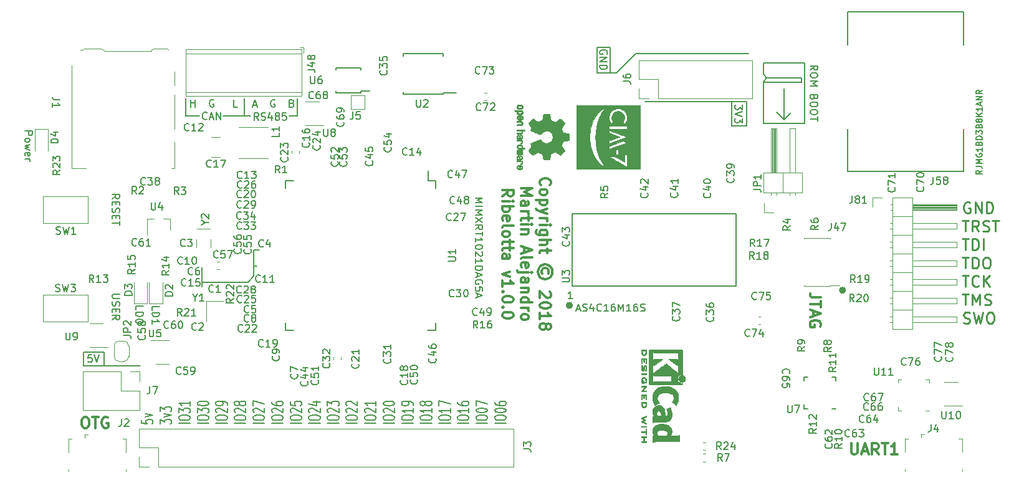
<source format=gbr>
G04 #@! TF.GenerationSoftware,KiCad,Pcbnew,5.0.1-33cea8e~68~ubuntu18.04.1*
G04 #@! TF.CreationDate,2018-11-26T22:08:37-03:00*
G04 #@! TF.ProjectId,imxrt1020-board,696D787274313032302D626F6172642E,rev?*
G04 #@! TF.SameCoordinates,Original*
G04 #@! TF.FileFunction,Legend,Top*
G04 #@! TF.FilePolarity,Positive*
%FSLAX46Y46*%
G04 Gerber Fmt 4.6, Leading zero omitted, Abs format (unit mm)*
G04 Created by KiCad (PCBNEW 5.0.1-33cea8e~68~ubuntu18.04.1) date lun 26 nov 2018 22:08:37 -03*
%MOMM*%
%LPD*%
G01*
G04 APERTURE LIST*
%ADD10C,0.300000*%
%ADD11C,0.200000*%
%ADD12C,0.150000*%
%ADD13C,0.500000*%
%ADD14C,0.250000*%
%ADD15C,0.140000*%
%ADD16C,0.120000*%
%ADD17C,0.010000*%
%ADD18C,0.127000*%
G04 APERTURE END LIST*
D10*
X116650794Y-121764051D02*
X116936508Y-121764051D01*
X117079365Y-121835480D01*
X117222222Y-121978337D01*
X117293651Y-122264051D01*
X117293651Y-122764051D01*
X117222222Y-123049765D01*
X117079365Y-123192622D01*
X116936508Y-123264051D01*
X116650794Y-123264051D01*
X116507937Y-123192622D01*
X116365080Y-123049765D01*
X116293651Y-122764051D01*
X116293651Y-122264051D01*
X116365080Y-121978337D01*
X116507937Y-121835480D01*
X116650794Y-121764051D01*
X117722222Y-121764051D02*
X118579365Y-121764051D01*
X118150794Y-123264051D02*
X118150794Y-121764051D01*
X119865080Y-121835480D02*
X119722222Y-121764051D01*
X119507937Y-121764051D01*
X119293651Y-121835480D01*
X119150794Y-121978337D01*
X119079365Y-122121194D01*
X119007937Y-122406908D01*
X119007937Y-122621194D01*
X119079365Y-122906908D01*
X119150794Y-123049765D01*
X119293651Y-123192622D01*
X119507937Y-123264051D01*
X119650794Y-123264051D01*
X119865080Y-123192622D01*
X119936508Y-123121194D01*
X119936508Y-122621194D01*
X119650794Y-122621194D01*
D11*
X144527022Y-80893920D02*
X145555781Y-80893920D01*
X145562320Y-80893920D02*
X145562320Y-78501240D01*
X138358880Y-80893920D02*
X139268203Y-80893920D01*
X138353800Y-80901540D02*
X138353800Y-78508860D01*
X135526780Y-80901540D02*
X138353800Y-80901540D01*
X130439160Y-80901540D02*
X132267960Y-80901540D01*
X130439160Y-78524100D02*
X130439160Y-80901540D01*
X204614780Y-82176620D02*
X204614780Y-79001620D01*
X206595980Y-82176620D02*
X204614780Y-82176620D01*
X186301380Y-71584820D02*
X186301380Y-75013914D01*
X188130180Y-71584820D02*
X186301380Y-71584820D01*
X188130180Y-74988420D02*
X188130180Y-71584820D01*
X116560600Y-112933480D02*
X116560600Y-114785141D01*
X119329200Y-112933480D02*
X116560600Y-112933480D01*
X119329200Y-114787680D02*
X119329200Y-112933480D01*
D12*
X117679261Y-113325660D02*
X117203071Y-113325660D01*
X117155452Y-113801851D01*
X117203071Y-113754232D01*
X117298309Y-113706613D01*
X117536404Y-113706613D01*
X117631642Y-113754232D01*
X117679261Y-113801851D01*
X117726880Y-113897089D01*
X117726880Y-114135184D01*
X117679261Y-114230422D01*
X117631642Y-114278041D01*
X117536404Y-114325660D01*
X117298309Y-114325660D01*
X117203071Y-114278041D01*
X117155452Y-114230422D01*
X118012595Y-113325660D02*
X118345928Y-114325660D01*
X118679261Y-113325660D01*
X206051399Y-79358472D02*
X206051399Y-79977520D01*
X205670446Y-79644186D01*
X205670446Y-79787043D01*
X205622827Y-79882281D01*
X205575208Y-79929900D01*
X205479970Y-79977520D01*
X205241875Y-79977520D01*
X205146637Y-79929900D01*
X205099018Y-79882281D01*
X205051399Y-79787043D01*
X205051399Y-79501329D01*
X205099018Y-79406091D01*
X205146637Y-79358472D01*
X206051399Y-80263234D02*
X205051399Y-80596567D01*
X206051399Y-80929900D01*
X206051399Y-81167996D02*
X206051399Y-81787043D01*
X205670446Y-81453710D01*
X205670446Y-81596567D01*
X205622827Y-81691805D01*
X205575208Y-81739424D01*
X205479970Y-81787043D01*
X205241875Y-81787043D01*
X205146637Y-81739424D01*
X205099018Y-81691805D01*
X205051399Y-81596567D01*
X205051399Y-81310853D01*
X205099018Y-81215615D01*
X205146637Y-81167996D01*
X187639580Y-72452805D02*
X187687199Y-72357567D01*
X187687199Y-72214710D01*
X187639580Y-72071853D01*
X187544341Y-71976615D01*
X187449103Y-71928996D01*
X187258627Y-71881377D01*
X187115770Y-71881377D01*
X186925294Y-71928996D01*
X186830056Y-71976615D01*
X186734818Y-72071853D01*
X186687199Y-72214710D01*
X186687199Y-72309948D01*
X186734818Y-72452805D01*
X186782437Y-72500424D01*
X187115770Y-72500424D01*
X187115770Y-72309948D01*
X186687199Y-72928996D02*
X187687199Y-72928996D01*
X186687199Y-73500424D01*
X187687199Y-73500424D01*
X186687199Y-73976615D02*
X187687199Y-73976615D01*
X187687199Y-74214710D01*
X187639580Y-74357567D01*
X187544341Y-74452805D01*
X187449103Y-74500424D01*
X187258627Y-74548043D01*
X187115770Y-74548043D01*
X186925294Y-74500424D01*
X186830056Y-74452805D01*
X186734818Y-74357567D01*
X186687199Y-74214710D01*
X186687199Y-73976615D01*
D11*
X188968380Y-75013820D02*
X186301260Y-75013820D01*
X191559180Y-72423020D02*
X188968380Y-75013820D01*
X206900780Y-72423020D02*
X191559180Y-72423020D01*
X206595980Y-78950820D02*
X206595980Y-82177019D01*
X192829180Y-78950820D02*
X206595980Y-78950820D01*
X124216591Y-114787680D02*
X116563126Y-114787680D01*
D12*
X169775879Y-91996784D02*
X170775879Y-91996784D01*
X170061593Y-92330118D01*
X170775879Y-92663451D01*
X169775879Y-92663451D01*
X169775879Y-93139641D02*
X170775879Y-93139641D01*
X169775879Y-93615832D02*
X170775879Y-93615832D01*
X170061593Y-93949165D01*
X170775879Y-94282499D01*
X169775879Y-94282499D01*
X170775879Y-94663451D02*
X169775879Y-95330118D01*
X170775879Y-95330118D02*
X169775879Y-94663451D01*
X169775879Y-96282499D02*
X170252069Y-95949165D01*
X169775879Y-95711070D02*
X170775879Y-95711070D01*
X170775879Y-96092022D01*
X170728260Y-96187260D01*
X170680640Y-96234880D01*
X170585402Y-96282499D01*
X170442545Y-96282499D01*
X170347307Y-96234880D01*
X170299688Y-96187260D01*
X170252069Y-96092022D01*
X170252069Y-95711070D01*
X170775879Y-96568213D02*
X170775879Y-97139641D01*
X169775879Y-96853927D02*
X170775879Y-96853927D01*
X169775879Y-97996784D02*
X169775879Y-97425356D01*
X169775879Y-97711070D02*
X170775879Y-97711070D01*
X170633021Y-97615832D01*
X170537783Y-97520594D01*
X170490164Y-97425356D01*
X170775879Y-98615832D02*
X170775879Y-98711070D01*
X170728260Y-98806308D01*
X170680640Y-98853927D01*
X170585402Y-98901546D01*
X170394926Y-98949165D01*
X170156831Y-98949165D01*
X169966355Y-98901546D01*
X169871117Y-98853927D01*
X169823498Y-98806308D01*
X169775879Y-98711070D01*
X169775879Y-98615832D01*
X169823498Y-98520594D01*
X169871117Y-98472975D01*
X169966355Y-98425356D01*
X170156831Y-98377737D01*
X170394926Y-98377737D01*
X170585402Y-98425356D01*
X170680640Y-98472975D01*
X170728260Y-98520594D01*
X170775879Y-98615832D01*
X170680640Y-99330118D02*
X170728260Y-99377737D01*
X170775879Y-99472975D01*
X170775879Y-99711070D01*
X170728260Y-99806308D01*
X170680640Y-99853927D01*
X170585402Y-99901546D01*
X170490164Y-99901546D01*
X170347307Y-99853927D01*
X169775879Y-99282499D01*
X169775879Y-99901546D01*
X169775879Y-100853927D02*
X169775879Y-100282499D01*
X169775879Y-100568213D02*
X170775879Y-100568213D01*
X170633021Y-100472975D01*
X170537783Y-100377737D01*
X170490164Y-100282499D01*
X169775879Y-101282499D02*
X170775879Y-101282499D01*
X170775879Y-101520594D01*
X170728260Y-101663451D01*
X170633021Y-101758689D01*
X170537783Y-101806308D01*
X170347307Y-101853927D01*
X170204450Y-101853927D01*
X170013974Y-101806308D01*
X169918736Y-101758689D01*
X169823498Y-101663451D01*
X169775879Y-101520594D01*
X169775879Y-101282499D01*
X170061593Y-102234880D02*
X170061593Y-102711070D01*
X169775879Y-102139641D02*
X170775879Y-102472975D01*
X169775879Y-102806308D01*
X170728260Y-103663451D02*
X170775879Y-103568213D01*
X170775879Y-103425356D01*
X170728260Y-103282499D01*
X170633021Y-103187260D01*
X170537783Y-103139641D01*
X170347307Y-103092022D01*
X170204450Y-103092022D01*
X170013974Y-103139641D01*
X169918736Y-103187260D01*
X169823498Y-103282499D01*
X169775879Y-103425356D01*
X169775879Y-103520594D01*
X169823498Y-103663451D01*
X169871117Y-103711070D01*
X170204450Y-103711070D01*
X170204450Y-103520594D01*
X170775879Y-104615832D02*
X170775879Y-104139641D01*
X170299688Y-104092022D01*
X170347307Y-104139641D01*
X170394926Y-104234880D01*
X170394926Y-104472975D01*
X170347307Y-104568213D01*
X170299688Y-104615832D01*
X170204450Y-104663451D01*
X169966355Y-104663451D01*
X169871117Y-104615832D01*
X169823498Y-104568213D01*
X169775879Y-104472975D01*
X169775879Y-104234880D01*
X169823498Y-104139641D01*
X169871117Y-104092022D01*
X170061593Y-105044403D02*
X170061593Y-105520594D01*
X169775879Y-104949165D02*
X170775879Y-105282499D01*
X169775879Y-105615832D01*
D10*
X220837037Y-125347991D02*
X220837037Y-126562277D01*
X220908465Y-126705134D01*
X220979894Y-126776562D01*
X221122751Y-126847991D01*
X221408465Y-126847991D01*
X221551322Y-126776562D01*
X221622751Y-126705134D01*
X221694180Y-126562277D01*
X221694180Y-125347991D01*
X222337037Y-126419420D02*
X223051322Y-126419420D01*
X222194180Y-126847991D02*
X222694180Y-125347991D01*
X223194180Y-126847991D01*
X224551322Y-126847991D02*
X224051322Y-126133705D01*
X223694180Y-126847991D02*
X223694180Y-125347991D01*
X224265608Y-125347991D01*
X224408465Y-125419420D01*
X224479894Y-125490848D01*
X224551322Y-125633705D01*
X224551322Y-125847991D01*
X224479894Y-125990848D01*
X224408465Y-126062277D01*
X224265608Y-126133705D01*
X223694180Y-126133705D01*
X224979894Y-125347991D02*
X225837037Y-125347991D01*
X225408465Y-126847991D02*
X225408465Y-125347991D01*
X227122751Y-126847991D02*
X226265608Y-126847991D01*
X226694180Y-126847991D02*
X226694180Y-125347991D01*
X226551322Y-125562277D01*
X226408465Y-125705134D01*
X226265608Y-125776562D01*
D11*
X211681060Y-81353660D02*
X212605300Y-80429420D01*
X211681060Y-81351120D02*
X210700620Y-80370680D01*
X211681060Y-77172820D02*
X211681060Y-81351120D01*
X214063580Y-76268580D02*
X208884518Y-76268580D01*
X214063580Y-75714860D02*
X214063580Y-76268580D01*
X209374740Y-75714860D02*
X214063580Y-75714860D01*
X209374746Y-75712314D02*
X208884520Y-76202540D01*
X208884520Y-76202540D02*
X208884520Y-81856580D01*
X208884520Y-75222100D02*
X208884520Y-75222100D01*
X208884520Y-75222100D02*
X209376024Y-75713604D01*
X208884520Y-73693020D02*
X208884520Y-75222100D01*
X214548720Y-73693020D02*
X208884520Y-73693020D01*
X214548720Y-81854040D02*
X214548720Y-73693020D01*
X208884520Y-81854040D02*
X214548720Y-81854040D01*
X132671820Y-104091740D02*
X132671820Y-101445060D01*
X138874500Y-103431340D02*
X132709920Y-103431340D01*
X124429330Y-122152674D02*
X124429330Y-122628864D01*
X125167425Y-122676483D01*
X125093616Y-122628864D01*
X125019806Y-122533626D01*
X125019806Y-122295531D01*
X125093616Y-122200293D01*
X125167425Y-122152674D01*
X125315044Y-122105055D01*
X125684092Y-122105055D01*
X125831711Y-122152674D01*
X125905520Y-122200293D01*
X125979330Y-122295531D01*
X125979330Y-122533626D01*
X125905520Y-122628864D01*
X125831711Y-122676483D01*
X124945997Y-121771721D02*
X125979330Y-121533626D01*
X124945997Y-121295531D01*
X126954330Y-122724102D02*
X126954330Y-122105055D01*
X127544806Y-122438388D01*
X127544806Y-122295531D01*
X127618616Y-122200293D01*
X127692425Y-122152674D01*
X127840044Y-122105055D01*
X128209092Y-122105055D01*
X128356711Y-122152674D01*
X128430520Y-122200293D01*
X128504330Y-122295531D01*
X128504330Y-122581245D01*
X128430520Y-122676483D01*
X128356711Y-122724102D01*
X127470997Y-121771721D02*
X128504330Y-121533626D01*
X127470997Y-121295531D01*
X126954330Y-121009817D02*
X126954330Y-120390769D01*
X127544806Y-120724102D01*
X127544806Y-120581245D01*
X127618616Y-120486007D01*
X127692425Y-120438388D01*
X127840044Y-120390769D01*
X128209092Y-120390769D01*
X128356711Y-120438388D01*
X128430520Y-120486007D01*
X128504330Y-120581245D01*
X128504330Y-120866960D01*
X128430520Y-120962198D01*
X128356711Y-121009817D01*
X131029330Y-122628864D02*
X129479330Y-122628864D01*
X129479330Y-121962198D02*
X129479330Y-121771721D01*
X129553140Y-121676483D01*
X129700759Y-121581245D01*
X129995997Y-121533626D01*
X130512663Y-121533626D01*
X130807901Y-121581245D01*
X130955520Y-121676483D01*
X131029330Y-121771721D01*
X131029330Y-121962198D01*
X130955520Y-122057436D01*
X130807901Y-122152674D01*
X130512663Y-122200293D01*
X129995997Y-122200293D01*
X129700759Y-122152674D01*
X129553140Y-122057436D01*
X129479330Y-121962198D01*
X129479330Y-121200293D02*
X129479330Y-120581245D01*
X130069806Y-120914579D01*
X130069806Y-120771721D01*
X130143616Y-120676483D01*
X130217425Y-120628864D01*
X130365044Y-120581245D01*
X130734092Y-120581245D01*
X130881711Y-120628864D01*
X130955520Y-120676483D01*
X131029330Y-120771721D01*
X131029330Y-121057436D01*
X130955520Y-121152674D01*
X130881711Y-121200293D01*
X131029330Y-119628864D02*
X131029330Y-120200293D01*
X131029330Y-119914579D02*
X129479330Y-119914579D01*
X129700759Y-120009817D01*
X129848378Y-120105055D01*
X129922187Y-120200293D01*
X133554330Y-122628864D02*
X132004330Y-122628864D01*
X132004330Y-121962198D02*
X132004330Y-121771721D01*
X132078140Y-121676483D01*
X132225759Y-121581245D01*
X132520997Y-121533626D01*
X133037663Y-121533626D01*
X133332901Y-121581245D01*
X133480520Y-121676483D01*
X133554330Y-121771721D01*
X133554330Y-121962198D01*
X133480520Y-122057436D01*
X133332901Y-122152674D01*
X133037663Y-122200293D01*
X132520997Y-122200293D01*
X132225759Y-122152674D01*
X132078140Y-122057436D01*
X132004330Y-121962198D01*
X132004330Y-121200293D02*
X132004330Y-120581245D01*
X132594806Y-120914579D01*
X132594806Y-120771721D01*
X132668616Y-120676483D01*
X132742425Y-120628864D01*
X132890044Y-120581245D01*
X133259092Y-120581245D01*
X133406711Y-120628864D01*
X133480520Y-120676483D01*
X133554330Y-120771721D01*
X133554330Y-121057436D01*
X133480520Y-121152674D01*
X133406711Y-121200293D01*
X132004330Y-119962198D02*
X132004330Y-119866960D01*
X132078140Y-119771721D01*
X132151949Y-119724102D01*
X132299568Y-119676483D01*
X132594806Y-119628864D01*
X132963854Y-119628864D01*
X133259092Y-119676483D01*
X133406711Y-119724102D01*
X133480520Y-119771721D01*
X133554330Y-119866960D01*
X133554330Y-119962198D01*
X133480520Y-120057436D01*
X133406711Y-120105055D01*
X133259092Y-120152674D01*
X132963854Y-120200293D01*
X132594806Y-120200293D01*
X132299568Y-120152674D01*
X132151949Y-120105055D01*
X132078140Y-120057436D01*
X132004330Y-119962198D01*
X136079330Y-122628864D02*
X134529330Y-122628864D01*
X134529330Y-121962198D02*
X134529330Y-121771721D01*
X134603140Y-121676483D01*
X134750759Y-121581245D01*
X135045997Y-121533626D01*
X135562663Y-121533626D01*
X135857901Y-121581245D01*
X136005520Y-121676483D01*
X136079330Y-121771721D01*
X136079330Y-121962198D01*
X136005520Y-122057436D01*
X135857901Y-122152674D01*
X135562663Y-122200293D01*
X135045997Y-122200293D01*
X134750759Y-122152674D01*
X134603140Y-122057436D01*
X134529330Y-121962198D01*
X134676949Y-121152674D02*
X134603140Y-121105055D01*
X134529330Y-121009817D01*
X134529330Y-120771721D01*
X134603140Y-120676483D01*
X134676949Y-120628864D01*
X134824568Y-120581245D01*
X134972187Y-120581245D01*
X135193616Y-120628864D01*
X136079330Y-121200293D01*
X136079330Y-120581245D01*
X136079330Y-120105055D02*
X136079330Y-119914579D01*
X136005520Y-119819340D01*
X135931711Y-119771721D01*
X135710282Y-119676483D01*
X135415044Y-119628864D01*
X134824568Y-119628864D01*
X134676949Y-119676483D01*
X134603140Y-119724102D01*
X134529330Y-119819340D01*
X134529330Y-120009817D01*
X134603140Y-120105055D01*
X134676949Y-120152674D01*
X134824568Y-120200293D01*
X135193616Y-120200293D01*
X135341235Y-120152674D01*
X135415044Y-120105055D01*
X135488854Y-120009817D01*
X135488854Y-119819340D01*
X135415044Y-119724102D01*
X135341235Y-119676483D01*
X135193616Y-119628864D01*
X138604330Y-122628864D02*
X137054330Y-122628864D01*
X137054330Y-121962198D02*
X137054330Y-121771721D01*
X137128140Y-121676483D01*
X137275759Y-121581245D01*
X137570997Y-121533626D01*
X138087663Y-121533626D01*
X138382901Y-121581245D01*
X138530520Y-121676483D01*
X138604330Y-121771721D01*
X138604330Y-121962198D01*
X138530520Y-122057436D01*
X138382901Y-122152674D01*
X138087663Y-122200293D01*
X137570997Y-122200293D01*
X137275759Y-122152674D01*
X137128140Y-122057436D01*
X137054330Y-121962198D01*
X137201949Y-121152674D02*
X137128140Y-121105055D01*
X137054330Y-121009817D01*
X137054330Y-120771721D01*
X137128140Y-120676483D01*
X137201949Y-120628864D01*
X137349568Y-120581245D01*
X137497187Y-120581245D01*
X137718616Y-120628864D01*
X138604330Y-121200293D01*
X138604330Y-120581245D01*
X137718616Y-120009817D02*
X137644806Y-120105055D01*
X137570997Y-120152674D01*
X137423378Y-120200293D01*
X137349568Y-120200293D01*
X137201949Y-120152674D01*
X137128140Y-120105055D01*
X137054330Y-120009817D01*
X137054330Y-119819340D01*
X137128140Y-119724102D01*
X137201949Y-119676483D01*
X137349568Y-119628864D01*
X137423378Y-119628864D01*
X137570997Y-119676483D01*
X137644806Y-119724102D01*
X137718616Y-119819340D01*
X137718616Y-120009817D01*
X137792425Y-120105055D01*
X137866235Y-120152674D01*
X138013854Y-120200293D01*
X138309092Y-120200293D01*
X138456711Y-120152674D01*
X138530520Y-120105055D01*
X138604330Y-120009817D01*
X138604330Y-119819340D01*
X138530520Y-119724102D01*
X138456711Y-119676483D01*
X138309092Y-119628864D01*
X138013854Y-119628864D01*
X137866235Y-119676483D01*
X137792425Y-119724102D01*
X137718616Y-119819340D01*
X141129330Y-122628864D02*
X139579330Y-122628864D01*
X139579330Y-121962198D02*
X139579330Y-121771721D01*
X139653140Y-121676483D01*
X139800759Y-121581245D01*
X140095997Y-121533626D01*
X140612663Y-121533626D01*
X140907901Y-121581245D01*
X141055520Y-121676483D01*
X141129330Y-121771721D01*
X141129330Y-121962198D01*
X141055520Y-122057436D01*
X140907901Y-122152674D01*
X140612663Y-122200293D01*
X140095997Y-122200293D01*
X139800759Y-122152674D01*
X139653140Y-122057436D01*
X139579330Y-121962198D01*
X139726949Y-121152674D02*
X139653140Y-121105055D01*
X139579330Y-121009817D01*
X139579330Y-120771721D01*
X139653140Y-120676483D01*
X139726949Y-120628864D01*
X139874568Y-120581245D01*
X140022187Y-120581245D01*
X140243616Y-120628864D01*
X141129330Y-121200293D01*
X141129330Y-120581245D01*
X139579330Y-120247912D02*
X139579330Y-119581245D01*
X141129330Y-120009817D01*
X143654330Y-122628864D02*
X142104330Y-122628864D01*
X142104330Y-121962198D02*
X142104330Y-121771721D01*
X142178140Y-121676483D01*
X142325759Y-121581245D01*
X142620997Y-121533626D01*
X143137663Y-121533626D01*
X143432901Y-121581245D01*
X143580520Y-121676483D01*
X143654330Y-121771721D01*
X143654330Y-121962198D01*
X143580520Y-122057436D01*
X143432901Y-122152674D01*
X143137663Y-122200293D01*
X142620997Y-122200293D01*
X142325759Y-122152674D01*
X142178140Y-122057436D01*
X142104330Y-121962198D01*
X142251949Y-121152674D02*
X142178140Y-121105055D01*
X142104330Y-121009817D01*
X142104330Y-120771721D01*
X142178140Y-120676483D01*
X142251949Y-120628864D01*
X142399568Y-120581245D01*
X142547187Y-120581245D01*
X142768616Y-120628864D01*
X143654330Y-121200293D01*
X143654330Y-120581245D01*
X142104330Y-119724102D02*
X142104330Y-119914579D01*
X142178140Y-120009817D01*
X142251949Y-120057436D01*
X142473378Y-120152674D01*
X142768616Y-120200293D01*
X143359092Y-120200293D01*
X143506711Y-120152674D01*
X143580520Y-120105055D01*
X143654330Y-120009817D01*
X143654330Y-119819340D01*
X143580520Y-119724102D01*
X143506711Y-119676483D01*
X143359092Y-119628864D01*
X142990044Y-119628864D01*
X142842425Y-119676483D01*
X142768616Y-119724102D01*
X142694806Y-119819340D01*
X142694806Y-120009817D01*
X142768616Y-120105055D01*
X142842425Y-120152674D01*
X142990044Y-120200293D01*
X146179330Y-122628864D02*
X144629330Y-122628864D01*
X144629330Y-121962198D02*
X144629330Y-121771721D01*
X144703140Y-121676483D01*
X144850759Y-121581245D01*
X145145997Y-121533626D01*
X145662663Y-121533626D01*
X145957901Y-121581245D01*
X146105520Y-121676483D01*
X146179330Y-121771721D01*
X146179330Y-121962198D01*
X146105520Y-122057436D01*
X145957901Y-122152674D01*
X145662663Y-122200293D01*
X145145997Y-122200293D01*
X144850759Y-122152674D01*
X144703140Y-122057436D01*
X144629330Y-121962198D01*
X144776949Y-121152674D02*
X144703140Y-121105055D01*
X144629330Y-121009817D01*
X144629330Y-120771721D01*
X144703140Y-120676483D01*
X144776949Y-120628864D01*
X144924568Y-120581245D01*
X145072187Y-120581245D01*
X145293616Y-120628864D01*
X146179330Y-121200293D01*
X146179330Y-120581245D01*
X144629330Y-119676483D02*
X144629330Y-120152674D01*
X145367425Y-120200293D01*
X145293616Y-120152674D01*
X145219806Y-120057436D01*
X145219806Y-119819340D01*
X145293616Y-119724102D01*
X145367425Y-119676483D01*
X145515044Y-119628864D01*
X145884092Y-119628864D01*
X146031711Y-119676483D01*
X146105520Y-119724102D01*
X146179330Y-119819340D01*
X146179330Y-120057436D01*
X146105520Y-120152674D01*
X146031711Y-120200293D01*
X148704330Y-122628864D02*
X147154330Y-122628864D01*
X147154330Y-121962198D02*
X147154330Y-121771721D01*
X147228140Y-121676483D01*
X147375759Y-121581245D01*
X147670997Y-121533626D01*
X148187663Y-121533626D01*
X148482901Y-121581245D01*
X148630520Y-121676483D01*
X148704330Y-121771721D01*
X148704330Y-121962198D01*
X148630520Y-122057436D01*
X148482901Y-122152674D01*
X148187663Y-122200293D01*
X147670997Y-122200293D01*
X147375759Y-122152674D01*
X147228140Y-122057436D01*
X147154330Y-121962198D01*
X147301949Y-121152674D02*
X147228140Y-121105055D01*
X147154330Y-121009817D01*
X147154330Y-120771721D01*
X147228140Y-120676483D01*
X147301949Y-120628864D01*
X147449568Y-120581245D01*
X147597187Y-120581245D01*
X147818616Y-120628864D01*
X148704330Y-121200293D01*
X148704330Y-120581245D01*
X147670997Y-119724102D02*
X148704330Y-119724102D01*
X147080520Y-119962198D02*
X148187663Y-120200293D01*
X148187663Y-119581245D01*
X151229330Y-122628864D02*
X149679330Y-122628864D01*
X149679330Y-121962198D02*
X149679330Y-121771721D01*
X149753140Y-121676483D01*
X149900759Y-121581245D01*
X150195997Y-121533626D01*
X150712663Y-121533626D01*
X151007901Y-121581245D01*
X151155520Y-121676483D01*
X151229330Y-121771721D01*
X151229330Y-121962198D01*
X151155520Y-122057436D01*
X151007901Y-122152674D01*
X150712663Y-122200293D01*
X150195997Y-122200293D01*
X149900759Y-122152674D01*
X149753140Y-122057436D01*
X149679330Y-121962198D01*
X149826949Y-121152674D02*
X149753140Y-121105055D01*
X149679330Y-121009817D01*
X149679330Y-120771721D01*
X149753140Y-120676483D01*
X149826949Y-120628864D01*
X149974568Y-120581245D01*
X150122187Y-120581245D01*
X150343616Y-120628864D01*
X151229330Y-121200293D01*
X151229330Y-120581245D01*
X149679330Y-120247912D02*
X149679330Y-119628864D01*
X150269806Y-119962198D01*
X150269806Y-119819340D01*
X150343616Y-119724102D01*
X150417425Y-119676483D01*
X150565044Y-119628864D01*
X150934092Y-119628864D01*
X151081711Y-119676483D01*
X151155520Y-119724102D01*
X151229330Y-119819340D01*
X151229330Y-120105055D01*
X151155520Y-120200293D01*
X151081711Y-120247912D01*
X153754330Y-122628864D02*
X152204330Y-122628864D01*
X152204330Y-121962198D02*
X152204330Y-121771721D01*
X152278140Y-121676483D01*
X152425759Y-121581245D01*
X152720997Y-121533626D01*
X153237663Y-121533626D01*
X153532901Y-121581245D01*
X153680520Y-121676483D01*
X153754330Y-121771721D01*
X153754330Y-121962198D01*
X153680520Y-122057436D01*
X153532901Y-122152674D01*
X153237663Y-122200293D01*
X152720997Y-122200293D01*
X152425759Y-122152674D01*
X152278140Y-122057436D01*
X152204330Y-121962198D01*
X152351949Y-121152674D02*
X152278140Y-121105055D01*
X152204330Y-121009817D01*
X152204330Y-120771721D01*
X152278140Y-120676483D01*
X152351949Y-120628864D01*
X152499568Y-120581245D01*
X152647187Y-120581245D01*
X152868616Y-120628864D01*
X153754330Y-121200293D01*
X153754330Y-120581245D01*
X152351949Y-120200293D02*
X152278140Y-120152674D01*
X152204330Y-120057436D01*
X152204330Y-119819340D01*
X152278140Y-119724102D01*
X152351949Y-119676483D01*
X152499568Y-119628864D01*
X152647187Y-119628864D01*
X152868616Y-119676483D01*
X153754330Y-120247912D01*
X153754330Y-119628864D01*
X156279330Y-122628864D02*
X154729330Y-122628864D01*
X154729330Y-121962198D02*
X154729330Y-121771721D01*
X154803140Y-121676483D01*
X154950759Y-121581245D01*
X155245997Y-121533626D01*
X155762663Y-121533626D01*
X156057901Y-121581245D01*
X156205520Y-121676483D01*
X156279330Y-121771721D01*
X156279330Y-121962198D01*
X156205520Y-122057436D01*
X156057901Y-122152674D01*
X155762663Y-122200293D01*
X155245997Y-122200293D01*
X154950759Y-122152674D01*
X154803140Y-122057436D01*
X154729330Y-121962198D01*
X154876949Y-121152674D02*
X154803140Y-121105055D01*
X154729330Y-121009817D01*
X154729330Y-120771721D01*
X154803140Y-120676483D01*
X154876949Y-120628864D01*
X155024568Y-120581245D01*
X155172187Y-120581245D01*
X155393616Y-120628864D01*
X156279330Y-121200293D01*
X156279330Y-120581245D01*
X156279330Y-119628864D02*
X156279330Y-120200293D01*
X156279330Y-119914579D02*
X154729330Y-119914579D01*
X154950759Y-120009817D01*
X155098378Y-120105055D01*
X155172187Y-120200293D01*
X158804330Y-122628864D02*
X157254330Y-122628864D01*
X157254330Y-121962198D02*
X157254330Y-121771721D01*
X157328140Y-121676483D01*
X157475759Y-121581245D01*
X157770997Y-121533626D01*
X158287663Y-121533626D01*
X158582901Y-121581245D01*
X158730520Y-121676483D01*
X158804330Y-121771721D01*
X158804330Y-121962198D01*
X158730520Y-122057436D01*
X158582901Y-122152674D01*
X158287663Y-122200293D01*
X157770997Y-122200293D01*
X157475759Y-122152674D01*
X157328140Y-122057436D01*
X157254330Y-121962198D01*
X157401949Y-121152674D02*
X157328140Y-121105055D01*
X157254330Y-121009817D01*
X157254330Y-120771721D01*
X157328140Y-120676483D01*
X157401949Y-120628864D01*
X157549568Y-120581245D01*
X157697187Y-120581245D01*
X157918616Y-120628864D01*
X158804330Y-121200293D01*
X158804330Y-120581245D01*
X157254330Y-119962198D02*
X157254330Y-119866960D01*
X157328140Y-119771721D01*
X157401949Y-119724102D01*
X157549568Y-119676483D01*
X157844806Y-119628864D01*
X158213854Y-119628864D01*
X158509092Y-119676483D01*
X158656711Y-119724102D01*
X158730520Y-119771721D01*
X158804330Y-119866960D01*
X158804330Y-119962198D01*
X158730520Y-120057436D01*
X158656711Y-120105055D01*
X158509092Y-120152674D01*
X158213854Y-120200293D01*
X157844806Y-120200293D01*
X157549568Y-120152674D01*
X157401949Y-120105055D01*
X157328140Y-120057436D01*
X157254330Y-119962198D01*
X161329330Y-122628864D02*
X159779330Y-122628864D01*
X159779330Y-121962198D02*
X159779330Y-121771721D01*
X159853140Y-121676483D01*
X160000759Y-121581245D01*
X160295997Y-121533626D01*
X160812663Y-121533626D01*
X161107901Y-121581245D01*
X161255520Y-121676483D01*
X161329330Y-121771721D01*
X161329330Y-121962198D01*
X161255520Y-122057436D01*
X161107901Y-122152674D01*
X160812663Y-122200293D01*
X160295997Y-122200293D01*
X160000759Y-122152674D01*
X159853140Y-122057436D01*
X159779330Y-121962198D01*
X161329330Y-120581245D02*
X161329330Y-121152674D01*
X161329330Y-120866960D02*
X159779330Y-120866960D01*
X160000759Y-120962198D01*
X160148378Y-121057436D01*
X160222187Y-121152674D01*
X161329330Y-120105055D02*
X161329330Y-119914579D01*
X161255520Y-119819340D01*
X161181711Y-119771721D01*
X160960282Y-119676483D01*
X160665044Y-119628864D01*
X160074568Y-119628864D01*
X159926949Y-119676483D01*
X159853140Y-119724102D01*
X159779330Y-119819340D01*
X159779330Y-120009817D01*
X159853140Y-120105055D01*
X159926949Y-120152674D01*
X160074568Y-120200293D01*
X160443616Y-120200293D01*
X160591235Y-120152674D01*
X160665044Y-120105055D01*
X160738854Y-120009817D01*
X160738854Y-119819340D01*
X160665044Y-119724102D01*
X160591235Y-119676483D01*
X160443616Y-119628864D01*
X163854330Y-122628864D02*
X162304330Y-122628864D01*
X162304330Y-121962198D02*
X162304330Y-121771721D01*
X162378140Y-121676483D01*
X162525759Y-121581245D01*
X162820997Y-121533626D01*
X163337663Y-121533626D01*
X163632901Y-121581245D01*
X163780520Y-121676483D01*
X163854330Y-121771721D01*
X163854330Y-121962198D01*
X163780520Y-122057436D01*
X163632901Y-122152674D01*
X163337663Y-122200293D01*
X162820997Y-122200293D01*
X162525759Y-122152674D01*
X162378140Y-122057436D01*
X162304330Y-121962198D01*
X163854330Y-120581245D02*
X163854330Y-121152674D01*
X163854330Y-120866960D02*
X162304330Y-120866960D01*
X162525759Y-120962198D01*
X162673378Y-121057436D01*
X162747187Y-121152674D01*
X162968616Y-120009817D02*
X162894806Y-120105055D01*
X162820997Y-120152674D01*
X162673378Y-120200293D01*
X162599568Y-120200293D01*
X162451949Y-120152674D01*
X162378140Y-120105055D01*
X162304330Y-120009817D01*
X162304330Y-119819340D01*
X162378140Y-119724102D01*
X162451949Y-119676483D01*
X162599568Y-119628864D01*
X162673378Y-119628864D01*
X162820997Y-119676483D01*
X162894806Y-119724102D01*
X162968616Y-119819340D01*
X162968616Y-120009817D01*
X163042425Y-120105055D01*
X163116235Y-120152674D01*
X163263854Y-120200293D01*
X163559092Y-120200293D01*
X163706711Y-120152674D01*
X163780520Y-120105055D01*
X163854330Y-120009817D01*
X163854330Y-119819340D01*
X163780520Y-119724102D01*
X163706711Y-119676483D01*
X163559092Y-119628864D01*
X163263854Y-119628864D01*
X163116235Y-119676483D01*
X163042425Y-119724102D01*
X162968616Y-119819340D01*
X166379330Y-122628864D02*
X164829330Y-122628864D01*
X164829330Y-121962198D02*
X164829330Y-121771721D01*
X164903140Y-121676483D01*
X165050759Y-121581245D01*
X165345997Y-121533626D01*
X165862663Y-121533626D01*
X166157901Y-121581245D01*
X166305520Y-121676483D01*
X166379330Y-121771721D01*
X166379330Y-121962198D01*
X166305520Y-122057436D01*
X166157901Y-122152674D01*
X165862663Y-122200293D01*
X165345997Y-122200293D01*
X165050759Y-122152674D01*
X164903140Y-122057436D01*
X164829330Y-121962198D01*
X166379330Y-120581245D02*
X166379330Y-121152674D01*
X166379330Y-120866960D02*
X164829330Y-120866960D01*
X165050759Y-120962198D01*
X165198378Y-121057436D01*
X165272187Y-121152674D01*
X164829330Y-120247912D02*
X164829330Y-119581245D01*
X166379330Y-120009817D01*
X168904330Y-122628864D02*
X167354330Y-122628864D01*
X167354330Y-121962198D02*
X167354330Y-121771721D01*
X167428140Y-121676483D01*
X167575759Y-121581245D01*
X167870997Y-121533626D01*
X168387663Y-121533626D01*
X168682901Y-121581245D01*
X168830520Y-121676483D01*
X168904330Y-121771721D01*
X168904330Y-121962198D01*
X168830520Y-122057436D01*
X168682901Y-122152674D01*
X168387663Y-122200293D01*
X167870997Y-122200293D01*
X167575759Y-122152674D01*
X167428140Y-122057436D01*
X167354330Y-121962198D01*
X168904330Y-120581245D02*
X168904330Y-121152674D01*
X168904330Y-120866960D02*
X167354330Y-120866960D01*
X167575759Y-120962198D01*
X167723378Y-121057436D01*
X167797187Y-121152674D01*
X167354330Y-119724102D02*
X167354330Y-119914579D01*
X167428140Y-120009817D01*
X167501949Y-120057436D01*
X167723378Y-120152674D01*
X168018616Y-120200293D01*
X168609092Y-120200293D01*
X168756711Y-120152674D01*
X168830520Y-120105055D01*
X168904330Y-120009817D01*
X168904330Y-119819340D01*
X168830520Y-119724102D01*
X168756711Y-119676483D01*
X168609092Y-119628864D01*
X168240044Y-119628864D01*
X168092425Y-119676483D01*
X168018616Y-119724102D01*
X167944806Y-119819340D01*
X167944806Y-120009817D01*
X168018616Y-120105055D01*
X168092425Y-120152674D01*
X168240044Y-120200293D01*
X171429330Y-122628864D02*
X169879330Y-122628864D01*
X169879330Y-121962198D02*
X169879330Y-121771721D01*
X169953140Y-121676483D01*
X170100759Y-121581245D01*
X170395997Y-121533626D01*
X170912663Y-121533626D01*
X171207901Y-121581245D01*
X171355520Y-121676483D01*
X171429330Y-121771721D01*
X171429330Y-121962198D01*
X171355520Y-122057436D01*
X171207901Y-122152674D01*
X170912663Y-122200293D01*
X170395997Y-122200293D01*
X170100759Y-122152674D01*
X169953140Y-122057436D01*
X169879330Y-121962198D01*
X169879330Y-120914579D02*
X169879330Y-120819340D01*
X169953140Y-120724102D01*
X170026949Y-120676483D01*
X170174568Y-120628864D01*
X170469806Y-120581245D01*
X170838854Y-120581245D01*
X171134092Y-120628864D01*
X171281711Y-120676483D01*
X171355520Y-120724102D01*
X171429330Y-120819340D01*
X171429330Y-120914579D01*
X171355520Y-121009817D01*
X171281711Y-121057436D01*
X171134092Y-121105055D01*
X170838854Y-121152674D01*
X170469806Y-121152674D01*
X170174568Y-121105055D01*
X170026949Y-121057436D01*
X169953140Y-121009817D01*
X169879330Y-120914579D01*
X169879330Y-120247912D02*
X169879330Y-119581245D01*
X171429330Y-120009817D01*
X173954330Y-122628864D02*
X172404330Y-122628864D01*
X172404330Y-121962198D02*
X172404330Y-121771721D01*
X172478140Y-121676483D01*
X172625759Y-121581245D01*
X172920997Y-121533626D01*
X173437663Y-121533626D01*
X173732901Y-121581245D01*
X173880520Y-121676483D01*
X173954330Y-121771721D01*
X173954330Y-121962198D01*
X173880520Y-122057436D01*
X173732901Y-122152674D01*
X173437663Y-122200293D01*
X172920997Y-122200293D01*
X172625759Y-122152674D01*
X172478140Y-122057436D01*
X172404330Y-121962198D01*
X172404330Y-120914579D02*
X172404330Y-120819340D01*
X172478140Y-120724102D01*
X172551949Y-120676483D01*
X172699568Y-120628864D01*
X172994806Y-120581245D01*
X173363854Y-120581245D01*
X173659092Y-120628864D01*
X173806711Y-120676483D01*
X173880520Y-120724102D01*
X173954330Y-120819340D01*
X173954330Y-120914579D01*
X173880520Y-121009817D01*
X173806711Y-121057436D01*
X173659092Y-121105055D01*
X173363854Y-121152674D01*
X172994806Y-121152674D01*
X172699568Y-121105055D01*
X172551949Y-121057436D01*
X172478140Y-121009817D01*
X172404330Y-120914579D01*
X172404330Y-119724102D02*
X172404330Y-119914579D01*
X172478140Y-120009817D01*
X172551949Y-120057436D01*
X172773378Y-120152674D01*
X173068616Y-120200293D01*
X173659092Y-120200293D01*
X173806711Y-120152674D01*
X173880520Y-120105055D01*
X173954330Y-120009817D01*
X173954330Y-119819340D01*
X173880520Y-119724102D01*
X173806711Y-119676483D01*
X173659092Y-119628864D01*
X173290044Y-119628864D01*
X173142425Y-119676483D01*
X173068616Y-119724102D01*
X172994806Y-119819340D01*
X172994806Y-120009817D01*
X173068616Y-120105055D01*
X173142425Y-120152674D01*
X173290044Y-120200293D01*
D10*
X178681445Y-90251497D02*
X178610017Y-90180068D01*
X178538588Y-89965782D01*
X178538588Y-89822925D01*
X178610017Y-89608640D01*
X178752874Y-89465782D01*
X178895731Y-89394354D01*
X179181445Y-89322925D01*
X179395731Y-89322925D01*
X179681445Y-89394354D01*
X179824302Y-89465782D01*
X179967160Y-89608640D01*
X180038588Y-89822925D01*
X180038588Y-89965782D01*
X179967160Y-90180068D01*
X179895731Y-90251497D01*
X178538588Y-91108640D02*
X178610017Y-90965782D01*
X178681445Y-90894354D01*
X178824302Y-90822925D01*
X179252874Y-90822925D01*
X179395731Y-90894354D01*
X179467160Y-90965782D01*
X179538588Y-91108640D01*
X179538588Y-91322925D01*
X179467160Y-91465782D01*
X179395731Y-91537211D01*
X179252874Y-91608640D01*
X178824302Y-91608640D01*
X178681445Y-91537211D01*
X178610017Y-91465782D01*
X178538588Y-91322925D01*
X178538588Y-91108640D01*
X179538588Y-92251497D02*
X178038588Y-92251497D01*
X179467160Y-92251497D02*
X179538588Y-92394354D01*
X179538588Y-92680068D01*
X179467160Y-92822925D01*
X179395731Y-92894354D01*
X179252874Y-92965782D01*
X178824302Y-92965782D01*
X178681445Y-92894354D01*
X178610017Y-92822925D01*
X178538588Y-92680068D01*
X178538588Y-92394354D01*
X178610017Y-92251497D01*
X179538588Y-93465782D02*
X178538588Y-93822925D01*
X179538588Y-94180068D02*
X178538588Y-93822925D01*
X178181445Y-93680068D01*
X178110017Y-93608640D01*
X178038588Y-93465782D01*
X178538588Y-94751497D02*
X179538588Y-94751497D01*
X179252874Y-94751497D02*
X179395731Y-94822925D01*
X179467160Y-94894354D01*
X179538588Y-95037211D01*
X179538588Y-95180068D01*
X178538588Y-95680068D02*
X179538588Y-95680068D01*
X180038588Y-95680068D02*
X179967160Y-95608640D01*
X179895731Y-95680068D01*
X179967160Y-95751497D01*
X180038588Y-95680068D01*
X179895731Y-95680068D01*
X179538588Y-97037211D02*
X178324302Y-97037211D01*
X178181445Y-96965782D01*
X178110017Y-96894354D01*
X178038588Y-96751497D01*
X178038588Y-96537211D01*
X178110017Y-96394354D01*
X178610017Y-97037211D02*
X178538588Y-96894354D01*
X178538588Y-96608640D01*
X178610017Y-96465782D01*
X178681445Y-96394354D01*
X178824302Y-96322925D01*
X179252874Y-96322925D01*
X179395731Y-96394354D01*
X179467160Y-96465782D01*
X179538588Y-96608640D01*
X179538588Y-96894354D01*
X179467160Y-97037211D01*
X178538588Y-97751497D02*
X180038588Y-97751497D01*
X178538588Y-98394354D02*
X179324302Y-98394354D01*
X179467160Y-98322925D01*
X179538588Y-98180068D01*
X179538588Y-97965782D01*
X179467160Y-97822925D01*
X179395731Y-97751497D01*
X179538588Y-98894354D02*
X179538588Y-99465782D01*
X180038588Y-99108640D02*
X178752874Y-99108640D01*
X178610017Y-99180068D01*
X178538588Y-99322925D01*
X178538588Y-99465782D01*
X179681445Y-102322925D02*
X179752874Y-102180068D01*
X179752874Y-101894354D01*
X179681445Y-101751497D01*
X179538588Y-101608640D01*
X179395731Y-101537211D01*
X179110017Y-101537211D01*
X178967160Y-101608640D01*
X178824302Y-101751497D01*
X178752874Y-101894354D01*
X178752874Y-102180068D01*
X178824302Y-102322925D01*
X180252874Y-102037211D02*
X180181445Y-101680068D01*
X179967160Y-101322925D01*
X179610017Y-101108640D01*
X179252874Y-101037211D01*
X178895731Y-101108640D01*
X178538588Y-101322925D01*
X178324302Y-101680068D01*
X178252874Y-102037211D01*
X178324302Y-102394354D01*
X178538588Y-102751497D01*
X178895731Y-102965782D01*
X179252874Y-103037211D01*
X179610017Y-102965782D01*
X179967160Y-102751497D01*
X180181445Y-102394354D01*
X180252874Y-102037211D01*
X179895731Y-104751497D02*
X179967160Y-104822925D01*
X180038588Y-104965782D01*
X180038588Y-105322925D01*
X179967160Y-105465782D01*
X179895731Y-105537211D01*
X179752874Y-105608640D01*
X179610017Y-105608640D01*
X179395731Y-105537211D01*
X178538588Y-104680068D01*
X178538588Y-105608640D01*
X180038588Y-106537211D02*
X180038588Y-106680068D01*
X179967160Y-106822925D01*
X179895731Y-106894354D01*
X179752874Y-106965782D01*
X179467160Y-107037211D01*
X179110017Y-107037211D01*
X178824302Y-106965782D01*
X178681445Y-106894354D01*
X178610017Y-106822925D01*
X178538588Y-106680068D01*
X178538588Y-106537211D01*
X178610017Y-106394354D01*
X178681445Y-106322925D01*
X178824302Y-106251497D01*
X179110017Y-106180068D01*
X179467160Y-106180068D01*
X179752874Y-106251497D01*
X179895731Y-106322925D01*
X179967160Y-106394354D01*
X180038588Y-106537211D01*
X178538588Y-108465782D02*
X178538588Y-107608640D01*
X178538588Y-108037211D02*
X180038588Y-108037211D01*
X179824302Y-107894354D01*
X179681445Y-107751497D01*
X179610017Y-107608640D01*
X179395731Y-109322925D02*
X179467160Y-109180068D01*
X179538588Y-109108640D01*
X179681445Y-109037211D01*
X179752874Y-109037211D01*
X179895731Y-109108640D01*
X179967160Y-109180068D01*
X180038588Y-109322925D01*
X180038588Y-109608640D01*
X179967160Y-109751497D01*
X179895731Y-109822925D01*
X179752874Y-109894354D01*
X179681445Y-109894354D01*
X179538588Y-109822925D01*
X179467160Y-109751497D01*
X179395731Y-109608640D01*
X179395731Y-109322925D01*
X179324302Y-109180068D01*
X179252874Y-109108640D01*
X179110017Y-109037211D01*
X178824302Y-109037211D01*
X178681445Y-109108640D01*
X178610017Y-109180068D01*
X178538588Y-109322925D01*
X178538588Y-109608640D01*
X178610017Y-109751497D01*
X178681445Y-109822925D01*
X178824302Y-109894354D01*
X179110017Y-109894354D01*
X179252874Y-109822925D01*
X179324302Y-109751497D01*
X179395731Y-109608640D01*
X175988588Y-90715782D02*
X177488588Y-90715782D01*
X176417160Y-91215782D01*
X177488588Y-91715782D01*
X175988588Y-91715782D01*
X175988588Y-93072925D02*
X176774302Y-93072925D01*
X176917160Y-93001497D01*
X176988588Y-92858640D01*
X176988588Y-92572925D01*
X176917160Y-92430068D01*
X176060017Y-93072925D02*
X175988588Y-92930068D01*
X175988588Y-92572925D01*
X176060017Y-92430068D01*
X176202874Y-92358640D01*
X176345731Y-92358640D01*
X176488588Y-92430068D01*
X176560017Y-92572925D01*
X176560017Y-92930068D01*
X176631445Y-93072925D01*
X175988588Y-93787211D02*
X176988588Y-93787211D01*
X176702874Y-93787211D02*
X176845731Y-93858640D01*
X176917160Y-93930068D01*
X176988588Y-94072925D01*
X176988588Y-94215782D01*
X176988588Y-94501497D02*
X176988588Y-95072925D01*
X177488588Y-94715782D02*
X176202874Y-94715782D01*
X176060017Y-94787211D01*
X175988588Y-94930068D01*
X175988588Y-95072925D01*
X175988588Y-95572925D02*
X176988588Y-95572925D01*
X177488588Y-95572925D02*
X177417160Y-95501497D01*
X177345731Y-95572925D01*
X177417160Y-95644354D01*
X177488588Y-95572925D01*
X177345731Y-95572925D01*
X176988588Y-96287211D02*
X175988588Y-96287211D01*
X176845731Y-96287211D02*
X176917160Y-96358640D01*
X176988588Y-96501497D01*
X176988588Y-96715782D01*
X176917160Y-96858640D01*
X176774302Y-96930068D01*
X175988588Y-96930068D01*
X176417160Y-98715782D02*
X176417160Y-99430068D01*
X175988588Y-98572925D02*
X177488588Y-99072925D01*
X175988588Y-99572925D01*
X175988588Y-100287211D02*
X176060017Y-100144354D01*
X176202874Y-100072925D01*
X177488588Y-100072925D01*
X176060017Y-101430068D02*
X175988588Y-101287211D01*
X175988588Y-101001497D01*
X176060017Y-100858640D01*
X176202874Y-100787211D01*
X176774302Y-100787211D01*
X176917160Y-100858640D01*
X176988588Y-101001497D01*
X176988588Y-101287211D01*
X176917160Y-101430068D01*
X176774302Y-101501497D01*
X176631445Y-101501497D01*
X176488588Y-100787211D01*
X176988588Y-102144354D02*
X175702874Y-102144354D01*
X175560017Y-102072925D01*
X175488588Y-101930068D01*
X175488588Y-101858640D01*
X177488588Y-102144354D02*
X177417160Y-102072925D01*
X177345731Y-102144354D01*
X177417160Y-102215782D01*
X177488588Y-102144354D01*
X177345731Y-102144354D01*
X175988588Y-103501497D02*
X176774302Y-103501497D01*
X176917160Y-103430068D01*
X176988588Y-103287211D01*
X176988588Y-103001497D01*
X176917160Y-102858640D01*
X176060017Y-103501497D02*
X175988588Y-103358640D01*
X175988588Y-103001497D01*
X176060017Y-102858640D01*
X176202874Y-102787211D01*
X176345731Y-102787211D01*
X176488588Y-102858640D01*
X176560017Y-103001497D01*
X176560017Y-103358640D01*
X176631445Y-103501497D01*
X176988588Y-104215782D02*
X175988588Y-104215782D01*
X176845731Y-104215782D02*
X176917160Y-104287211D01*
X176988588Y-104430068D01*
X176988588Y-104644354D01*
X176917160Y-104787211D01*
X176774302Y-104858640D01*
X175988588Y-104858640D01*
X175988588Y-106215782D02*
X177488588Y-106215782D01*
X176060017Y-106215782D02*
X175988588Y-106072925D01*
X175988588Y-105787211D01*
X176060017Y-105644354D01*
X176131445Y-105572925D01*
X176274302Y-105501497D01*
X176702874Y-105501497D01*
X176845731Y-105572925D01*
X176917160Y-105644354D01*
X176988588Y-105787211D01*
X176988588Y-106072925D01*
X176917160Y-106215782D01*
X175988588Y-106930068D02*
X176988588Y-106930068D01*
X176702874Y-106930068D02*
X176845731Y-107001497D01*
X176917160Y-107072925D01*
X176988588Y-107215782D01*
X176988588Y-107358640D01*
X175988588Y-108072925D02*
X176060017Y-107930068D01*
X176131445Y-107858640D01*
X176274302Y-107787211D01*
X176702874Y-107787211D01*
X176845731Y-107858640D01*
X176917160Y-107930068D01*
X176988588Y-108072925D01*
X176988588Y-108287211D01*
X176917160Y-108430068D01*
X176845731Y-108501497D01*
X176702874Y-108572925D01*
X176274302Y-108572925D01*
X176131445Y-108501497D01*
X176060017Y-108430068D01*
X175988588Y-108287211D01*
X175988588Y-108072925D01*
X173438588Y-91787211D02*
X174152874Y-91287211D01*
X173438588Y-90930068D02*
X174938588Y-90930068D01*
X174938588Y-91501497D01*
X174867160Y-91644354D01*
X174795731Y-91715782D01*
X174652874Y-91787211D01*
X174438588Y-91787211D01*
X174295731Y-91715782D01*
X174224302Y-91644354D01*
X174152874Y-91501497D01*
X174152874Y-90930068D01*
X173438588Y-92430068D02*
X174438588Y-92430068D01*
X174938588Y-92430068D02*
X174867160Y-92358640D01*
X174795731Y-92430068D01*
X174867160Y-92501497D01*
X174938588Y-92430068D01*
X174795731Y-92430068D01*
X173438588Y-93144354D02*
X174938588Y-93144354D01*
X174367160Y-93144354D02*
X174438588Y-93287211D01*
X174438588Y-93572925D01*
X174367160Y-93715782D01*
X174295731Y-93787211D01*
X174152874Y-93858640D01*
X173724302Y-93858640D01*
X173581445Y-93787211D01*
X173510017Y-93715782D01*
X173438588Y-93572925D01*
X173438588Y-93287211D01*
X173510017Y-93144354D01*
X173510017Y-95072925D02*
X173438588Y-94930068D01*
X173438588Y-94644354D01*
X173510017Y-94501497D01*
X173652874Y-94430068D01*
X174224302Y-94430068D01*
X174367160Y-94501497D01*
X174438588Y-94644354D01*
X174438588Y-94930068D01*
X174367160Y-95072925D01*
X174224302Y-95144354D01*
X174081445Y-95144354D01*
X173938588Y-94430068D01*
X173438588Y-96001497D02*
X173510017Y-95858640D01*
X173652874Y-95787211D01*
X174938588Y-95787211D01*
X173438588Y-96787211D02*
X173510017Y-96644354D01*
X173581445Y-96572925D01*
X173724302Y-96501497D01*
X174152874Y-96501497D01*
X174295731Y-96572925D01*
X174367160Y-96644354D01*
X174438588Y-96787211D01*
X174438588Y-97001497D01*
X174367160Y-97144354D01*
X174295731Y-97215782D01*
X174152874Y-97287211D01*
X173724302Y-97287211D01*
X173581445Y-97215782D01*
X173510017Y-97144354D01*
X173438588Y-97001497D01*
X173438588Y-96787211D01*
X174438588Y-97715782D02*
X174438588Y-98287211D01*
X174938588Y-97930068D02*
X173652874Y-97930068D01*
X173510017Y-98001497D01*
X173438588Y-98144354D01*
X173438588Y-98287211D01*
X174438588Y-98572925D02*
X174438588Y-99144354D01*
X174938588Y-98787211D02*
X173652874Y-98787211D01*
X173510017Y-98858640D01*
X173438588Y-99001497D01*
X173438588Y-99144354D01*
X173438588Y-100287211D02*
X174224302Y-100287211D01*
X174367160Y-100215782D01*
X174438588Y-100072925D01*
X174438588Y-99787211D01*
X174367160Y-99644354D01*
X173510017Y-100287211D02*
X173438588Y-100144354D01*
X173438588Y-99787211D01*
X173510017Y-99644354D01*
X173652874Y-99572925D01*
X173795731Y-99572925D01*
X173938588Y-99644354D01*
X174010017Y-99787211D01*
X174010017Y-100144354D01*
X174081445Y-100287211D01*
X174438588Y-102001497D02*
X173438588Y-102358640D01*
X174438588Y-102715782D01*
X173438588Y-104072925D02*
X173438588Y-103215782D01*
X173438588Y-103644354D02*
X174938588Y-103644354D01*
X174724302Y-103501497D01*
X174581445Y-103358640D01*
X174510017Y-103215782D01*
X173581445Y-104715782D02*
X173510017Y-104787211D01*
X173438588Y-104715782D01*
X173510017Y-104644354D01*
X173581445Y-104715782D01*
X173438588Y-104715782D01*
X174938588Y-105715782D02*
X174938588Y-105858640D01*
X174867160Y-106001497D01*
X174795731Y-106072925D01*
X174652874Y-106144354D01*
X174367160Y-106215782D01*
X174010017Y-106215782D01*
X173724302Y-106144354D01*
X173581445Y-106072925D01*
X173510017Y-106001497D01*
X173438588Y-105858640D01*
X173438588Y-105715782D01*
X173510017Y-105572925D01*
X173581445Y-105501497D01*
X173724302Y-105430068D01*
X174010017Y-105358640D01*
X174367160Y-105358640D01*
X174652874Y-105430068D01*
X174795731Y-105501497D01*
X174867160Y-105572925D01*
X174938588Y-105715782D01*
X173581445Y-106858640D02*
X173510017Y-106930068D01*
X173438588Y-106858640D01*
X173510017Y-106787211D01*
X173581445Y-106858640D01*
X173438588Y-106858640D01*
X174938588Y-107858640D02*
X174938588Y-108001497D01*
X174867160Y-108144354D01*
X174795731Y-108215782D01*
X174652874Y-108287211D01*
X174367160Y-108358640D01*
X174010017Y-108358640D01*
X173724302Y-108287211D01*
X173581445Y-108215782D01*
X173510017Y-108144354D01*
X173438588Y-108001497D01*
X173438588Y-107858640D01*
X173510017Y-107715782D01*
X173581445Y-107644354D01*
X173724302Y-107572925D01*
X174010017Y-107501497D01*
X174367160Y-107501497D01*
X174652874Y-107572925D01*
X174795731Y-107644354D01*
X174867160Y-107715782D01*
X174938588Y-107858640D01*
D12*
X215282519Y-74624460D02*
X215758709Y-74291126D01*
X215282519Y-74053031D02*
X216282519Y-74053031D01*
X216282519Y-74433983D01*
X216234900Y-74529221D01*
X216187280Y-74576840D01*
X216092042Y-74624460D01*
X215949185Y-74624460D01*
X215853947Y-74576840D01*
X215806328Y-74529221D01*
X215758709Y-74433983D01*
X215758709Y-74053031D01*
X216282519Y-75243507D02*
X216282519Y-75433983D01*
X216234900Y-75529221D01*
X216139661Y-75624460D01*
X215949185Y-75672079D01*
X215615852Y-75672079D01*
X215425376Y-75624460D01*
X215330138Y-75529221D01*
X215282519Y-75433983D01*
X215282519Y-75243507D01*
X215330138Y-75148269D01*
X215425376Y-75053031D01*
X215615852Y-75005412D01*
X215949185Y-75005412D01*
X216139661Y-75053031D01*
X216234900Y-75148269D01*
X216282519Y-75243507D01*
X215282519Y-76100650D02*
X216282519Y-76100650D01*
X215568233Y-76433983D01*
X216282519Y-76767317D01*
X215282519Y-76767317D01*
X215806328Y-78338745D02*
X215758709Y-78481602D01*
X215711090Y-78529221D01*
X215615852Y-78576840D01*
X215472995Y-78576840D01*
X215377757Y-78529221D01*
X215330138Y-78481602D01*
X215282519Y-78386364D01*
X215282519Y-78005412D01*
X216282519Y-78005412D01*
X216282519Y-78338745D01*
X216234900Y-78433983D01*
X216187280Y-78481602D01*
X216092042Y-78529221D01*
X215996804Y-78529221D01*
X215901566Y-78481602D01*
X215853947Y-78433983D01*
X215806328Y-78338745D01*
X215806328Y-78005412D01*
X216282519Y-79195888D02*
X216282519Y-79386364D01*
X216234900Y-79481602D01*
X216139661Y-79576840D01*
X215949185Y-79624460D01*
X215615852Y-79624460D01*
X215425376Y-79576840D01*
X215330138Y-79481602D01*
X215282519Y-79386364D01*
X215282519Y-79195888D01*
X215330138Y-79100650D01*
X215425376Y-79005412D01*
X215615852Y-78957793D01*
X215949185Y-78957793D01*
X216139661Y-79005412D01*
X216234900Y-79100650D01*
X216282519Y-79195888D01*
X216282519Y-80243507D02*
X216282519Y-80433983D01*
X216234900Y-80529221D01*
X216139661Y-80624460D01*
X215949185Y-80672079D01*
X215615852Y-80672079D01*
X215425376Y-80624460D01*
X215330138Y-80529221D01*
X215282519Y-80433983D01*
X215282519Y-80243507D01*
X215330138Y-80148269D01*
X215425376Y-80053031D01*
X215615852Y-80005412D01*
X215949185Y-80005412D01*
X216139661Y-80053031D01*
X216234900Y-80148269D01*
X216282519Y-80243507D01*
X216282519Y-80957793D02*
X216282519Y-81529221D01*
X215282519Y-81243507D02*
X216282519Y-81243507D01*
D13*
X219893897Y-104551480D02*
G75*
G03X219893897Y-104551480I-232157J0D01*
G01*
D14*
X236956397Y-92628640D02*
X236813540Y-92557211D01*
X236599254Y-92557211D01*
X236384968Y-92628640D01*
X236242111Y-92771497D01*
X236170682Y-92914354D01*
X236099254Y-93200068D01*
X236099254Y-93414354D01*
X236170682Y-93700068D01*
X236242111Y-93842925D01*
X236384968Y-93985782D01*
X236599254Y-94057211D01*
X236742111Y-94057211D01*
X236956397Y-93985782D01*
X237027825Y-93914354D01*
X237027825Y-93414354D01*
X236742111Y-93414354D01*
X237670682Y-94057211D02*
X237670682Y-92557211D01*
X238527825Y-94057211D01*
X238527825Y-92557211D01*
X239242111Y-94057211D02*
X239242111Y-92557211D01*
X239599254Y-92557211D01*
X239813540Y-92628640D01*
X239956397Y-92771497D01*
X240027825Y-92914354D01*
X240099254Y-93200068D01*
X240099254Y-93414354D01*
X240027825Y-93700068D01*
X239956397Y-93842925D01*
X239813540Y-93985782D01*
X239599254Y-94057211D01*
X239242111Y-94057211D01*
X235956397Y-95057211D02*
X236813540Y-95057211D01*
X236384968Y-96557211D02*
X236384968Y-95057211D01*
X238170682Y-96557211D02*
X237670682Y-95842925D01*
X237313540Y-96557211D02*
X237313540Y-95057211D01*
X237884968Y-95057211D01*
X238027825Y-95128640D01*
X238099254Y-95200068D01*
X238170682Y-95342925D01*
X238170682Y-95557211D01*
X238099254Y-95700068D01*
X238027825Y-95771497D01*
X237884968Y-95842925D01*
X237313540Y-95842925D01*
X238742111Y-96485782D02*
X238956397Y-96557211D01*
X239313540Y-96557211D01*
X239456397Y-96485782D01*
X239527825Y-96414354D01*
X239599254Y-96271497D01*
X239599254Y-96128640D01*
X239527825Y-95985782D01*
X239456397Y-95914354D01*
X239313540Y-95842925D01*
X239027825Y-95771497D01*
X238884968Y-95700068D01*
X238813540Y-95628640D01*
X238742111Y-95485782D01*
X238742111Y-95342925D01*
X238813540Y-95200068D01*
X238884968Y-95128640D01*
X239027825Y-95057211D01*
X239384968Y-95057211D01*
X239599254Y-95128640D01*
X240027825Y-95057211D02*
X240884968Y-95057211D01*
X240456397Y-96557211D02*
X240456397Y-95057211D01*
X235956397Y-97557211D02*
X236813540Y-97557211D01*
X236384968Y-99057211D02*
X236384968Y-97557211D01*
X237313540Y-99057211D02*
X237313540Y-97557211D01*
X237670682Y-97557211D01*
X237884968Y-97628640D01*
X238027825Y-97771497D01*
X238099254Y-97914354D01*
X238170682Y-98200068D01*
X238170682Y-98414354D01*
X238099254Y-98700068D01*
X238027825Y-98842925D01*
X237884968Y-98985782D01*
X237670682Y-99057211D01*
X237313540Y-99057211D01*
X238813540Y-99057211D02*
X238813540Y-97557211D01*
X235956397Y-100057211D02*
X236813540Y-100057211D01*
X236384968Y-101557211D02*
X236384968Y-100057211D01*
X237313540Y-101557211D02*
X237313540Y-100057211D01*
X237670682Y-100057211D01*
X237884968Y-100128640D01*
X238027825Y-100271497D01*
X238099254Y-100414354D01*
X238170682Y-100700068D01*
X238170682Y-100914354D01*
X238099254Y-101200068D01*
X238027825Y-101342925D01*
X237884968Y-101485782D01*
X237670682Y-101557211D01*
X237313540Y-101557211D01*
X239099254Y-100057211D02*
X239384968Y-100057211D01*
X239527825Y-100128640D01*
X239670682Y-100271497D01*
X239742111Y-100557211D01*
X239742111Y-101057211D01*
X239670682Y-101342925D01*
X239527825Y-101485782D01*
X239384968Y-101557211D01*
X239099254Y-101557211D01*
X238956397Y-101485782D01*
X238813540Y-101342925D01*
X238742111Y-101057211D01*
X238742111Y-100557211D01*
X238813540Y-100271497D01*
X238956397Y-100128640D01*
X239099254Y-100057211D01*
X235956397Y-102557211D02*
X236813540Y-102557211D01*
X236384968Y-104057211D02*
X236384968Y-102557211D01*
X238170682Y-103914354D02*
X238099254Y-103985782D01*
X237884968Y-104057211D01*
X237742111Y-104057211D01*
X237527825Y-103985782D01*
X237384968Y-103842925D01*
X237313540Y-103700068D01*
X237242111Y-103414354D01*
X237242111Y-103200068D01*
X237313540Y-102914354D01*
X237384968Y-102771497D01*
X237527825Y-102628640D01*
X237742111Y-102557211D01*
X237884968Y-102557211D01*
X238099254Y-102628640D01*
X238170682Y-102700068D01*
X238813540Y-104057211D02*
X238813540Y-102557211D01*
X239670682Y-104057211D02*
X239027825Y-103200068D01*
X239670682Y-102557211D02*
X238813540Y-103414354D01*
X235956397Y-105057211D02*
X236813540Y-105057211D01*
X236384968Y-106557211D02*
X236384968Y-105057211D01*
X237313540Y-106557211D02*
X237313540Y-105057211D01*
X237813540Y-106128640D01*
X238313540Y-105057211D01*
X238313540Y-106557211D01*
X238956397Y-106485782D02*
X239170682Y-106557211D01*
X239527825Y-106557211D01*
X239670682Y-106485782D01*
X239742111Y-106414354D01*
X239813540Y-106271497D01*
X239813540Y-106128640D01*
X239742111Y-105985782D01*
X239670682Y-105914354D01*
X239527825Y-105842925D01*
X239242111Y-105771497D01*
X239099254Y-105700068D01*
X239027825Y-105628640D01*
X238956397Y-105485782D01*
X238956397Y-105342925D01*
X239027825Y-105200068D01*
X239099254Y-105128640D01*
X239242111Y-105057211D01*
X239599254Y-105057211D01*
X239813540Y-105128640D01*
X236099254Y-108985782D02*
X236313540Y-109057211D01*
X236670682Y-109057211D01*
X236813540Y-108985782D01*
X236884968Y-108914354D01*
X236956397Y-108771497D01*
X236956397Y-108628640D01*
X236884968Y-108485782D01*
X236813540Y-108414354D01*
X236670682Y-108342925D01*
X236384968Y-108271497D01*
X236242111Y-108200068D01*
X236170682Y-108128640D01*
X236099254Y-107985782D01*
X236099254Y-107842925D01*
X236170682Y-107700068D01*
X236242111Y-107628640D01*
X236384968Y-107557211D01*
X236742111Y-107557211D01*
X236956397Y-107628640D01*
X237456397Y-107557211D02*
X237813540Y-109057211D01*
X238099254Y-107985782D01*
X238384968Y-109057211D01*
X238742111Y-107557211D01*
X239599254Y-107557211D02*
X239884968Y-107557211D01*
X240027825Y-107628640D01*
X240170682Y-107771497D01*
X240242111Y-108057211D01*
X240242111Y-108557211D01*
X240170682Y-108842925D01*
X240027825Y-108985782D01*
X239884968Y-109057211D01*
X239599254Y-109057211D01*
X239456397Y-108985782D01*
X239313540Y-108842925D01*
X239242111Y-108557211D01*
X239242111Y-108057211D01*
X239313540Y-107771497D01*
X239456397Y-107628640D01*
X239599254Y-107557211D01*
D12*
X108592359Y-82920769D02*
X109592359Y-82920769D01*
X109592359Y-83301721D01*
X109544740Y-83396960D01*
X109497120Y-83444579D01*
X109401882Y-83492198D01*
X109259025Y-83492198D01*
X109163787Y-83444579D01*
X109116168Y-83396960D01*
X109068549Y-83301721D01*
X109068549Y-82920769D01*
X108592359Y-84063626D02*
X108639978Y-83968388D01*
X108687597Y-83920769D01*
X108782835Y-83873150D01*
X109068549Y-83873150D01*
X109163787Y-83920769D01*
X109211406Y-83968388D01*
X109259025Y-84063626D01*
X109259025Y-84206483D01*
X109211406Y-84301721D01*
X109163787Y-84349340D01*
X109068549Y-84396960D01*
X108782835Y-84396960D01*
X108687597Y-84349340D01*
X108639978Y-84301721D01*
X108592359Y-84206483D01*
X108592359Y-84063626D01*
X109259025Y-84730293D02*
X108592359Y-84920769D01*
X109068549Y-85111245D01*
X108592359Y-85301721D01*
X109259025Y-85492198D01*
X108639978Y-86254102D02*
X108592359Y-86158864D01*
X108592359Y-85968388D01*
X108639978Y-85873150D01*
X108735216Y-85825531D01*
X109116168Y-85825531D01*
X109211406Y-85873150D01*
X109259025Y-85968388D01*
X109259025Y-86158864D01*
X109211406Y-86254102D01*
X109116168Y-86301721D01*
X109020930Y-86301721D01*
X108925692Y-85825531D01*
X108592359Y-86730293D02*
X109259025Y-86730293D01*
X109068549Y-86730293D02*
X109163787Y-86777912D01*
X109211406Y-86825531D01*
X109259025Y-86920769D01*
X109259025Y-87016007D01*
X140309481Y-81430120D02*
X139976148Y-80953930D01*
X139738053Y-81430120D02*
X139738053Y-80430120D01*
X140119005Y-80430120D01*
X140214243Y-80477740D01*
X140261862Y-80525359D01*
X140309481Y-80620597D01*
X140309481Y-80763454D01*
X140261862Y-80858692D01*
X140214243Y-80906311D01*
X140119005Y-80953930D01*
X139738053Y-80953930D01*
X140690434Y-81382501D02*
X140833291Y-81430120D01*
X141071386Y-81430120D01*
X141166624Y-81382501D01*
X141214243Y-81334882D01*
X141261862Y-81239644D01*
X141261862Y-81144406D01*
X141214243Y-81049168D01*
X141166624Y-81001549D01*
X141071386Y-80953930D01*
X140880910Y-80906311D01*
X140785672Y-80858692D01*
X140738053Y-80811073D01*
X140690434Y-80715835D01*
X140690434Y-80620597D01*
X140738053Y-80525359D01*
X140785672Y-80477740D01*
X140880910Y-80430120D01*
X141119005Y-80430120D01*
X141261862Y-80477740D01*
X142119005Y-80763454D02*
X142119005Y-81430120D01*
X141880910Y-80382501D02*
X141642815Y-81096787D01*
X142261862Y-81096787D01*
X142785672Y-80858692D02*
X142690434Y-80811073D01*
X142642815Y-80763454D01*
X142595196Y-80668216D01*
X142595196Y-80620597D01*
X142642815Y-80525359D01*
X142690434Y-80477740D01*
X142785672Y-80430120D01*
X142976148Y-80430120D01*
X143071386Y-80477740D01*
X143119005Y-80525359D01*
X143166624Y-80620597D01*
X143166624Y-80668216D01*
X143119005Y-80763454D01*
X143071386Y-80811073D01*
X142976148Y-80858692D01*
X142785672Y-80858692D01*
X142690434Y-80906311D01*
X142642815Y-80953930D01*
X142595196Y-81049168D01*
X142595196Y-81239644D01*
X142642815Y-81334882D01*
X142690434Y-81382501D01*
X142785672Y-81430120D01*
X142976148Y-81430120D01*
X143071386Y-81382501D01*
X143119005Y-81334882D01*
X143166624Y-81239644D01*
X143166624Y-81049168D01*
X143119005Y-80953930D01*
X143071386Y-80906311D01*
X142976148Y-80858692D01*
X144071386Y-80430120D02*
X143595196Y-80430120D01*
X143547577Y-80906311D01*
X143595196Y-80858692D01*
X143690434Y-80811073D01*
X143928529Y-80811073D01*
X144023767Y-80858692D01*
X144071386Y-80906311D01*
X144119005Y-81001549D01*
X144119005Y-81239644D01*
X144071386Y-81334882D01*
X144023767Y-81382501D01*
X143928529Y-81430120D01*
X143690434Y-81430120D01*
X143595196Y-81382501D01*
X143547577Y-81334882D01*
X139577155Y-79381646D02*
X140053345Y-79381646D01*
X139481917Y-79667360D02*
X139815250Y-78667360D01*
X140148583Y-79667360D01*
X142529536Y-78714980D02*
X142434298Y-78667360D01*
X142291440Y-78667360D01*
X142148583Y-78714980D01*
X142053345Y-78810218D01*
X142005726Y-78905456D01*
X141958107Y-79095932D01*
X141958107Y-79238789D01*
X142005726Y-79429265D01*
X142053345Y-79524503D01*
X142148583Y-79619741D01*
X142291440Y-79667360D01*
X142386679Y-79667360D01*
X142529536Y-79619741D01*
X142577155Y-79572122D01*
X142577155Y-79238789D01*
X142386679Y-79238789D01*
X144862869Y-79143551D02*
X145005726Y-79191170D01*
X145053345Y-79238789D01*
X145100964Y-79334027D01*
X145100964Y-79476884D01*
X145053345Y-79572122D01*
X145005726Y-79619741D01*
X144910488Y-79667360D01*
X144529536Y-79667360D01*
X144529536Y-78667360D01*
X144862869Y-78667360D01*
X144958107Y-78714980D01*
X145005726Y-78762599D01*
X145053345Y-78857837D01*
X145053345Y-78953075D01*
X145005726Y-79048313D01*
X144958107Y-79095932D01*
X144862869Y-79143551D01*
X144529536Y-79143551D01*
X131131061Y-79639420D02*
X131131061Y-78639420D01*
X131131061Y-79115611D02*
X131702490Y-79115611D01*
X131702490Y-79639420D02*
X131702490Y-78639420D01*
X134226300Y-78687040D02*
X134131061Y-78639420D01*
X133988204Y-78639420D01*
X133845347Y-78687040D01*
X133750109Y-78782278D01*
X133702490Y-78877516D01*
X133654871Y-79067992D01*
X133654871Y-79210849D01*
X133702490Y-79401325D01*
X133750109Y-79496563D01*
X133845347Y-79591801D01*
X133988204Y-79639420D01*
X134083442Y-79639420D01*
X134226300Y-79591801D01*
X134273919Y-79544182D01*
X134273919Y-79210849D01*
X134083442Y-79210849D01*
X137464395Y-79639420D02*
X136988204Y-79639420D01*
X136988204Y-78639420D01*
X133326902Y-81248522D02*
X133279283Y-81296141D01*
X133136426Y-81343760D01*
X133041188Y-81343760D01*
X132898331Y-81296141D01*
X132803093Y-81200903D01*
X132755474Y-81105665D01*
X132707855Y-80915189D01*
X132707855Y-80772332D01*
X132755474Y-80581856D01*
X132803093Y-80486618D01*
X132898331Y-80391380D01*
X133041188Y-80343760D01*
X133136426Y-80343760D01*
X133279283Y-80391380D01*
X133326902Y-80438999D01*
X133707855Y-81058046D02*
X134184045Y-81058046D01*
X133612617Y-81343760D02*
X133945950Y-80343760D01*
X134279283Y-81343760D01*
X134612617Y-81343760D02*
X134612617Y-80343760D01*
X135184045Y-81343760D01*
X135184045Y-80343760D01*
D13*
X182774337Y-106606340D02*
G75*
G03X182774337Y-106606340I-232157J0D01*
G01*
D15*
X182985374Y-105699820D02*
X182413945Y-105699820D01*
X182699660Y-105699820D02*
X182699660Y-104699820D01*
X182604421Y-104842678D01*
X182509183Y-104937916D01*
X182413945Y-104985535D01*
D12*
X125864359Y-107245233D02*
X125864359Y-106769042D01*
X126864359Y-106769042D01*
X125864359Y-107578566D02*
X126864359Y-107578566D01*
X126864359Y-107816661D01*
X126816740Y-107959519D01*
X126721501Y-108054757D01*
X126626263Y-108102376D01*
X126435787Y-108149995D01*
X126292930Y-108149995D01*
X126102454Y-108102376D01*
X126007216Y-108054757D01*
X125911978Y-107959519D01*
X125864359Y-107816661D01*
X125864359Y-107578566D01*
X125864359Y-109102376D02*
X125864359Y-108530947D01*
X125864359Y-108816661D02*
X126864359Y-108816661D01*
X126721501Y-108721423D01*
X126626263Y-108626185D01*
X126578644Y-108530947D01*
X123646939Y-107199513D02*
X123646939Y-106723322D01*
X124646939Y-106723322D01*
X123646939Y-107532846D02*
X124646939Y-107532846D01*
X124646939Y-107770941D01*
X124599320Y-107913799D01*
X124504081Y-108009037D01*
X124408843Y-108056656D01*
X124218367Y-108104275D01*
X124075510Y-108104275D01*
X123885034Y-108056656D01*
X123789796Y-108009037D01*
X123694558Y-107913799D01*
X123646939Y-107770941D01*
X123646939Y-107532846D01*
X124646939Y-108723322D02*
X124646939Y-108818560D01*
X124599320Y-108913799D01*
X124551700Y-108961418D01*
X124456462Y-109009037D01*
X124265986Y-109056656D01*
X124027891Y-109056656D01*
X123837415Y-109009037D01*
X123742177Y-108961418D01*
X123694558Y-108913799D01*
X123646939Y-108818560D01*
X123646939Y-108723322D01*
X123694558Y-108628084D01*
X123742177Y-108580465D01*
X123837415Y-108532846D01*
X124027891Y-108485227D01*
X124265986Y-108485227D01*
X124456462Y-108532846D01*
X124551700Y-108580465D01*
X124599320Y-108628084D01*
X124646939Y-108723322D01*
X121456699Y-105072394D02*
X120647175Y-105072394D01*
X120551937Y-105120013D01*
X120504318Y-105167632D01*
X120456699Y-105262870D01*
X120456699Y-105453346D01*
X120504318Y-105548584D01*
X120551937Y-105596203D01*
X120647175Y-105643822D01*
X121456699Y-105643822D01*
X120504318Y-106072394D02*
X120456699Y-106215251D01*
X120456699Y-106453346D01*
X120504318Y-106548584D01*
X120551937Y-106596203D01*
X120647175Y-106643822D01*
X120742413Y-106643822D01*
X120837651Y-106596203D01*
X120885270Y-106548584D01*
X120932889Y-106453346D01*
X120980508Y-106262870D01*
X121028127Y-106167632D01*
X121075746Y-106120013D01*
X121170984Y-106072394D01*
X121266222Y-106072394D01*
X121361460Y-106120013D01*
X121409080Y-106167632D01*
X121456699Y-106262870D01*
X121456699Y-106500965D01*
X121409080Y-106643822D01*
X120980508Y-107072394D02*
X120980508Y-107405727D01*
X120456699Y-107548584D02*
X120456699Y-107072394D01*
X121456699Y-107072394D01*
X121456699Y-107548584D01*
X120456699Y-108548584D02*
X120932889Y-108215251D01*
X120456699Y-107977156D02*
X121456699Y-107977156D01*
X121456699Y-108358108D01*
X121409080Y-108453346D01*
X121361460Y-108500965D01*
X121266222Y-108548584D01*
X121123365Y-108548584D01*
X121028127Y-108500965D01*
X120980508Y-108453346D01*
X120932889Y-108358108D01*
X120932889Y-107977156D01*
D11*
X139687300Y-102631240D02*
X138882120Y-103436420D01*
X139687300Y-101272340D02*
X139687300Y-102631240D01*
X139682220Y-101285040D02*
X140106400Y-101285040D01*
X139682220Y-99105720D02*
X139682220Y-101285040D01*
X140421360Y-99105720D02*
X139682220Y-99105720D01*
D10*
X216731588Y-105534520D02*
X215660160Y-105534520D01*
X215445874Y-105463091D01*
X215303017Y-105320234D01*
X215231588Y-105105948D01*
X215231588Y-104963091D01*
X216731588Y-106034520D02*
X216731588Y-106891662D01*
X215231588Y-106463091D02*
X216731588Y-106463091D01*
X215660160Y-107320234D02*
X215660160Y-108034520D01*
X215231588Y-107177377D02*
X216731588Y-107677377D01*
X215231588Y-108177377D01*
X216660160Y-109463091D02*
X216731588Y-109320234D01*
X216731588Y-109105948D01*
X216660160Y-108891662D01*
X216517302Y-108748805D01*
X216374445Y-108677377D01*
X216088731Y-108605948D01*
X215874445Y-108605948D01*
X215588731Y-108677377D01*
X215445874Y-108748805D01*
X215303017Y-108891662D01*
X215231588Y-109105948D01*
X215231588Y-109248805D01*
X215303017Y-109463091D01*
X215374445Y-109534520D01*
X215874445Y-109534520D01*
X215874445Y-109248805D01*
D12*
X120428759Y-92100899D02*
X120904949Y-91767565D01*
X120428759Y-91529470D02*
X121428759Y-91529470D01*
X121428759Y-91910422D01*
X121381140Y-92005660D01*
X121333520Y-92053280D01*
X121238282Y-92100899D01*
X121095425Y-92100899D01*
X121000187Y-92053280D01*
X120952568Y-92005660D01*
X120904949Y-91910422D01*
X120904949Y-91529470D01*
X120952568Y-92529470D02*
X120952568Y-92862803D01*
X120428759Y-93005660D02*
X120428759Y-92529470D01*
X121428759Y-92529470D01*
X121428759Y-93005660D01*
X120476378Y-93386613D02*
X120428759Y-93529470D01*
X120428759Y-93767565D01*
X120476378Y-93862803D01*
X120523997Y-93910422D01*
X120619235Y-93958041D01*
X120714473Y-93958041D01*
X120809711Y-93910422D01*
X120857330Y-93862803D01*
X120904949Y-93767565D01*
X120952568Y-93577089D01*
X121000187Y-93481851D01*
X121047806Y-93434232D01*
X121143044Y-93386613D01*
X121238282Y-93386613D01*
X121333520Y-93434232D01*
X121381140Y-93481851D01*
X121428759Y-93577089D01*
X121428759Y-93815184D01*
X121381140Y-93958041D01*
X120952568Y-94386613D02*
X120952568Y-94719946D01*
X120428759Y-94862803D02*
X120428759Y-94386613D01*
X121428759Y-94386613D01*
X121428759Y-94862803D01*
X121428759Y-95148518D02*
X121428759Y-95719946D01*
X120428759Y-95434232D02*
X121428759Y-95434232D01*
D16*
G04 #@! TO.C,R24*
X200687721Y-126242540D02*
X201013279Y-126242540D01*
X200687721Y-125222540D02*
X201013279Y-125222540D01*
G04 #@! TO.C,R7*
X200687721Y-126792260D02*
X201013279Y-126792260D01*
X200687721Y-127812260D02*
X201013279Y-127812260D01*
G04 #@! TO.C,J2*
X116727500Y-124156640D02*
X116727500Y-124606640D01*
X116727500Y-124156640D02*
X117177500Y-124156640D01*
X122327500Y-124706640D02*
X121877500Y-124706640D01*
X122327500Y-126556640D02*
X122327500Y-124706640D01*
X114527500Y-129106640D02*
X114527500Y-128856640D01*
X122327500Y-129106640D02*
X122327500Y-128856640D01*
X114527500Y-126556640D02*
X114527500Y-124706640D01*
X114527500Y-124706640D02*
X114977500Y-124706640D01*
G04 #@! TO.C,J4*
X228103600Y-124688860D02*
X228553600Y-124688860D01*
X228103600Y-126538860D02*
X228103600Y-124688860D01*
X235903600Y-129088860D02*
X235903600Y-128838860D01*
X228103600Y-129088860D02*
X228103600Y-128838860D01*
X235903600Y-126538860D02*
X235903600Y-124688860D01*
X235903600Y-124688860D02*
X235453600Y-124688860D01*
X230303600Y-124138860D02*
X230753600Y-124138860D01*
X230303600Y-124138860D02*
X230303600Y-124588860D01*
G04 #@! TO.C,J3*
X175007580Y-128540820D02*
X175007580Y-123340820D01*
X126687580Y-128540820D02*
X175007580Y-128540820D01*
X124087580Y-123340820D02*
X175007580Y-123340820D01*
X126687580Y-128540820D02*
X126687580Y-125940820D01*
X126687580Y-125940820D02*
X124087580Y-125940820D01*
X124087580Y-125940820D02*
X124087580Y-123340820D01*
X125417580Y-128540820D02*
X124087580Y-128540820D01*
X124087580Y-128540820D02*
X124087580Y-127210820D01*
G04 #@! TO.C,Y2*
X133809780Y-97585440D02*
X133809780Y-98685440D01*
X131909780Y-97585440D02*
X131909780Y-98685440D01*
X133759780Y-96185440D02*
X131959780Y-96185440D01*
G04 #@! TO.C,J81*
X226489080Y-91933720D02*
X226489080Y-109833720D01*
X226489080Y-109833720D02*
X229149080Y-109833720D01*
X229149080Y-109833720D02*
X229149080Y-91933720D01*
X229149080Y-91933720D02*
X226489080Y-91933720D01*
X229149080Y-92883720D02*
X235149080Y-92883720D01*
X235149080Y-92883720D02*
X235149080Y-93643720D01*
X235149080Y-93643720D02*
X229149080Y-93643720D01*
X229149080Y-92943720D02*
X235149080Y-92943720D01*
X229149080Y-93063720D02*
X235149080Y-93063720D01*
X229149080Y-93183720D02*
X235149080Y-93183720D01*
X229149080Y-93303720D02*
X235149080Y-93303720D01*
X229149080Y-93423720D02*
X235149080Y-93423720D01*
X229149080Y-93543720D02*
X235149080Y-93543720D01*
X226159080Y-92883720D02*
X226489080Y-92883720D01*
X226159080Y-93643720D02*
X226489080Y-93643720D01*
X226489080Y-94533720D02*
X229149080Y-94533720D01*
X229149080Y-95423720D02*
X235149080Y-95423720D01*
X235149080Y-95423720D02*
X235149080Y-96183720D01*
X235149080Y-96183720D02*
X229149080Y-96183720D01*
X226092009Y-95423720D02*
X226489080Y-95423720D01*
X226092009Y-96183720D02*
X226489080Y-96183720D01*
X226489080Y-97073720D02*
X229149080Y-97073720D01*
X229149080Y-97963720D02*
X235149080Y-97963720D01*
X235149080Y-97963720D02*
X235149080Y-98723720D01*
X235149080Y-98723720D02*
X229149080Y-98723720D01*
X226092009Y-97963720D02*
X226489080Y-97963720D01*
X226092009Y-98723720D02*
X226489080Y-98723720D01*
X226489080Y-99613720D02*
X229149080Y-99613720D01*
X229149080Y-100503720D02*
X235149080Y-100503720D01*
X235149080Y-100503720D02*
X235149080Y-101263720D01*
X235149080Y-101263720D02*
X229149080Y-101263720D01*
X226092009Y-100503720D02*
X226489080Y-100503720D01*
X226092009Y-101263720D02*
X226489080Y-101263720D01*
X226489080Y-102153720D02*
X229149080Y-102153720D01*
X229149080Y-103043720D02*
X235149080Y-103043720D01*
X235149080Y-103043720D02*
X235149080Y-103803720D01*
X235149080Y-103803720D02*
X229149080Y-103803720D01*
X226092009Y-103043720D02*
X226489080Y-103043720D01*
X226092009Y-103803720D02*
X226489080Y-103803720D01*
X226489080Y-104693720D02*
X229149080Y-104693720D01*
X229149080Y-105583720D02*
X235149080Y-105583720D01*
X235149080Y-105583720D02*
X235149080Y-106343720D01*
X235149080Y-106343720D02*
X229149080Y-106343720D01*
X226092009Y-105583720D02*
X226489080Y-105583720D01*
X226092009Y-106343720D02*
X226489080Y-106343720D01*
X226489080Y-107233720D02*
X229149080Y-107233720D01*
X229149080Y-108123720D02*
X235149080Y-108123720D01*
X235149080Y-108123720D02*
X235149080Y-108883720D01*
X235149080Y-108883720D02*
X229149080Y-108883720D01*
X226092009Y-108123720D02*
X226489080Y-108123720D01*
X226092009Y-108883720D02*
X226489080Y-108883720D01*
X223779080Y-93263720D02*
X223779080Y-91993720D01*
X223779080Y-91993720D02*
X225049080Y-91993720D01*
G04 #@! TO.C,C72*
X171328299Y-77729620D02*
X171002741Y-77729620D01*
X171328299Y-78749620D02*
X171002741Y-78749620D01*
G04 #@! TO.C,C74*
X208203581Y-108118180D02*
X208529139Y-108118180D01*
X208203581Y-109138180D02*
X208529139Y-109138180D01*
G04 #@! TO.C,U5*
X126371780Y-114540940D02*
X128171780Y-114540940D01*
X128171780Y-111320940D02*
X125721780Y-111320940D01*
G04 #@! TO.C,J6*
X207379880Y-78485040D02*
X207379880Y-73285040D01*
X194619880Y-78485040D02*
X207379880Y-78485040D01*
X192019880Y-73285040D02*
X207379880Y-73285040D01*
X194619880Y-78485040D02*
X194619880Y-75885040D01*
X194619880Y-75885040D02*
X192019880Y-75885040D01*
X192019880Y-75885040D02*
X192019880Y-73285040D01*
X193349880Y-78485040D02*
X192019880Y-78485040D01*
X192019880Y-78485040D02*
X192019880Y-77155040D01*
G04 #@! TO.C,JP2*
X120691400Y-112126800D02*
G75*
G02X121391400Y-111426800I700000J0D01*
G01*
X121991400Y-111426800D02*
G75*
G02X122691400Y-112126800I0J-700000D01*
G01*
X122691400Y-113526800D02*
G75*
G02X121991400Y-114226800I-700000J0D01*
G01*
X121391400Y-114226800D02*
G75*
G02X120691400Y-113526800I0J700000D01*
G01*
X121991400Y-114226800D02*
X121391400Y-114226800D01*
X122691400Y-112126800D02*
X122691400Y-113526800D01*
X121391400Y-111426800D02*
X121991400Y-111426800D01*
X120691400Y-113526800D02*
X120691400Y-112126800D01*
G04 #@! TO.C,U11*
X227663500Y-120880400D02*
X227188500Y-120880400D01*
X227188500Y-120880400D02*
X227188500Y-120405400D01*
X230933500Y-116660400D02*
X231408500Y-116660400D01*
X231408500Y-116660400D02*
X231408500Y-117135400D01*
X227663500Y-116660400D02*
X227188500Y-116660400D01*
X227188500Y-116660400D02*
X227188500Y-117135400D01*
X230933500Y-120880400D02*
X231408500Y-120880400D01*
G04 #@! TO.C,U10*
X235296280Y-117025780D02*
X233496280Y-117025780D01*
X233496280Y-120245780D02*
X235946280Y-120245780D01*
G04 #@! TO.C,JP1*
X208956600Y-91247140D02*
X214156600Y-91247140D01*
X214156600Y-91247140D02*
X214156600Y-88587140D01*
X214156600Y-88587140D02*
X208956600Y-88587140D01*
X208956600Y-88587140D02*
X208956600Y-91247140D01*
X209906600Y-88587140D02*
X209906600Y-82587140D01*
X209906600Y-82587140D02*
X210666600Y-82587140D01*
X210666600Y-82587140D02*
X210666600Y-88587140D01*
X209966600Y-88587140D02*
X209966600Y-82587140D01*
X210086600Y-88587140D02*
X210086600Y-82587140D01*
X210206600Y-88587140D02*
X210206600Y-82587140D01*
X210326600Y-88587140D02*
X210326600Y-82587140D01*
X210446600Y-88587140D02*
X210446600Y-82587140D01*
X210566600Y-88587140D02*
X210566600Y-82587140D01*
X209906600Y-91577140D02*
X209906600Y-91247140D01*
X210666600Y-91577140D02*
X210666600Y-91247140D01*
X211556600Y-91247140D02*
X211556600Y-88587140D01*
X212446600Y-88587140D02*
X212446600Y-82587140D01*
X212446600Y-82587140D02*
X213206600Y-82587140D01*
X213206600Y-82587140D02*
X213206600Y-88587140D01*
X212446600Y-91644211D02*
X212446600Y-91247140D01*
X213206600Y-91644211D02*
X213206600Y-91247140D01*
X210286600Y-93957140D02*
X209016600Y-93957140D01*
X209016600Y-93957140D02*
X209016600Y-92687140D01*
D17*
G04 #@! TO.C,LOGO3*
G36*
X183480287Y-88050793D02*
X183480287Y-79380927D01*
X187378833Y-79380927D01*
X187378833Y-79795871D01*
X187368458Y-79799404D01*
X187346144Y-79808974D01*
X187315142Y-79823134D01*
X187278701Y-79840435D01*
X187277587Y-79840973D01*
X187105593Y-79933295D01*
X186938506Y-80041315D01*
X186776823Y-80164384D01*
X186621042Y-80301851D01*
X186471660Y-80453065D01*
X186329174Y-80617378D01*
X186194081Y-80794137D01*
X186066880Y-80982694D01*
X185948066Y-81182397D01*
X185838137Y-81392597D01*
X185737591Y-81612642D01*
X185646925Y-81841884D01*
X185567291Y-82077560D01*
X185484803Y-82371877D01*
X185418434Y-82671072D01*
X185368234Y-82974679D01*
X185334254Y-83282229D01*
X185316547Y-83593254D01*
X185315163Y-83907288D01*
X185330152Y-84223862D01*
X185331092Y-84236560D01*
X185360098Y-84529286D01*
X185402722Y-84813565D01*
X185459398Y-85091580D01*
X185530561Y-85365509D01*
X185600903Y-85591227D01*
X185690669Y-85838125D01*
X185790691Y-86074036D01*
X185900642Y-86298511D01*
X186020197Y-86511102D01*
X186149030Y-86711359D01*
X186286815Y-86898835D01*
X186433227Y-87073079D01*
X186587939Y-87233644D01*
X186750626Y-87380080D01*
X186920962Y-87511939D01*
X187065652Y-87608582D01*
X187093957Y-87625456D01*
X187130226Y-87645985D01*
X187171702Y-87668729D01*
X187215630Y-87692249D01*
X187259253Y-87715103D01*
X187299814Y-87735852D01*
X187334557Y-87753057D01*
X187360726Y-87765276D01*
X187375563Y-87771070D01*
X187377211Y-87771346D01*
X187374695Y-87765459D01*
X187362915Y-87749458D01*
X187343845Y-87725892D01*
X187323140Y-87701543D01*
X187179848Y-87524442D01*
X187044363Y-87333089D01*
X186916924Y-87128379D01*
X186797768Y-86911208D01*
X186687135Y-86682470D01*
X186585262Y-86443062D01*
X186492388Y-86193878D01*
X186408751Y-85935814D01*
X186334590Y-85669765D01*
X186270142Y-85396627D01*
X186215647Y-85117296D01*
X186171342Y-84832665D01*
X186137466Y-84543632D01*
X186114258Y-84251090D01*
X186101955Y-83955936D01*
X186100796Y-83659065D01*
X186111019Y-83361373D01*
X186122163Y-83189937D01*
X186152080Y-82879533D01*
X186193884Y-82574406D01*
X186247290Y-82275473D01*
X186312013Y-81983651D01*
X186387769Y-81699858D01*
X186474272Y-81425011D01*
X186571238Y-81160028D01*
X186678383Y-80905826D01*
X186795422Y-80663323D01*
X186922069Y-80433436D01*
X187032968Y-80254867D01*
X187091734Y-80167580D01*
X187151974Y-80082439D01*
X187211637Y-80002160D01*
X187268670Y-79929455D01*
X187321020Y-79867038D01*
X187352972Y-79831776D01*
X187369671Y-79812799D01*
X187378786Y-79799790D01*
X187378833Y-79795871D01*
X187378833Y-79380927D01*
X187922392Y-79380927D01*
X187922392Y-82818393D01*
X187920749Y-82826450D01*
X187919301Y-82848980D01*
X187918126Y-82883526D01*
X187917298Y-82927628D01*
X187916893Y-82978828D01*
X187916865Y-82998310D01*
X187916910Y-83178226D01*
X188628020Y-83436460D01*
X188732920Y-83474607D01*
X188833154Y-83511162D01*
X188927594Y-83545706D01*
X189015113Y-83577824D01*
X189094581Y-83607097D01*
X189164872Y-83633108D01*
X189224856Y-83655440D01*
X189273406Y-83673675D01*
X189309395Y-83687396D01*
X189331693Y-83696185D01*
X189339175Y-83699611D01*
X189331406Y-83703153D01*
X189308835Y-83712023D01*
X189272593Y-83725805D01*
X189223806Y-83744083D01*
X189163604Y-83766438D01*
X189093114Y-83792456D01*
X189013466Y-83821720D01*
X188925788Y-83853813D01*
X188831208Y-83888318D01*
X188730854Y-83924820D01*
X188628127Y-83962078D01*
X187917035Y-84219627D01*
X187916927Y-84413231D01*
X187916970Y-84475347D01*
X187917278Y-84522507D01*
X187918004Y-84556688D01*
X187919303Y-84579866D01*
X187921328Y-84594019D01*
X187924233Y-84601122D01*
X187928170Y-84603154D01*
X187931637Y-84602613D01*
X187941843Y-84599091D01*
X187966771Y-84590200D01*
X188005370Y-84576322D01*
X188056592Y-84557840D01*
X188119385Y-84535136D01*
X188192699Y-84508591D01*
X188275484Y-84478587D01*
X188366690Y-84445507D01*
X188465267Y-84409733D01*
X188570163Y-84371647D01*
X188680330Y-84331631D01*
X188794716Y-84290067D01*
X188912272Y-84247336D01*
X189031946Y-84203822D01*
X189152690Y-84159906D01*
X189273453Y-84115969D01*
X189393184Y-84072396D01*
X189510833Y-84029566D01*
X189625350Y-83987863D01*
X189735685Y-83947668D01*
X189840787Y-83909363D01*
X189854688Y-83904295D01*
X189854688Y-84285044D01*
X188921738Y-84623554D01*
X188800487Y-84667548D01*
X188683220Y-84710097D01*
X188570973Y-84750824D01*
X188464781Y-84789355D01*
X188365679Y-84825312D01*
X188274702Y-84858321D01*
X188192887Y-84888006D01*
X188121269Y-84913991D01*
X188060882Y-84935901D01*
X188012763Y-84953359D01*
X187977947Y-84965991D01*
X187957469Y-84973420D01*
X187952803Y-84975112D01*
X187916820Y-84988160D01*
X187916820Y-85375149D01*
X187982437Y-85351273D01*
X187997997Y-85345617D01*
X188028525Y-85334527D01*
X188073071Y-85318348D01*
X188130685Y-85297424D01*
X188200419Y-85272100D01*
X188281322Y-85242720D01*
X188372447Y-85209630D01*
X188472842Y-85173175D01*
X188581560Y-85133698D01*
X188697650Y-85091544D01*
X188820164Y-85047059D01*
X188948152Y-85000588D01*
X189080664Y-84952474D01*
X189178353Y-84917005D01*
X189178353Y-85443060D01*
X188814287Y-85443060D01*
X188814287Y-86086526D01*
X189178353Y-86086526D01*
X189178353Y-85443060D01*
X189178353Y-84917005D01*
X189210103Y-84905476D01*
X189344774Y-84856544D01*
X189475025Y-84809150D01*
X189599973Y-84763618D01*
X189718737Y-84720272D01*
X189830433Y-84679436D01*
X189934181Y-84641435D01*
X190029098Y-84606593D01*
X190114301Y-84575234D01*
X190188909Y-84547683D01*
X190252040Y-84524263D01*
X190302810Y-84505299D01*
X190340339Y-84491115D01*
X190363744Y-84482035D01*
X190372142Y-84478384D01*
X190372153Y-84478357D01*
X190364497Y-84474320D01*
X190342776Y-84465279D01*
X190308862Y-84451952D01*
X190264627Y-84435057D01*
X190211945Y-84415313D01*
X190152687Y-84393437D01*
X190113421Y-84379102D01*
X189854688Y-84285044D01*
X189854688Y-83904295D01*
X189939606Y-83873331D01*
X190031093Y-83839954D01*
X190114196Y-83809613D01*
X190187865Y-83782691D01*
X190251051Y-83759570D01*
X190302703Y-83740631D01*
X190341770Y-83726257D01*
X190367203Y-83716830D01*
X190372154Y-83714943D01*
X190372154Y-86078060D01*
X190025150Y-86078060D01*
X190022969Y-86594592D01*
X190020787Y-87111125D01*
X189368853Y-86734441D01*
X188716920Y-86357758D01*
X188315177Y-86357609D01*
X188233493Y-86357726D01*
X188158006Y-86358121D01*
X188090257Y-86358766D01*
X188031788Y-86359634D01*
X187984141Y-86360696D01*
X187948857Y-86361924D01*
X187927480Y-86363292D01*
X187921477Y-86364715D01*
X187929572Y-86369669D01*
X187951570Y-86382632D01*
X187986698Y-86403160D01*
X188034189Y-86430805D01*
X188093272Y-86465122D01*
X188163176Y-86505666D01*
X188243133Y-86551991D01*
X188332372Y-86603650D01*
X188430123Y-86660200D01*
X188535617Y-86721193D01*
X188648083Y-86786184D01*
X188766752Y-86854727D01*
X188890854Y-86926377D01*
X189019619Y-87000689D01*
X189144487Y-87072722D01*
X189276896Y-87149092D01*
X189405351Y-87223180D01*
X189529082Y-87294545D01*
X189647322Y-87362744D01*
X189759302Y-87427332D01*
X189864255Y-87487866D01*
X189961412Y-87543905D01*
X190050004Y-87595004D01*
X190129264Y-87640721D01*
X190198423Y-87680613D01*
X190256713Y-87714235D01*
X190303366Y-87741146D01*
X190337614Y-87760902D01*
X190358688Y-87773060D01*
X190365804Y-87777167D01*
X190366687Y-87769410D01*
X190367534Y-87745844D01*
X190368336Y-87707592D01*
X190369085Y-87655779D01*
X190369772Y-87591527D01*
X190370389Y-87515961D01*
X190370927Y-87430205D01*
X190371378Y-87335383D01*
X190371734Y-87232618D01*
X190371987Y-87123034D01*
X190372127Y-87007756D01*
X190372154Y-86929460D01*
X190372154Y-86078060D01*
X190372154Y-83714943D01*
X190377951Y-83712733D01*
X190378243Y-83712592D01*
X190370742Y-83709486D01*
X190348366Y-83700989D01*
X190312160Y-83687481D01*
X190263168Y-83669344D01*
X190202435Y-83646957D01*
X190131006Y-83620702D01*
X190049925Y-83590957D01*
X189960238Y-83558105D01*
X189862988Y-83522524D01*
X189759221Y-83484596D01*
X189649982Y-83444701D01*
X189536314Y-83403219D01*
X189419262Y-83360531D01*
X189299872Y-83317016D01*
X189179188Y-83273056D01*
X189058254Y-83229031D01*
X188938116Y-83185321D01*
X188819818Y-83142306D01*
X188704404Y-83100367D01*
X188592920Y-83059884D01*
X188486409Y-83021238D01*
X188385918Y-82984809D01*
X188292489Y-82950978D01*
X188207169Y-82920124D01*
X188131001Y-82892628D01*
X188065031Y-82868871D01*
X188010303Y-82849233D01*
X187967862Y-82834094D01*
X187938752Y-82823834D01*
X187924019Y-82818835D01*
X187922392Y-82818393D01*
X187922392Y-79380927D01*
X189194199Y-79380927D01*
X189194199Y-79858023D01*
X189116736Y-79858375D01*
X189040726Y-79861604D01*
X188970694Y-79867669D01*
X188911169Y-79876530D01*
X188898953Y-79879067D01*
X188757982Y-79918751D01*
X188625215Y-79972848D01*
X188501410Y-80040565D01*
X188387322Y-80121107D01*
X188283710Y-80213679D01*
X188191330Y-80317489D01*
X188110938Y-80431740D01*
X188043292Y-80555640D01*
X187989149Y-80688395D01*
X187949266Y-80829209D01*
X187937407Y-80887993D01*
X187932526Y-80928362D01*
X187929523Y-80981328D01*
X187928315Y-81042683D01*
X187928816Y-81108220D01*
X187930941Y-81173731D01*
X187934606Y-81235009D01*
X187939726Y-81287846D01*
X187946217Y-81328036D01*
X187946266Y-81328260D01*
X187963523Y-81395747D01*
X187986022Y-81468248D01*
X188011604Y-81539538D01*
X188038113Y-81603389D01*
X188051029Y-81630559D01*
X188081190Y-81685849D01*
X188117527Y-81745132D01*
X188156704Y-81803423D01*
X188195387Y-81855740D01*
X188227284Y-81893886D01*
X188268187Y-81938813D01*
X188457853Y-81608975D01*
X188416677Y-81540465D01*
X188361655Y-81436043D01*
X188322339Y-81331427D01*
X188304403Y-81260611D01*
X188294008Y-81189161D01*
X188289719Y-81109312D01*
X188291348Y-81026629D01*
X188298707Y-80946676D01*
X188311608Y-80875018D01*
X188318287Y-80849893D01*
X188354508Y-80747066D01*
X188399466Y-80655600D01*
X188455592Y-80571470D01*
X188525318Y-80490655D01*
X188551080Y-80464660D01*
X188630751Y-80394096D01*
X188712317Y-80337568D01*
X188800002Y-80292340D01*
X188846105Y-80273616D01*
X188915185Y-80249976D01*
X188978688Y-80233814D01*
X189042208Y-80224269D01*
X189111341Y-80220482D01*
X189185919Y-80221385D01*
X189262793Y-80225776D01*
X189328342Y-80233991D01*
X189387992Y-80247358D01*
X189447167Y-80267209D01*
X189511293Y-80294874D01*
X189538187Y-80307761D01*
X189643071Y-80368247D01*
X189737080Y-80441365D01*
X189819457Y-80526172D01*
X189889443Y-80621722D01*
X189946281Y-80727071D01*
X189989214Y-80841274D01*
X190001445Y-80885671D01*
X190014265Y-80957102D01*
X190020523Y-81038303D01*
X190020288Y-81123461D01*
X190013626Y-81206763D01*
X190000607Y-81282397D01*
X189996633Y-81298428D01*
X189975369Y-81364967D01*
X189946585Y-81435605D01*
X189912951Y-81504717D01*
X189877137Y-81566680D01*
X189851845Y-81603260D01*
X189833309Y-81628445D01*
X189819663Y-81648515D01*
X189813479Y-81659657D01*
X189813353Y-81660343D01*
X189817423Y-81670053D01*
X189828623Y-81691382D01*
X189845438Y-81721746D01*
X189866353Y-81758561D01*
X189889854Y-81799244D01*
X189914426Y-81841212D01*
X189938554Y-81881880D01*
X189960725Y-81918666D01*
X189979422Y-81948985D01*
X189993131Y-81970254D01*
X190000339Y-81979889D01*
X190000874Y-81980193D01*
X190009622Y-81973932D01*
X190026487Y-81956909D01*
X190049237Y-81931764D01*
X190075640Y-81901137D01*
X190103463Y-81867669D01*
X190130474Y-81833999D01*
X190154439Y-81802767D01*
X190173128Y-81776615D01*
X190173579Y-81775944D01*
X190239845Y-81664076D01*
X190295978Y-81542630D01*
X190339963Y-81416571D01*
X190369148Y-81294393D01*
X190377432Y-81232165D01*
X190382342Y-81159021D01*
X190383879Y-81080527D01*
X190382048Y-81002247D01*
X190376853Y-80929747D01*
X190368866Y-80871623D01*
X190335380Y-80731397D01*
X190288002Y-80600310D01*
X190226176Y-80477315D01*
X190149351Y-80361365D01*
X190056970Y-80251413D01*
X190021333Y-80214625D01*
X189915717Y-80119377D01*
X189804657Y-80039371D01*
X189686490Y-79973711D01*
X189559553Y-79921502D01*
X189422183Y-79881846D01*
X189390020Y-79874638D01*
X189335368Y-79866113D01*
X189268585Y-79860589D01*
X189194199Y-79858023D01*
X189194199Y-79380927D01*
X190389087Y-79380927D01*
X190389087Y-82251127D01*
X187942220Y-82251127D01*
X187942220Y-82615193D01*
X190389087Y-82615193D01*
X190389087Y-82251127D01*
X190389087Y-79380927D01*
X192150153Y-79380927D01*
X192150153Y-88050793D01*
X183480287Y-88050793D01*
X183480287Y-88050793D01*
G37*
X183480287Y-88050793D02*
X183480287Y-79380927D01*
X187378833Y-79380927D01*
X187378833Y-79795871D01*
X187368458Y-79799404D01*
X187346144Y-79808974D01*
X187315142Y-79823134D01*
X187278701Y-79840435D01*
X187277587Y-79840973D01*
X187105593Y-79933295D01*
X186938506Y-80041315D01*
X186776823Y-80164384D01*
X186621042Y-80301851D01*
X186471660Y-80453065D01*
X186329174Y-80617378D01*
X186194081Y-80794137D01*
X186066880Y-80982694D01*
X185948066Y-81182397D01*
X185838137Y-81392597D01*
X185737591Y-81612642D01*
X185646925Y-81841884D01*
X185567291Y-82077560D01*
X185484803Y-82371877D01*
X185418434Y-82671072D01*
X185368234Y-82974679D01*
X185334254Y-83282229D01*
X185316547Y-83593254D01*
X185315163Y-83907288D01*
X185330152Y-84223862D01*
X185331092Y-84236560D01*
X185360098Y-84529286D01*
X185402722Y-84813565D01*
X185459398Y-85091580D01*
X185530561Y-85365509D01*
X185600903Y-85591227D01*
X185690669Y-85838125D01*
X185790691Y-86074036D01*
X185900642Y-86298511D01*
X186020197Y-86511102D01*
X186149030Y-86711359D01*
X186286815Y-86898835D01*
X186433227Y-87073079D01*
X186587939Y-87233644D01*
X186750626Y-87380080D01*
X186920962Y-87511939D01*
X187065652Y-87608582D01*
X187093957Y-87625456D01*
X187130226Y-87645985D01*
X187171702Y-87668729D01*
X187215630Y-87692249D01*
X187259253Y-87715103D01*
X187299814Y-87735852D01*
X187334557Y-87753057D01*
X187360726Y-87765276D01*
X187375563Y-87771070D01*
X187377211Y-87771346D01*
X187374695Y-87765459D01*
X187362915Y-87749458D01*
X187343845Y-87725892D01*
X187323140Y-87701543D01*
X187179848Y-87524442D01*
X187044363Y-87333089D01*
X186916924Y-87128379D01*
X186797768Y-86911208D01*
X186687135Y-86682470D01*
X186585262Y-86443062D01*
X186492388Y-86193878D01*
X186408751Y-85935814D01*
X186334590Y-85669765D01*
X186270142Y-85396627D01*
X186215647Y-85117296D01*
X186171342Y-84832665D01*
X186137466Y-84543632D01*
X186114258Y-84251090D01*
X186101955Y-83955936D01*
X186100796Y-83659065D01*
X186111019Y-83361373D01*
X186122163Y-83189937D01*
X186152080Y-82879533D01*
X186193884Y-82574406D01*
X186247290Y-82275473D01*
X186312013Y-81983651D01*
X186387769Y-81699858D01*
X186474272Y-81425011D01*
X186571238Y-81160028D01*
X186678383Y-80905826D01*
X186795422Y-80663323D01*
X186922069Y-80433436D01*
X187032968Y-80254867D01*
X187091734Y-80167580D01*
X187151974Y-80082439D01*
X187211637Y-80002160D01*
X187268670Y-79929455D01*
X187321020Y-79867038D01*
X187352972Y-79831776D01*
X187369671Y-79812799D01*
X187378786Y-79799790D01*
X187378833Y-79795871D01*
X187378833Y-79380927D01*
X187922392Y-79380927D01*
X187922392Y-82818393D01*
X187920749Y-82826450D01*
X187919301Y-82848980D01*
X187918126Y-82883526D01*
X187917298Y-82927628D01*
X187916893Y-82978828D01*
X187916865Y-82998310D01*
X187916910Y-83178226D01*
X188628020Y-83436460D01*
X188732920Y-83474607D01*
X188833154Y-83511162D01*
X188927594Y-83545706D01*
X189015113Y-83577824D01*
X189094581Y-83607097D01*
X189164872Y-83633108D01*
X189224856Y-83655440D01*
X189273406Y-83673675D01*
X189309395Y-83687396D01*
X189331693Y-83696185D01*
X189339175Y-83699611D01*
X189331406Y-83703153D01*
X189308835Y-83712023D01*
X189272593Y-83725805D01*
X189223806Y-83744083D01*
X189163604Y-83766438D01*
X189093114Y-83792456D01*
X189013466Y-83821720D01*
X188925788Y-83853813D01*
X188831208Y-83888318D01*
X188730854Y-83924820D01*
X188628127Y-83962078D01*
X187917035Y-84219627D01*
X187916927Y-84413231D01*
X187916970Y-84475347D01*
X187917278Y-84522507D01*
X187918004Y-84556688D01*
X187919303Y-84579866D01*
X187921328Y-84594019D01*
X187924233Y-84601122D01*
X187928170Y-84603154D01*
X187931637Y-84602613D01*
X187941843Y-84599091D01*
X187966771Y-84590200D01*
X188005370Y-84576322D01*
X188056592Y-84557840D01*
X188119385Y-84535136D01*
X188192699Y-84508591D01*
X188275484Y-84478587D01*
X188366690Y-84445507D01*
X188465267Y-84409733D01*
X188570163Y-84371647D01*
X188680330Y-84331631D01*
X188794716Y-84290067D01*
X188912272Y-84247336D01*
X189031946Y-84203822D01*
X189152690Y-84159906D01*
X189273453Y-84115969D01*
X189393184Y-84072396D01*
X189510833Y-84029566D01*
X189625350Y-83987863D01*
X189735685Y-83947668D01*
X189840787Y-83909363D01*
X189854688Y-83904295D01*
X189854688Y-84285044D01*
X188921738Y-84623554D01*
X188800487Y-84667548D01*
X188683220Y-84710097D01*
X188570973Y-84750824D01*
X188464781Y-84789355D01*
X188365679Y-84825312D01*
X188274702Y-84858321D01*
X188192887Y-84888006D01*
X188121269Y-84913991D01*
X188060882Y-84935901D01*
X188012763Y-84953359D01*
X187977947Y-84965991D01*
X187957469Y-84973420D01*
X187952803Y-84975112D01*
X187916820Y-84988160D01*
X187916820Y-85375149D01*
X187982437Y-85351273D01*
X187997997Y-85345617D01*
X188028525Y-85334527D01*
X188073071Y-85318348D01*
X188130685Y-85297424D01*
X188200419Y-85272100D01*
X188281322Y-85242720D01*
X188372447Y-85209630D01*
X188472842Y-85173175D01*
X188581560Y-85133698D01*
X188697650Y-85091544D01*
X188820164Y-85047059D01*
X188948152Y-85000588D01*
X189080664Y-84952474D01*
X189178353Y-84917005D01*
X189178353Y-85443060D01*
X188814287Y-85443060D01*
X188814287Y-86086526D01*
X189178353Y-86086526D01*
X189178353Y-85443060D01*
X189178353Y-84917005D01*
X189210103Y-84905476D01*
X189344774Y-84856544D01*
X189475025Y-84809150D01*
X189599973Y-84763618D01*
X189718737Y-84720272D01*
X189830433Y-84679436D01*
X189934181Y-84641435D01*
X190029098Y-84606593D01*
X190114301Y-84575234D01*
X190188909Y-84547683D01*
X190252040Y-84524263D01*
X190302810Y-84505299D01*
X190340339Y-84491115D01*
X190363744Y-84482035D01*
X190372142Y-84478384D01*
X190372153Y-84478357D01*
X190364497Y-84474320D01*
X190342776Y-84465279D01*
X190308862Y-84451952D01*
X190264627Y-84435057D01*
X190211945Y-84415313D01*
X190152687Y-84393437D01*
X190113421Y-84379102D01*
X189854688Y-84285044D01*
X189854688Y-83904295D01*
X189939606Y-83873331D01*
X190031093Y-83839954D01*
X190114196Y-83809613D01*
X190187865Y-83782691D01*
X190251051Y-83759570D01*
X190302703Y-83740631D01*
X190341770Y-83726257D01*
X190367203Y-83716830D01*
X190372154Y-83714943D01*
X190372154Y-86078060D01*
X190025150Y-86078060D01*
X190022969Y-86594592D01*
X190020787Y-87111125D01*
X189368853Y-86734441D01*
X188716920Y-86357758D01*
X188315177Y-86357609D01*
X188233493Y-86357726D01*
X188158006Y-86358121D01*
X188090257Y-86358766D01*
X188031788Y-86359634D01*
X187984141Y-86360696D01*
X187948857Y-86361924D01*
X187927480Y-86363292D01*
X187921477Y-86364715D01*
X187929572Y-86369669D01*
X187951570Y-86382632D01*
X187986698Y-86403160D01*
X188034189Y-86430805D01*
X188093272Y-86465122D01*
X188163176Y-86505666D01*
X188243133Y-86551991D01*
X188332372Y-86603650D01*
X188430123Y-86660200D01*
X188535617Y-86721193D01*
X188648083Y-86786184D01*
X188766752Y-86854727D01*
X188890854Y-86926377D01*
X189019619Y-87000689D01*
X189144487Y-87072722D01*
X189276896Y-87149092D01*
X189405351Y-87223180D01*
X189529082Y-87294545D01*
X189647322Y-87362744D01*
X189759302Y-87427332D01*
X189864255Y-87487866D01*
X189961412Y-87543905D01*
X190050004Y-87595004D01*
X190129264Y-87640721D01*
X190198423Y-87680613D01*
X190256713Y-87714235D01*
X190303366Y-87741146D01*
X190337614Y-87760902D01*
X190358688Y-87773060D01*
X190365804Y-87777167D01*
X190366687Y-87769410D01*
X190367534Y-87745844D01*
X190368336Y-87707592D01*
X190369085Y-87655779D01*
X190369772Y-87591527D01*
X190370389Y-87515961D01*
X190370927Y-87430205D01*
X190371378Y-87335383D01*
X190371734Y-87232618D01*
X190371987Y-87123034D01*
X190372127Y-87007756D01*
X190372154Y-86929460D01*
X190372154Y-86078060D01*
X190372154Y-83714943D01*
X190377951Y-83712733D01*
X190378243Y-83712592D01*
X190370742Y-83709486D01*
X190348366Y-83700989D01*
X190312160Y-83687481D01*
X190263168Y-83669344D01*
X190202435Y-83646957D01*
X190131006Y-83620702D01*
X190049925Y-83590957D01*
X189960238Y-83558105D01*
X189862988Y-83522524D01*
X189759221Y-83484596D01*
X189649982Y-83444701D01*
X189536314Y-83403219D01*
X189419262Y-83360531D01*
X189299872Y-83317016D01*
X189179188Y-83273056D01*
X189058254Y-83229031D01*
X188938116Y-83185321D01*
X188819818Y-83142306D01*
X188704404Y-83100367D01*
X188592920Y-83059884D01*
X188486409Y-83021238D01*
X188385918Y-82984809D01*
X188292489Y-82950978D01*
X188207169Y-82920124D01*
X188131001Y-82892628D01*
X188065031Y-82868871D01*
X188010303Y-82849233D01*
X187967862Y-82834094D01*
X187938752Y-82823834D01*
X187924019Y-82818835D01*
X187922392Y-82818393D01*
X187922392Y-79380927D01*
X189194199Y-79380927D01*
X189194199Y-79858023D01*
X189116736Y-79858375D01*
X189040726Y-79861604D01*
X188970694Y-79867669D01*
X188911169Y-79876530D01*
X188898953Y-79879067D01*
X188757982Y-79918751D01*
X188625215Y-79972848D01*
X188501410Y-80040565D01*
X188387322Y-80121107D01*
X188283710Y-80213679D01*
X188191330Y-80317489D01*
X188110938Y-80431740D01*
X188043292Y-80555640D01*
X187989149Y-80688395D01*
X187949266Y-80829209D01*
X187937407Y-80887993D01*
X187932526Y-80928362D01*
X187929523Y-80981328D01*
X187928315Y-81042683D01*
X187928816Y-81108220D01*
X187930941Y-81173731D01*
X187934606Y-81235009D01*
X187939726Y-81287846D01*
X187946217Y-81328036D01*
X187946266Y-81328260D01*
X187963523Y-81395747D01*
X187986022Y-81468248D01*
X188011604Y-81539538D01*
X188038113Y-81603389D01*
X188051029Y-81630559D01*
X188081190Y-81685849D01*
X188117527Y-81745132D01*
X188156704Y-81803423D01*
X188195387Y-81855740D01*
X188227284Y-81893886D01*
X188268187Y-81938813D01*
X188457853Y-81608975D01*
X188416677Y-81540465D01*
X188361655Y-81436043D01*
X188322339Y-81331427D01*
X188304403Y-81260611D01*
X188294008Y-81189161D01*
X188289719Y-81109312D01*
X188291348Y-81026629D01*
X188298707Y-80946676D01*
X188311608Y-80875018D01*
X188318287Y-80849893D01*
X188354508Y-80747066D01*
X188399466Y-80655600D01*
X188455592Y-80571470D01*
X188525318Y-80490655D01*
X188551080Y-80464660D01*
X188630751Y-80394096D01*
X188712317Y-80337568D01*
X188800002Y-80292340D01*
X188846105Y-80273616D01*
X188915185Y-80249976D01*
X188978688Y-80233814D01*
X189042208Y-80224269D01*
X189111341Y-80220482D01*
X189185919Y-80221385D01*
X189262793Y-80225776D01*
X189328342Y-80233991D01*
X189387992Y-80247358D01*
X189447167Y-80267209D01*
X189511293Y-80294874D01*
X189538187Y-80307761D01*
X189643071Y-80368247D01*
X189737080Y-80441365D01*
X189819457Y-80526172D01*
X189889443Y-80621722D01*
X189946281Y-80727071D01*
X189989214Y-80841274D01*
X190001445Y-80885671D01*
X190014265Y-80957102D01*
X190020523Y-81038303D01*
X190020288Y-81123461D01*
X190013626Y-81206763D01*
X190000607Y-81282397D01*
X189996633Y-81298428D01*
X189975369Y-81364967D01*
X189946585Y-81435605D01*
X189912951Y-81504717D01*
X189877137Y-81566680D01*
X189851845Y-81603260D01*
X189833309Y-81628445D01*
X189819663Y-81648515D01*
X189813479Y-81659657D01*
X189813353Y-81660343D01*
X189817423Y-81670053D01*
X189828623Y-81691382D01*
X189845438Y-81721746D01*
X189866353Y-81758561D01*
X189889854Y-81799244D01*
X189914426Y-81841212D01*
X189938554Y-81881880D01*
X189960725Y-81918666D01*
X189979422Y-81948985D01*
X189993131Y-81970254D01*
X190000339Y-81979889D01*
X190000874Y-81980193D01*
X190009622Y-81973932D01*
X190026487Y-81956909D01*
X190049237Y-81931764D01*
X190075640Y-81901137D01*
X190103463Y-81867669D01*
X190130474Y-81833999D01*
X190154439Y-81802767D01*
X190173128Y-81776615D01*
X190173579Y-81775944D01*
X190239845Y-81664076D01*
X190295978Y-81542630D01*
X190339963Y-81416571D01*
X190369148Y-81294393D01*
X190377432Y-81232165D01*
X190382342Y-81159021D01*
X190383879Y-81080527D01*
X190382048Y-81002247D01*
X190376853Y-80929747D01*
X190368866Y-80871623D01*
X190335380Y-80731397D01*
X190288002Y-80600310D01*
X190226176Y-80477315D01*
X190149351Y-80361365D01*
X190056970Y-80251413D01*
X190021333Y-80214625D01*
X189915717Y-80119377D01*
X189804657Y-80039371D01*
X189686490Y-79973711D01*
X189559553Y-79921502D01*
X189422183Y-79881846D01*
X189390020Y-79874638D01*
X189335368Y-79866113D01*
X189268585Y-79860589D01*
X189194199Y-79858023D01*
X189194199Y-79380927D01*
X190389087Y-79380927D01*
X190389087Y-82251127D01*
X187942220Y-82251127D01*
X187942220Y-82615193D01*
X190389087Y-82615193D01*
X190389087Y-82251127D01*
X190389087Y-79380927D01*
X192150153Y-79380927D01*
X192150153Y-88050793D01*
X183480287Y-88050793D01*
D16*
G04 #@! TO.C,J1*
X118935320Y-71718980D02*
X119445320Y-72068980D01*
X116425320Y-71918980D02*
X116165320Y-71918980D01*
X116625320Y-71718980D02*
X116425320Y-71918980D01*
X126025320Y-71718980D02*
X125815320Y-71918980D01*
X125815320Y-72068980D02*
X125815320Y-71918980D01*
X125815320Y-72068980D02*
X119445320Y-72068980D01*
X128915320Y-76678980D02*
X128915320Y-74878980D01*
X128915320Y-82678980D02*
X128915320Y-77978980D01*
X127885320Y-71718980D02*
X128085320Y-71918980D01*
X127885320Y-71718980D02*
X126025320Y-71718980D01*
X116625320Y-71718980D02*
X118935320Y-71718980D01*
X128915320Y-87988980D02*
X128915320Y-84378980D01*
X128465320Y-87988980D02*
X128915320Y-87988980D01*
X114945320Y-87988980D02*
X114945320Y-73978980D01*
X116865320Y-87988980D02*
X114945320Y-87988980D01*
D17*
G04 #@! TO.C,LOGO1*
G36*
X176231495Y-80484746D02*
X176194273Y-80559399D01*
X176125739Y-80625291D01*
X176100352Y-80643437D01*
X176067134Y-80663205D01*
X176031055Y-80676032D01*
X175982902Y-80683370D01*
X175913464Y-80686673D01*
X175821794Y-80687398D01*
X175696170Y-80684123D01*
X175601846Y-80672737D01*
X175531477Y-80650901D01*
X175477714Y-80616279D01*
X175433212Y-80566530D01*
X175430577Y-80562874D01*
X175403623Y-80513845D01*
X175390288Y-80454805D01*
X175387000Y-80379719D01*
X175387000Y-80257655D01*
X175268503Y-80257604D01*
X175202508Y-80256468D01*
X175163798Y-80249546D01*
X175140581Y-80231458D01*
X175121067Y-80196822D01*
X175117080Y-80188505D01*
X175098397Y-80149580D01*
X175086597Y-80119443D01*
X175085578Y-80097034D01*
X175099239Y-80081293D01*
X175131478Y-80071162D01*
X175186196Y-80065583D01*
X175267289Y-80063495D01*
X175378656Y-80063841D01*
X175524198Y-80065560D01*
X175567731Y-80066097D01*
X175717795Y-80068032D01*
X175815958Y-80069764D01*
X175815958Y-80257552D01*
X175732636Y-80258608D01*
X175678120Y-80263298D01*
X175642163Y-80273911D01*
X175614518Y-80292732D01*
X175601035Y-80305510D01*
X175561583Y-80357750D01*
X175558372Y-80404002D01*
X175590951Y-80451727D01*
X175592154Y-80452937D01*
X175617332Y-80472354D01*
X175651553Y-80484167D01*
X175704252Y-80490125D01*
X175784869Y-80491980D01*
X175802729Y-80492014D01*
X175913825Y-80487530D01*
X175990839Y-80472934D01*
X176037853Y-80446510D01*
X176058950Y-80406543D01*
X176061077Y-80383444D01*
X176051100Y-80328622D01*
X176018248Y-80291018D01*
X175958143Y-80268383D01*
X175866402Y-80258466D01*
X175815958Y-80257552D01*
X175815958Y-80069764D01*
X175833940Y-80070082D01*
X175921321Y-80072733D01*
X175985095Y-80076466D01*
X176030418Y-80081767D01*
X176062445Y-80089118D01*
X176086332Y-80099003D01*
X176107236Y-80111906D01*
X176115102Y-80117439D01*
X176189405Y-80190829D01*
X176231533Y-80283620D01*
X176243278Y-80390956D01*
X176231495Y-80484746D01*
X176231495Y-80484746D01*
G37*
X176231495Y-80484746D02*
X176194273Y-80559399D01*
X176125739Y-80625291D01*
X176100352Y-80643437D01*
X176067134Y-80663205D01*
X176031055Y-80676032D01*
X175982902Y-80683370D01*
X175913464Y-80686673D01*
X175821794Y-80687398D01*
X175696170Y-80684123D01*
X175601846Y-80672737D01*
X175531477Y-80650901D01*
X175477714Y-80616279D01*
X175433212Y-80566530D01*
X175430577Y-80562874D01*
X175403623Y-80513845D01*
X175390288Y-80454805D01*
X175387000Y-80379719D01*
X175387000Y-80257655D01*
X175268503Y-80257604D01*
X175202508Y-80256468D01*
X175163798Y-80249546D01*
X175140581Y-80231458D01*
X175121067Y-80196822D01*
X175117080Y-80188505D01*
X175098397Y-80149580D01*
X175086597Y-80119443D01*
X175085578Y-80097034D01*
X175099239Y-80081293D01*
X175131478Y-80071162D01*
X175186196Y-80065583D01*
X175267289Y-80063495D01*
X175378656Y-80063841D01*
X175524198Y-80065560D01*
X175567731Y-80066097D01*
X175717795Y-80068032D01*
X175815958Y-80069764D01*
X175815958Y-80257552D01*
X175732636Y-80258608D01*
X175678120Y-80263298D01*
X175642163Y-80273911D01*
X175614518Y-80292732D01*
X175601035Y-80305510D01*
X175561583Y-80357750D01*
X175558372Y-80404002D01*
X175590951Y-80451727D01*
X175592154Y-80452937D01*
X175617332Y-80472354D01*
X175651553Y-80484167D01*
X175704252Y-80490125D01*
X175784869Y-80491980D01*
X175802729Y-80492014D01*
X175913825Y-80487530D01*
X175990839Y-80472934D01*
X176037853Y-80446510D01*
X176058950Y-80406543D01*
X176061077Y-80383444D01*
X176051100Y-80328622D01*
X176018248Y-80291018D01*
X175958143Y-80268383D01*
X175866402Y-80258466D01*
X175815958Y-80257552D01*
X175815958Y-80069764D01*
X175833940Y-80070082D01*
X175921321Y-80072733D01*
X175985095Y-80076466D01*
X176030418Y-80081767D01*
X176062445Y-80089118D01*
X176086332Y-80099003D01*
X176107236Y-80111906D01*
X176115102Y-80117439D01*
X176189405Y-80190829D01*
X176231533Y-80283620D01*
X176243278Y-80390956D01*
X176231495Y-80484746D01*
G36*
X176220911Y-81987524D02*
X176184642Y-82050227D01*
X176148642Y-82093821D01*
X176110925Y-82125705D01*
X176064801Y-82147670D01*
X176003579Y-82161509D01*
X175920569Y-82169013D01*
X175809081Y-82171977D01*
X175728938Y-82172321D01*
X175433935Y-82172321D01*
X175359485Y-82006245D01*
X175682598Y-81996475D01*
X175803271Y-81992439D01*
X175890859Y-81988204D01*
X175951350Y-81982957D01*
X175990732Y-81975885D01*
X176014993Y-81966171D01*
X176030120Y-81953004D01*
X176033394Y-81948779D01*
X176058966Y-81884769D01*
X176048847Y-81820068D01*
X176022000Y-81781552D01*
X176002976Y-81765885D01*
X175978012Y-81755040D01*
X175940166Y-81748148D01*
X175882498Y-81744339D01*
X175798065Y-81742743D01*
X175710072Y-81742475D01*
X175599677Y-81742423D01*
X175521537Y-81740532D01*
X175468835Y-81734205D01*
X175434758Y-81720843D01*
X175412489Y-81697845D01*
X175395213Y-81662614D01*
X175377262Y-81615557D01*
X175357722Y-81564163D01*
X175704515Y-81570281D01*
X175829532Y-81572744D01*
X175921918Y-81575627D01*
X175988119Y-81579758D01*
X176034580Y-81585967D01*
X176067744Y-81595086D01*
X176094056Y-81607943D01*
X176117271Y-81623444D01*
X176191431Y-81698231D01*
X176234316Y-81789488D01*
X176244588Y-81888743D01*
X176220911Y-81987524D01*
X176220911Y-81987524D01*
G37*
X176220911Y-81987524D02*
X176184642Y-82050227D01*
X176148642Y-82093821D01*
X176110925Y-82125705D01*
X176064801Y-82147670D01*
X176003579Y-82161509D01*
X175920569Y-82169013D01*
X175809081Y-82171977D01*
X175728938Y-82172321D01*
X175433935Y-82172321D01*
X175359485Y-82006245D01*
X175682598Y-81996475D01*
X175803271Y-81992439D01*
X175890859Y-81988204D01*
X175951350Y-81982957D01*
X175990732Y-81975885D01*
X176014993Y-81966171D01*
X176030120Y-81953004D01*
X176033394Y-81948779D01*
X176058966Y-81884769D01*
X176048847Y-81820068D01*
X176022000Y-81781552D01*
X176002976Y-81765885D01*
X175978012Y-81755040D01*
X175940166Y-81748148D01*
X175882498Y-81744339D01*
X175798065Y-81742743D01*
X175710072Y-81742475D01*
X175599677Y-81742423D01*
X175521537Y-81740532D01*
X175468835Y-81734205D01*
X175434758Y-81720843D01*
X175412489Y-81697845D01*
X175395213Y-81662614D01*
X175377262Y-81615557D01*
X175357722Y-81564163D01*
X175704515Y-81570281D01*
X175829532Y-81572744D01*
X175921918Y-81575627D01*
X175988119Y-81579758D01*
X176034580Y-81585967D01*
X176067744Y-81595086D01*
X176094056Y-81607943D01*
X176117271Y-81623444D01*
X176191431Y-81698231D01*
X176234316Y-81789488D01*
X176244588Y-81888743D01*
X176220911Y-81987524D01*
G36*
X176228744Y-79732746D02*
X176180591Y-79824324D01*
X176103095Y-79891909D01*
X176053273Y-79915917D01*
X175978467Y-79934598D01*
X175883948Y-79944161D01*
X175780790Y-79945068D01*
X175680065Y-79937781D01*
X175592847Y-79922763D01*
X175530209Y-79900475D01*
X175519421Y-79893625D01*
X175438895Y-79812492D01*
X175390664Y-79716126D01*
X175376550Y-79611561D01*
X175398371Y-79505828D01*
X175411453Y-79476403D01*
X175451769Y-79419101D01*
X175505225Y-79368810D01*
X175512005Y-79364057D01*
X175544679Y-79344738D01*
X175579606Y-79331968D01*
X175625586Y-79324424D01*
X175691416Y-79320784D01*
X175785895Y-79319725D01*
X175807077Y-79319706D01*
X175813818Y-79319754D01*
X175813818Y-79515091D01*
X175724651Y-79516228D01*
X175665480Y-79520701D01*
X175627259Y-79530106D01*
X175600947Y-79546036D01*
X175592154Y-79554168D01*
X175558739Y-79600918D01*
X175560263Y-79646307D01*
X175589248Y-79692200D01*
X175620191Y-79719572D01*
X175665357Y-79735783D01*
X175736580Y-79744886D01*
X175744886Y-79745511D01*
X175873963Y-79747064D01*
X175969828Y-79730825D01*
X176031893Y-79697012D01*
X176059568Y-79645844D01*
X176061077Y-79627580D01*
X176053487Y-79579620D01*
X176027192Y-79546813D01*
X175976905Y-79526755D01*
X175897336Y-79517038D01*
X175813818Y-79515091D01*
X175813818Y-79319754D01*
X175907751Y-79320434D01*
X175978094Y-79323489D01*
X176026837Y-79330182D01*
X176062712Y-79341820D01*
X176094452Y-79359713D01*
X176100352Y-79363668D01*
X176179896Y-79430127D01*
X176226071Y-79502545D01*
X176244401Y-79590709D01*
X176245297Y-79620647D01*
X176228744Y-79732746D01*
X176228744Y-79732746D01*
G37*
X176228744Y-79732746D02*
X176180591Y-79824324D01*
X176103095Y-79891909D01*
X176053273Y-79915917D01*
X175978467Y-79934598D01*
X175883948Y-79944161D01*
X175780790Y-79945068D01*
X175680065Y-79937781D01*
X175592847Y-79922763D01*
X175530209Y-79900475D01*
X175519421Y-79893625D01*
X175438895Y-79812492D01*
X175390664Y-79716126D01*
X175376550Y-79611561D01*
X175398371Y-79505828D01*
X175411453Y-79476403D01*
X175451769Y-79419101D01*
X175505225Y-79368810D01*
X175512005Y-79364057D01*
X175544679Y-79344738D01*
X175579606Y-79331968D01*
X175625586Y-79324424D01*
X175691416Y-79320784D01*
X175785895Y-79319725D01*
X175807077Y-79319706D01*
X175813818Y-79319754D01*
X175813818Y-79515091D01*
X175724651Y-79516228D01*
X175665480Y-79520701D01*
X175627259Y-79530106D01*
X175600947Y-79546036D01*
X175592154Y-79554168D01*
X175558739Y-79600918D01*
X175560263Y-79646307D01*
X175589248Y-79692200D01*
X175620191Y-79719572D01*
X175665357Y-79735783D01*
X175736580Y-79744886D01*
X175744886Y-79745511D01*
X175873963Y-79747064D01*
X175969828Y-79730825D01*
X176031893Y-79697012D01*
X176059568Y-79645844D01*
X176061077Y-79627580D01*
X176053487Y-79579620D01*
X176027192Y-79546813D01*
X175976905Y-79526755D01*
X175897336Y-79517038D01*
X175813818Y-79515091D01*
X175813818Y-79319754D01*
X175907751Y-79320434D01*
X175978094Y-79323489D01*
X176026837Y-79330182D01*
X176062712Y-79341820D01*
X176094452Y-79359713D01*
X176100352Y-79363668D01*
X176179896Y-79430127D01*
X176226071Y-79502545D01*
X176244401Y-79590709D01*
X176245297Y-79620647D01*
X176228744Y-79732746D01*
G36*
X176216255Y-81250114D02*
X176164433Y-81327146D01*
X176089588Y-81386676D01*
X175994346Y-81422238D01*
X175924244Y-81429431D01*
X175894991Y-81428614D01*
X175872593Y-81421774D01*
X175852526Y-81402972D01*
X175830267Y-81366268D01*
X175801291Y-81305722D01*
X175761073Y-81215394D01*
X175760871Y-81214937D01*
X175722790Y-81131793D01*
X175688975Y-81063613D01*
X175663067Y-81017365D01*
X175648705Y-81000018D01*
X175648589Y-81000014D01*
X175617315Y-81015303D01*
X175582843Y-81051056D01*
X175558010Y-81092102D01*
X175553077Y-81112897D01*
X175570138Y-81169630D01*
X175612867Y-81218487D01*
X175659845Y-81242325D01*
X175694478Y-81265257D01*
X175733919Y-81310178D01*
X175767991Y-81362983D01*
X175786520Y-81409570D01*
X175787538Y-81419312D01*
X175770785Y-81430278D01*
X175727961Y-81430939D01*
X175670219Y-81422880D01*
X175608711Y-81407687D01*
X175554591Y-81386946D01*
X175552490Y-81385898D01*
X175465340Y-81323481D01*
X175406061Y-81242586D01*
X175376966Y-81150716D01*
X175380366Y-81055373D01*
X175418572Y-80964058D01*
X175421259Y-80959998D01*
X175486358Y-80888166D01*
X175571295Y-80840933D01*
X175682979Y-80814794D01*
X175714357Y-80811286D01*
X175862464Y-80805073D01*
X175931532Y-80812521D01*
X175931532Y-81000014D01*
X175888448Y-81002450D01*
X175875874Y-81015774D01*
X175885281Y-81048992D01*
X175907517Y-81101354D01*
X175935390Y-81159884D01*
X175936128Y-81161339D01*
X175962223Y-81210949D01*
X175979637Y-81230860D01*
X175997893Y-81225950D01*
X176021880Y-81205276D01*
X176056594Y-81152679D01*
X176059144Y-81096037D01*
X176033881Y-81045229D01*
X175985153Y-81010136D01*
X175931532Y-81000014D01*
X175931532Y-80812521D01*
X175980964Y-80817852D01*
X176074945Y-80850638D01*
X176140785Y-80896281D01*
X176207319Y-80978662D01*
X176240324Y-81069406D01*
X176242427Y-81162045D01*
X176216255Y-81250114D01*
X176216255Y-81250114D01*
G37*
X176216255Y-81250114D02*
X176164433Y-81327146D01*
X176089588Y-81386676D01*
X175994346Y-81422238D01*
X175924244Y-81429431D01*
X175894991Y-81428614D01*
X175872593Y-81421774D01*
X175852526Y-81402972D01*
X175830267Y-81366268D01*
X175801291Y-81305722D01*
X175761073Y-81215394D01*
X175760871Y-81214937D01*
X175722790Y-81131793D01*
X175688975Y-81063613D01*
X175663067Y-81017365D01*
X175648705Y-81000018D01*
X175648589Y-81000014D01*
X175617315Y-81015303D01*
X175582843Y-81051056D01*
X175558010Y-81092102D01*
X175553077Y-81112897D01*
X175570138Y-81169630D01*
X175612867Y-81218487D01*
X175659845Y-81242325D01*
X175694478Y-81265257D01*
X175733919Y-81310178D01*
X175767991Y-81362983D01*
X175786520Y-81409570D01*
X175787538Y-81419312D01*
X175770785Y-81430278D01*
X175727961Y-81430939D01*
X175670219Y-81422880D01*
X175608711Y-81407687D01*
X175554591Y-81386946D01*
X175552490Y-81385898D01*
X175465340Y-81323481D01*
X175406061Y-81242586D01*
X175376966Y-81150716D01*
X175380366Y-81055373D01*
X175418572Y-80964058D01*
X175421259Y-80959998D01*
X175486358Y-80888166D01*
X175571295Y-80840933D01*
X175682979Y-80814794D01*
X175714357Y-80811286D01*
X175862464Y-80805073D01*
X175931532Y-80812521D01*
X175931532Y-81000014D01*
X175888448Y-81002450D01*
X175875874Y-81015774D01*
X175885281Y-81048992D01*
X175907517Y-81101354D01*
X175935390Y-81159884D01*
X175936128Y-81161339D01*
X175962223Y-81210949D01*
X175979637Y-81230860D01*
X175997893Y-81225950D01*
X176021880Y-81205276D01*
X176056594Y-81152679D01*
X176059144Y-81096037D01*
X176033881Y-81045229D01*
X175985153Y-81010136D01*
X175931532Y-81000014D01*
X175931532Y-80812521D01*
X175980964Y-80817852D01*
X176074945Y-80850638D01*
X176140785Y-80896281D01*
X176207319Y-80978662D01*
X176240324Y-81069406D01*
X176242427Y-81162045D01*
X176216255Y-81250114D01*
G36*
X176323880Y-82875706D02*
X176244020Y-82881432D01*
X176196961Y-82888009D01*
X176176434Y-82897122D01*
X176176171Y-82910458D01*
X176178622Y-82914783D01*
X176196364Y-82972304D01*
X176195328Y-83047128D01*
X176177090Y-83123199D01*
X176153495Y-83170778D01*
X176115802Y-83219562D01*
X176073145Y-83255224D01*
X176018943Y-83279705D01*
X175946616Y-83294947D01*
X175849581Y-83302890D01*
X175721258Y-83305476D01*
X175696642Y-83305522D01*
X175420130Y-83305552D01*
X175398680Y-83244021D01*
X175384088Y-83200319D01*
X175377294Y-83176342D01*
X175377231Y-83175637D01*
X175395655Y-83173275D01*
X175446474Y-83171266D01*
X175523007Y-83169761D01*
X175618570Y-83168913D01*
X175676671Y-83168783D01*
X175791229Y-83168511D01*
X175873333Y-83167112D01*
X175929607Y-83163709D01*
X175966674Y-83157427D01*
X175991156Y-83147389D01*
X176009675Y-83132721D01*
X176018594Y-83123562D01*
X176054534Y-83060649D01*
X176057225Y-82991996D01*
X176026830Y-82929708D01*
X176015856Y-82918189D01*
X175995221Y-82901293D01*
X175970744Y-82889574D01*
X175935353Y-82882093D01*
X175881974Y-82877914D01*
X175803534Y-82876097D01*
X175695383Y-82875706D01*
X175420130Y-82875706D01*
X175398680Y-82814175D01*
X175384088Y-82770473D01*
X175377294Y-82746496D01*
X175377231Y-82745790D01*
X175395931Y-82743986D01*
X175448678Y-82742360D01*
X175530443Y-82740977D01*
X175636195Y-82739902D01*
X175760906Y-82739200D01*
X175899545Y-82738937D01*
X176434194Y-82738937D01*
X176487764Y-82865937D01*
X176323880Y-82875706D01*
X176323880Y-82875706D01*
G37*
X176323880Y-82875706D02*
X176244020Y-82881432D01*
X176196961Y-82888009D01*
X176176434Y-82897122D01*
X176176171Y-82910458D01*
X176178622Y-82914783D01*
X176196364Y-82972304D01*
X176195328Y-83047128D01*
X176177090Y-83123199D01*
X176153495Y-83170778D01*
X176115802Y-83219562D01*
X176073145Y-83255224D01*
X176018943Y-83279705D01*
X175946616Y-83294947D01*
X175849581Y-83302890D01*
X175721258Y-83305476D01*
X175696642Y-83305522D01*
X175420130Y-83305552D01*
X175398680Y-83244021D01*
X175384088Y-83200319D01*
X175377294Y-83176342D01*
X175377231Y-83175637D01*
X175395655Y-83173275D01*
X175446474Y-83171266D01*
X175523007Y-83169761D01*
X175618570Y-83168913D01*
X175676671Y-83168783D01*
X175791229Y-83168511D01*
X175873333Y-83167112D01*
X175929607Y-83163709D01*
X175966674Y-83157427D01*
X175991156Y-83147389D01*
X176009675Y-83132721D01*
X176018594Y-83123562D01*
X176054534Y-83060649D01*
X176057225Y-82991996D01*
X176026830Y-82929708D01*
X176015856Y-82918189D01*
X175995221Y-82901293D01*
X175970744Y-82889574D01*
X175935353Y-82882093D01*
X175881974Y-82877914D01*
X175803534Y-82876097D01*
X175695383Y-82875706D01*
X175420130Y-82875706D01*
X175398680Y-82814175D01*
X175384088Y-82770473D01*
X175377294Y-82746496D01*
X175377231Y-82745790D01*
X175395931Y-82743986D01*
X175448678Y-82742360D01*
X175530443Y-82740977D01*
X175636195Y-82739902D01*
X175760906Y-82739200D01*
X175899545Y-82738937D01*
X176434194Y-82738937D01*
X176487764Y-82865937D01*
X176323880Y-82875706D01*
G36*
X176189697Y-83769361D02*
X176161267Y-83845920D01*
X176160721Y-83846796D01*
X176125873Y-83894145D01*
X176085148Y-83929101D01*
X176032075Y-83953685D01*
X175960186Y-83969922D01*
X175863008Y-83979835D01*
X175734072Y-83985446D01*
X175715702Y-83985937D01*
X175438713Y-83993001D01*
X175407972Y-83933555D01*
X175387198Y-83890541D01*
X175377354Y-83864570D01*
X175377231Y-83863369D01*
X175395394Y-83858874D01*
X175444388Y-83855304D01*
X175515969Y-83853108D01*
X175573932Y-83852629D01*
X175667830Y-83852618D01*
X175726797Y-83848326D01*
X175754921Y-83833363D01*
X175756294Y-83801342D01*
X175735002Y-83745874D01*
X175695864Y-83662129D01*
X175663357Y-83600549D01*
X175635155Y-83568877D01*
X175604418Y-83559566D01*
X175602896Y-83559552D01*
X175549946Y-83574917D01*
X175521340Y-83620407D01*
X175517197Y-83690026D01*
X175517916Y-83740173D01*
X175503473Y-83766614D01*
X175468782Y-83783103D01*
X175424584Y-83792593D01*
X175399507Y-83778917D01*
X175395918Y-83773767D01*
X175381504Y-83725285D01*
X175379463Y-83657391D01*
X175389017Y-83587472D01*
X175406478Y-83537928D01*
X175464636Y-83469430D01*
X175545592Y-83430494D01*
X175608840Y-83422783D01*
X175665889Y-83428667D01*
X175712458Y-83449961D01*
X175753819Y-83492125D01*
X175795245Y-83560619D01*
X175842007Y-83660904D01*
X175844650Y-83667014D01*
X175886383Y-83757350D01*
X175920609Y-83813095D01*
X175951365Y-83836989D01*
X175982689Y-83831773D01*
X176018617Y-83800188D01*
X176026884Y-83790743D01*
X176058942Y-83727477D01*
X176057593Y-83661924D01*
X176026162Y-83604832D01*
X175967976Y-83566953D01*
X175956554Y-83563434D01*
X175901163Y-83529160D01*
X175874482Y-83485669D01*
X175848040Y-83422783D01*
X175916452Y-83422783D01*
X176015890Y-83441912D01*
X176107098Y-83498691D01*
X176137611Y-83528238D01*
X176176772Y-83595402D01*
X176194500Y-83680816D01*
X176189697Y-83769361D01*
X176189697Y-83769361D01*
G37*
X176189697Y-83769361D02*
X176161267Y-83845920D01*
X176160721Y-83846796D01*
X176125873Y-83894145D01*
X176085148Y-83929101D01*
X176032075Y-83953685D01*
X175960186Y-83969922D01*
X175863008Y-83979835D01*
X175734072Y-83985446D01*
X175715702Y-83985937D01*
X175438713Y-83993001D01*
X175407972Y-83933555D01*
X175387198Y-83890541D01*
X175377354Y-83864570D01*
X175377231Y-83863369D01*
X175395394Y-83858874D01*
X175444388Y-83855304D01*
X175515969Y-83853108D01*
X175573932Y-83852629D01*
X175667830Y-83852618D01*
X175726797Y-83848326D01*
X175754921Y-83833363D01*
X175756294Y-83801342D01*
X175735002Y-83745874D01*
X175695864Y-83662129D01*
X175663357Y-83600549D01*
X175635155Y-83568877D01*
X175604418Y-83559566D01*
X175602896Y-83559552D01*
X175549946Y-83574917D01*
X175521340Y-83620407D01*
X175517197Y-83690026D01*
X175517916Y-83740173D01*
X175503473Y-83766614D01*
X175468782Y-83783103D01*
X175424584Y-83792593D01*
X175399507Y-83778917D01*
X175395918Y-83773767D01*
X175381504Y-83725285D01*
X175379463Y-83657391D01*
X175389017Y-83587472D01*
X175406478Y-83537928D01*
X175464636Y-83469430D01*
X175545592Y-83430494D01*
X175608840Y-83422783D01*
X175665889Y-83428667D01*
X175712458Y-83449961D01*
X175753819Y-83492125D01*
X175795245Y-83560619D01*
X175842007Y-83660904D01*
X175844650Y-83667014D01*
X175886383Y-83757350D01*
X175920609Y-83813095D01*
X175951365Y-83836989D01*
X175982689Y-83831773D01*
X176018617Y-83800188D01*
X176026884Y-83790743D01*
X176058942Y-83727477D01*
X176057593Y-83661924D01*
X176026162Y-83604832D01*
X175967976Y-83566953D01*
X175956554Y-83563434D01*
X175901163Y-83529160D01*
X175874482Y-83485669D01*
X175848040Y-83422783D01*
X175916452Y-83422783D01*
X176015890Y-83441912D01*
X176107098Y-83498691D01*
X176137611Y-83528238D01*
X176176772Y-83595402D01*
X176194500Y-83680816D01*
X176189697Y-83769361D01*
G36*
X176191330Y-84429222D02*
X176158579Y-84517977D01*
X176100650Y-84589882D01*
X176059872Y-84618004D01*
X175985046Y-84648662D01*
X175930942Y-84648025D01*
X175894554Y-84615847D01*
X175888367Y-84603941D01*
X175869075Y-84552535D01*
X175874018Y-84526282D01*
X175906413Y-84517390D01*
X175924308Y-84516937D01*
X175990141Y-84500657D01*
X176036193Y-84458225D01*
X176058436Y-84399248D01*
X176052839Y-84333335D01*
X176023771Y-84279755D01*
X176007190Y-84261658D01*
X175987075Y-84248831D01*
X175956668Y-84240166D01*
X175909212Y-84234556D01*
X175837950Y-84230895D01*
X175736125Y-84228075D01*
X175703885Y-84227344D01*
X175593590Y-84224680D01*
X175515964Y-84221652D01*
X175464604Y-84217110D01*
X175433110Y-84209906D01*
X175415080Y-84198893D01*
X175404112Y-84182920D01*
X175399267Y-84172694D01*
X175382699Y-84129266D01*
X175377231Y-84103702D01*
X175395493Y-84095255D01*
X175450704Y-84090099D01*
X175543501Y-84088206D01*
X175674522Y-84089549D01*
X175694731Y-84089967D01*
X175814267Y-84092918D01*
X175901551Y-84096408D01*
X175963409Y-84101374D01*
X176006664Y-84108753D01*
X176038140Y-84119484D01*
X176064661Y-84134505D01*
X176076025Y-84142362D01*
X176126308Y-84187413D01*
X176165419Y-84237800D01*
X176168833Y-84243968D01*
X176195788Y-84334318D01*
X176191330Y-84429222D01*
X176191330Y-84429222D01*
G37*
X176191330Y-84429222D02*
X176158579Y-84517977D01*
X176100650Y-84589882D01*
X176059872Y-84618004D01*
X175985046Y-84648662D01*
X175930942Y-84648025D01*
X175894554Y-84615847D01*
X175888367Y-84603941D01*
X175869075Y-84552535D01*
X175874018Y-84526282D01*
X175906413Y-84517390D01*
X175924308Y-84516937D01*
X175990141Y-84500657D01*
X176036193Y-84458225D01*
X176058436Y-84399248D01*
X176052839Y-84333335D01*
X176023771Y-84279755D01*
X176007190Y-84261658D01*
X175987075Y-84248831D01*
X175956668Y-84240166D01*
X175909212Y-84234556D01*
X175837950Y-84230895D01*
X175736125Y-84228075D01*
X175703885Y-84227344D01*
X175593590Y-84224680D01*
X175515964Y-84221652D01*
X175464604Y-84217110D01*
X175433110Y-84209906D01*
X175415080Y-84198893D01*
X175404112Y-84182920D01*
X175399267Y-84172694D01*
X175382699Y-84129266D01*
X175377231Y-84103702D01*
X175395493Y-84095255D01*
X175450704Y-84090099D01*
X175543501Y-84088206D01*
X175674522Y-84089549D01*
X175694731Y-84089967D01*
X175814267Y-84092918D01*
X175901551Y-84096408D01*
X175963409Y-84101374D01*
X176006664Y-84108753D01*
X176038140Y-84119484D01*
X176064661Y-84134505D01*
X176076025Y-84142362D01*
X176126308Y-84187413D01*
X176165419Y-84237800D01*
X176168833Y-84243968D01*
X176195788Y-84334318D01*
X176191330Y-84429222D01*
G36*
X176035711Y-85317941D02*
X175889680Y-85317693D01*
X175777345Y-85316732D01*
X175693322Y-85314654D01*
X175632231Y-85311053D01*
X175588691Y-85305525D01*
X175557321Y-85297664D01*
X175532738Y-85287067D01*
X175518706Y-85279042D01*
X175442612Y-85212588D01*
X175394916Y-85128330D01*
X175377801Y-85035109D01*
X175393454Y-84941760D01*
X175421582Y-84886172D01*
X175470240Y-84827817D01*
X175529667Y-84788046D01*
X175607493Y-84764050D01*
X175711348Y-84753021D01*
X175787538Y-84751459D01*
X175793014Y-84751669D01*
X175793014Y-84888168D01*
X175705645Y-84889001D01*
X175647808Y-84892821D01*
X175609971Y-84901606D01*
X175582602Y-84917334D01*
X175561958Y-84936126D01*
X175522110Y-84999235D01*
X175518705Y-85066997D01*
X175551975Y-85131039D01*
X175556483Y-85136024D01*
X175579933Y-85157299D01*
X175607834Y-85170639D01*
X175649359Y-85177861D01*
X175713684Y-85180783D01*
X175784800Y-85181245D01*
X175874142Y-85180243D01*
X175933742Y-85176098D01*
X175972911Y-85167096D01*
X176000960Y-85151527D01*
X176015856Y-85138762D01*
X176053425Y-85079460D01*
X176057943Y-85011161D01*
X176029247Y-84945970D01*
X176018594Y-84933388D01*
X175994937Y-84911971D01*
X175966749Y-84898604D01*
X175924755Y-84891426D01*
X175859681Y-84888579D01*
X175793014Y-84888168D01*
X175793014Y-84751669D01*
X175910235Y-84756182D01*
X176002423Y-84772222D01*
X176071731Y-84802388D01*
X176125789Y-84849489D01*
X176153495Y-84886172D01*
X176183428Y-84952850D01*
X176197322Y-85030132D01*
X176193603Y-85101970D01*
X176178600Y-85142168D01*
X176174330Y-85157942D01*
X176190250Y-85168410D01*
X176232911Y-85175716D01*
X176297894Y-85181245D01*
X176370268Y-85187297D01*
X176413813Y-85195704D01*
X176438713Y-85211001D01*
X176455155Y-85237724D01*
X176462436Y-85254514D01*
X176489037Y-85318014D01*
X176035711Y-85317941D01*
X176035711Y-85317941D01*
G37*
X176035711Y-85317941D02*
X175889680Y-85317693D01*
X175777345Y-85316732D01*
X175693322Y-85314654D01*
X175632231Y-85311053D01*
X175588691Y-85305525D01*
X175557321Y-85297664D01*
X175532738Y-85287067D01*
X175518706Y-85279042D01*
X175442612Y-85212588D01*
X175394916Y-85128330D01*
X175377801Y-85035109D01*
X175393454Y-84941760D01*
X175421582Y-84886172D01*
X175470240Y-84827817D01*
X175529667Y-84788046D01*
X175607493Y-84764050D01*
X175711348Y-84753021D01*
X175787538Y-84751459D01*
X175793014Y-84751669D01*
X175793014Y-84888168D01*
X175705645Y-84889001D01*
X175647808Y-84892821D01*
X175609971Y-84901606D01*
X175582602Y-84917334D01*
X175561958Y-84936126D01*
X175522110Y-84999235D01*
X175518705Y-85066997D01*
X175551975Y-85131039D01*
X175556483Y-85136024D01*
X175579933Y-85157299D01*
X175607834Y-85170639D01*
X175649359Y-85177861D01*
X175713684Y-85180783D01*
X175784800Y-85181245D01*
X175874142Y-85180243D01*
X175933742Y-85176098D01*
X175972911Y-85167096D01*
X176000960Y-85151527D01*
X176015856Y-85138762D01*
X176053425Y-85079460D01*
X176057943Y-85011161D01*
X176029247Y-84945970D01*
X176018594Y-84933388D01*
X175994937Y-84911971D01*
X175966749Y-84898604D01*
X175924755Y-84891426D01*
X175859681Y-84888579D01*
X175793014Y-84888168D01*
X175793014Y-84751669D01*
X175910235Y-84756182D01*
X176002423Y-84772222D01*
X176071731Y-84802388D01*
X176125789Y-84849489D01*
X176153495Y-84886172D01*
X176183428Y-84952850D01*
X176197322Y-85030132D01*
X176193603Y-85101970D01*
X176178600Y-85142168D01*
X176174330Y-85157942D01*
X176190250Y-85168410D01*
X176232911Y-85175716D01*
X176297894Y-85181245D01*
X176370268Y-85187297D01*
X176413813Y-85195704D01*
X176438713Y-85211001D01*
X176455155Y-85237724D01*
X176462436Y-85254514D01*
X176489037Y-85318014D01*
X176035711Y-85317941D01*
G36*
X176179338Y-86111789D02*
X176127932Y-86114771D01*
X176049808Y-86117107D01*
X175951143Y-86118609D01*
X175847657Y-86119091D01*
X175497467Y-86119091D01*
X175435637Y-86057261D01*
X175397538Y-86014653D01*
X175382105Y-85977250D01*
X175383082Y-85926130D01*
X175385567Y-85905838D01*
X175392800Y-85842414D01*
X175396945Y-85789955D01*
X175397328Y-85777168D01*
X175394824Y-85734059D01*
X175388538Y-85672404D01*
X175385567Y-85648498D01*
X175380972Y-85589782D01*
X175390954Y-85550324D01*
X175421772Y-85511198D01*
X175435637Y-85497075D01*
X175497467Y-85435245D01*
X176152497Y-85435245D01*
X176175171Y-85485010D01*
X176191966Y-85527862D01*
X176197846Y-85552933D01*
X176179264Y-85559361D01*
X176127345Y-85565369D01*
X176047828Y-85570557D01*
X175946454Y-85574524D01*
X175860808Y-85576437D01*
X175523769Y-85581783D01*
X175517175Y-85628420D01*
X175521786Y-85670836D01*
X175536713Y-85691620D01*
X175564623Y-85697430D01*
X175624075Y-85702390D01*
X175707534Y-85706106D01*
X175807468Y-85708184D01*
X175858896Y-85708484D01*
X176154946Y-85708783D01*
X176176396Y-85770314D01*
X176190980Y-85813864D01*
X176197781Y-85837554D01*
X176197846Y-85838237D01*
X176179358Y-85840614D01*
X176128094Y-85843226D01*
X176050351Y-85845855D01*
X175952426Y-85848281D01*
X175860808Y-85849975D01*
X175523769Y-85855321D01*
X175523769Y-85972552D01*
X175831254Y-85977932D01*
X176138739Y-85983311D01*
X176168293Y-86040461D01*
X176188587Y-86082657D01*
X176197796Y-86107630D01*
X176197846Y-86108351D01*
X176179338Y-86111789D01*
X176179338Y-86111789D01*
G37*
X176179338Y-86111789D02*
X176127932Y-86114771D01*
X176049808Y-86117107D01*
X175951143Y-86118609D01*
X175847657Y-86119091D01*
X175497467Y-86119091D01*
X175435637Y-86057261D01*
X175397538Y-86014653D01*
X175382105Y-85977250D01*
X175383082Y-85926130D01*
X175385567Y-85905838D01*
X175392800Y-85842414D01*
X175396945Y-85789955D01*
X175397328Y-85777168D01*
X175394824Y-85734059D01*
X175388538Y-85672404D01*
X175385567Y-85648498D01*
X175380972Y-85589782D01*
X175390954Y-85550324D01*
X175421772Y-85511198D01*
X175435637Y-85497075D01*
X175497467Y-85435245D01*
X176152497Y-85435245D01*
X176175171Y-85485010D01*
X176191966Y-85527862D01*
X176197846Y-85552933D01*
X176179264Y-85559361D01*
X176127345Y-85565369D01*
X176047828Y-85570557D01*
X175946454Y-85574524D01*
X175860808Y-85576437D01*
X175523769Y-85581783D01*
X175517175Y-85628420D01*
X175521786Y-85670836D01*
X175536713Y-85691620D01*
X175564623Y-85697430D01*
X175624075Y-85702390D01*
X175707534Y-85706106D01*
X175807468Y-85708184D01*
X175858896Y-85708484D01*
X176154946Y-85708783D01*
X176176396Y-85770314D01*
X176190980Y-85813864D01*
X176197781Y-85837554D01*
X176197846Y-85838237D01*
X176179358Y-85840614D01*
X176128094Y-85843226D01*
X176050351Y-85845855D01*
X175952426Y-85848281D01*
X175860808Y-85849975D01*
X175523769Y-85855321D01*
X175523769Y-85972552D01*
X175831254Y-85977932D01*
X176138739Y-85983311D01*
X176168293Y-86040461D01*
X176188587Y-86082657D01*
X176197796Y-86107630D01*
X176197846Y-86108351D01*
X176179338Y-86111789D01*
G36*
X176182472Y-86603193D02*
X176156883Y-86659450D01*
X176125876Y-86703607D01*
X176091205Y-86735961D01*
X176046480Y-86758298D01*
X175985308Y-86772406D01*
X175901299Y-86780071D01*
X175788060Y-86783080D01*
X175713491Y-86783398D01*
X175422580Y-86783398D01*
X175399905Y-86733633D01*
X175383333Y-86694436D01*
X175377231Y-86675017D01*
X175395390Y-86671302D01*
X175444352Y-86668355D01*
X175515847Y-86666551D01*
X175572615Y-86666168D01*
X175654629Y-86664521D01*
X175719691Y-86660082D01*
X175759533Y-86653600D01*
X175768000Y-86648450D01*
X175759354Y-86613837D01*
X175737177Y-86559500D01*
X175707114Y-86496582D01*
X175674808Y-86436228D01*
X175645902Y-86389581D01*
X175626039Y-86367786D01*
X175625825Y-86367699D01*
X175589065Y-86369574D01*
X175553974Y-86386385D01*
X175525472Y-86415899D01*
X175515939Y-86458976D01*
X175517050Y-86495792D01*
X175517867Y-86547934D01*
X175505651Y-86575304D01*
X175473376Y-86591742D01*
X175467290Y-86593815D01*
X175421261Y-86600941D01*
X175393313Y-86581884D01*
X175379993Y-86532213D01*
X175377530Y-86478557D01*
X175395790Y-86382002D01*
X175421869Y-86332019D01*
X175483132Y-86270289D01*
X175558330Y-86237550D01*
X175637789Y-86234613D01*
X175711833Y-86262284D01*
X175758231Y-86303907D01*
X175784207Y-86345464D01*
X175817093Y-86410782D01*
X175850443Y-86486898D01*
X175855539Y-86499586D01*
X175892435Y-86583193D01*
X175924954Y-86631390D01*
X175957282Y-86646890D01*
X175993606Y-86632410D01*
X176022000Y-86607552D01*
X176056961Y-86548799D01*
X176059583Y-86484153D01*
X176032642Y-86424868D01*
X175978912Y-86382199D01*
X175965050Y-86376599D01*
X175914064Y-86343993D01*
X175876213Y-86296390D01*
X175845150Y-86236321D01*
X175933232Y-86236321D01*
X175987049Y-86239857D01*
X176029466Y-86255016D01*
X176074721Y-86288628D01*
X176109580Y-86320895D01*
X176158938Y-86371069D01*
X176185453Y-86410053D01*
X176196089Y-86451924D01*
X176197846Y-86499320D01*
X176182472Y-86603193D01*
X176182472Y-86603193D01*
G37*
X176182472Y-86603193D02*
X176156883Y-86659450D01*
X176125876Y-86703607D01*
X176091205Y-86735961D01*
X176046480Y-86758298D01*
X175985308Y-86772406D01*
X175901299Y-86780071D01*
X175788060Y-86783080D01*
X175713491Y-86783398D01*
X175422580Y-86783398D01*
X175399905Y-86733633D01*
X175383333Y-86694436D01*
X175377231Y-86675017D01*
X175395390Y-86671302D01*
X175444352Y-86668355D01*
X175515847Y-86666551D01*
X175572615Y-86666168D01*
X175654629Y-86664521D01*
X175719691Y-86660082D01*
X175759533Y-86653600D01*
X175768000Y-86648450D01*
X175759354Y-86613837D01*
X175737177Y-86559500D01*
X175707114Y-86496582D01*
X175674808Y-86436228D01*
X175645902Y-86389581D01*
X175626039Y-86367786D01*
X175625825Y-86367699D01*
X175589065Y-86369574D01*
X175553974Y-86386385D01*
X175525472Y-86415899D01*
X175515939Y-86458976D01*
X175517050Y-86495792D01*
X175517867Y-86547934D01*
X175505651Y-86575304D01*
X175473376Y-86591742D01*
X175467290Y-86593815D01*
X175421261Y-86600941D01*
X175393313Y-86581884D01*
X175379993Y-86532213D01*
X175377530Y-86478557D01*
X175395790Y-86382002D01*
X175421869Y-86332019D01*
X175483132Y-86270289D01*
X175558330Y-86237550D01*
X175637789Y-86234613D01*
X175711833Y-86262284D01*
X175758231Y-86303907D01*
X175784207Y-86345464D01*
X175817093Y-86410782D01*
X175850443Y-86486898D01*
X175855539Y-86499586D01*
X175892435Y-86583193D01*
X175924954Y-86631390D01*
X175957282Y-86646890D01*
X175993606Y-86632410D01*
X176022000Y-86607552D01*
X176056961Y-86548799D01*
X176059583Y-86484153D01*
X176032642Y-86424868D01*
X175978912Y-86382199D01*
X175965050Y-86376599D01*
X175914064Y-86343993D01*
X175876213Y-86296390D01*
X175845150Y-86236321D01*
X175933232Y-86236321D01*
X175987049Y-86239857D01*
X176029466Y-86255016D01*
X176074721Y-86288628D01*
X176109580Y-86320895D01*
X176158938Y-86371069D01*
X176185453Y-86410053D01*
X176196089Y-86451924D01*
X176197846Y-86499320D01*
X176182472Y-86603193D01*
G36*
X176179218Y-87286667D02*
X176169012Y-87310021D01*
X176124866Y-87365762D01*
X176061033Y-87413429D01*
X175992913Y-87442908D01*
X175959330Y-87447706D01*
X175912444Y-87431620D01*
X175887635Y-87396335D01*
X175872613Y-87358504D01*
X175869845Y-87341181D01*
X175889934Y-87332746D01*
X175933649Y-87316090D01*
X175953402Y-87308783D01*
X176021729Y-87267808D01*
X176055809Y-87208482D01*
X176054761Y-87132412D01*
X176053419Y-87126778D01*
X176034164Y-87086165D01*
X175996625Y-87056308D01*
X175936191Y-87035915D01*
X175848249Y-87023696D01*
X175728187Y-87018360D01*
X175664302Y-87017860D01*
X175563597Y-87017612D01*
X175494946Y-87015986D01*
X175451327Y-87011661D01*
X175425718Y-87003314D01*
X175411097Y-86989625D01*
X175400442Y-86969271D01*
X175399905Y-86968094D01*
X175383333Y-86928898D01*
X175377231Y-86909479D01*
X175395681Y-86906495D01*
X175446677Y-86903941D01*
X175523692Y-86902000D01*
X175620195Y-86900857D01*
X175690816Y-86900629D01*
X175827475Y-86901792D01*
X175931149Y-86906339D01*
X176007892Y-86915859D01*
X176063754Y-86931941D01*
X176104788Y-86956173D01*
X176137046Y-86990146D01*
X176159560Y-87023693D01*
X176189524Y-87104359D01*
X176196282Y-87198241D01*
X176179218Y-87286667D01*
X176179218Y-87286667D01*
G37*
X176179218Y-87286667D02*
X176169012Y-87310021D01*
X176124866Y-87365762D01*
X176061033Y-87413429D01*
X175992913Y-87442908D01*
X175959330Y-87447706D01*
X175912444Y-87431620D01*
X175887635Y-87396335D01*
X175872613Y-87358504D01*
X175869845Y-87341181D01*
X175889934Y-87332746D01*
X175933649Y-87316090D01*
X175953402Y-87308783D01*
X176021729Y-87267808D01*
X176055809Y-87208482D01*
X176054761Y-87132412D01*
X176053419Y-87126778D01*
X176034164Y-87086165D01*
X175996625Y-87056308D01*
X175936191Y-87035915D01*
X175848249Y-87023696D01*
X175728187Y-87018360D01*
X175664302Y-87017860D01*
X175563597Y-87017612D01*
X175494946Y-87015986D01*
X175451327Y-87011661D01*
X175425718Y-87003314D01*
X175411097Y-86989625D01*
X175400442Y-86969271D01*
X175399905Y-86968094D01*
X175383333Y-86928898D01*
X175377231Y-86909479D01*
X175395681Y-86906495D01*
X175446677Y-86903941D01*
X175523692Y-86902000D01*
X175620195Y-86900857D01*
X175690816Y-86900629D01*
X175827475Y-86901792D01*
X175931149Y-86906339D01*
X176007892Y-86915859D01*
X176063754Y-86931941D01*
X176104788Y-86956173D01*
X176137046Y-86990146D01*
X176159560Y-87023693D01*
X176189524Y-87104359D01*
X176196282Y-87198241D01*
X176179218Y-87286667D01*
G36*
X176168162Y-87961084D02*
X176117639Y-88038388D01*
X176072410Y-88075674D01*
X175990337Y-88105213D01*
X175925393Y-88107559D01*
X175838555Y-88102245D01*
X175750897Y-87901975D01*
X175706113Y-87804599D01*
X175670087Y-87740973D01*
X175638883Y-87707889D01*
X175608564Y-87702140D01*
X175575195Y-87720518D01*
X175553077Y-87740783D01*
X175517607Y-87799749D01*
X175515121Y-87863884D01*
X175542765Y-87922786D01*
X175597680Y-87966057D01*
X175617072Y-87973796D01*
X175677636Y-88010866D01*
X175703448Y-88053514D01*
X175725529Y-88112014D01*
X175641816Y-88112014D01*
X175584850Y-88106842D01*
X175536811Y-88086583D01*
X175481654Y-88044122D01*
X175474486Y-88037811D01*
X175425415Y-87990580D01*
X175399080Y-87949981D01*
X175386965Y-87899188D01*
X175382997Y-87857080D01*
X175382009Y-87781762D01*
X175394534Y-87728146D01*
X175413131Y-87694698D01*
X175454025Y-87642128D01*
X175498252Y-87605739D01*
X175553874Y-87582710D01*
X175628953Y-87570219D01*
X175731551Y-87565447D01*
X175783624Y-87565066D01*
X175846052Y-87566361D01*
X175846052Y-87684331D01*
X175812562Y-87685699D01*
X175807077Y-87689109D01*
X175814528Y-87711613D01*
X175834247Y-87760042D01*
X175862282Y-87824768D01*
X175868308Y-87838303D01*
X175909904Y-87920104D01*
X175946462Y-87965172D01*
X175980704Y-87975077D01*
X176015352Y-87951386D01*
X176030661Y-87931820D01*
X176061279Y-87861220D01*
X176056220Y-87795140D01*
X176018849Y-87739819D01*
X175952527Y-87701496D01*
X175899884Y-87689209D01*
X175846052Y-87684331D01*
X175846052Y-87566361D01*
X175905280Y-87567590D01*
X175995290Y-87576892D01*
X176060833Y-87595320D01*
X176109088Y-87625220D01*
X176147233Y-87668940D01*
X176159560Y-87688001D01*
X176191664Y-87774586D01*
X176193684Y-87869382D01*
X176168162Y-87961084D01*
X176168162Y-87961084D01*
G37*
X176168162Y-87961084D02*
X176117639Y-88038388D01*
X176072410Y-88075674D01*
X175990337Y-88105213D01*
X175925393Y-88107559D01*
X175838555Y-88102245D01*
X175750897Y-87901975D01*
X175706113Y-87804599D01*
X175670087Y-87740973D01*
X175638883Y-87707889D01*
X175608564Y-87702140D01*
X175575195Y-87720518D01*
X175553077Y-87740783D01*
X175517607Y-87799749D01*
X175515121Y-87863884D01*
X175542765Y-87922786D01*
X175597680Y-87966057D01*
X175617072Y-87973796D01*
X175677636Y-88010866D01*
X175703448Y-88053514D01*
X175725529Y-88112014D01*
X175641816Y-88112014D01*
X175584850Y-88106842D01*
X175536811Y-88086583D01*
X175481654Y-88044122D01*
X175474486Y-88037811D01*
X175425415Y-87990580D01*
X175399080Y-87949981D01*
X175386965Y-87899188D01*
X175382997Y-87857080D01*
X175382009Y-87781762D01*
X175394534Y-87728146D01*
X175413131Y-87694698D01*
X175454025Y-87642128D01*
X175498252Y-87605739D01*
X175553874Y-87582710D01*
X175628953Y-87570219D01*
X175731551Y-87565447D01*
X175783624Y-87565066D01*
X175846052Y-87566361D01*
X175846052Y-87684331D01*
X175812562Y-87685699D01*
X175807077Y-87689109D01*
X175814528Y-87711613D01*
X175834247Y-87760042D01*
X175862282Y-87824768D01*
X175868308Y-87838303D01*
X175909904Y-87920104D01*
X175946462Y-87965172D01*
X175980704Y-87975077D01*
X176015352Y-87951386D01*
X176030661Y-87931820D01*
X176061279Y-87861220D01*
X176056220Y-87795140D01*
X176018849Y-87739819D01*
X175952527Y-87701496D01*
X175899884Y-87689209D01*
X175846052Y-87684331D01*
X175846052Y-87566361D01*
X175905280Y-87567590D01*
X175995290Y-87576892D01*
X176060833Y-87595320D01*
X176109088Y-87625220D01*
X176147233Y-87668940D01*
X176159560Y-87688001D01*
X176191664Y-87774586D01*
X176193684Y-87869382D01*
X176168162Y-87961084D01*
G36*
X182528224Y-83855738D02*
X182527645Y-83961472D01*
X182526078Y-84037992D01*
X182523028Y-84090232D01*
X182518004Y-84123123D01*
X182510511Y-84141597D01*
X182500056Y-84150587D01*
X182486147Y-84155023D01*
X182484346Y-84155454D01*
X182451855Y-84162193D01*
X182387748Y-84174668D01*
X182298849Y-84191579D01*
X182191981Y-84211631D01*
X182073967Y-84233524D01*
X182069822Y-84234289D01*
X181954169Y-84256219D01*
X181851986Y-84276737D01*
X181769402Y-84294519D01*
X181712544Y-84308241D01*
X181687542Y-84316578D01*
X181687099Y-84316976D01*
X181674890Y-84341537D01*
X181654544Y-84392175D01*
X181630455Y-84457955D01*
X181630326Y-84458321D01*
X181599182Y-84541177D01*
X181559509Y-84638860D01*
X181519619Y-84730937D01*
X181517647Y-84735294D01*
X181449580Y-84885267D01*
X181676361Y-85217358D01*
X181745496Y-85319234D01*
X181807303Y-85411517D01*
X181858267Y-85488863D01*
X181894873Y-85545924D01*
X181913606Y-85577355D01*
X181914996Y-85580339D01*
X181908810Y-85603181D01*
X181878965Y-85645842D01*
X181824053Y-85709988D01*
X181742666Y-85797281D01*
X181656078Y-85886395D01*
X181570753Y-85972301D01*
X181492892Y-86049187D01*
X181427303Y-86112424D01*
X181378795Y-86157383D01*
X181352175Y-86179436D01*
X181350805Y-86180256D01*
X181332537Y-86182694D01*
X181302705Y-86173510D01*
X181257279Y-86150434D01*
X181192230Y-86111197D01*
X181103530Y-86053530D01*
X180989343Y-85976655D01*
X180888838Y-85908430D01*
X180798697Y-85847442D01*
X180724151Y-85797216D01*
X180670435Y-85761276D01*
X180642782Y-85743147D01*
X180640905Y-85742006D01*
X180614410Y-85744219D01*
X180562914Y-85760998D01*
X180496149Y-85789002D01*
X180474828Y-85798982D01*
X180379841Y-85842532D01*
X180272063Y-85888994D01*
X180178808Y-85926737D01*
X180109594Y-85953933D01*
X180056994Y-85975535D01*
X180029503Y-85988018D01*
X180027384Y-85989569D01*
X180023876Y-86012528D01*
X180014262Y-86066646D01*
X179999911Y-86144728D01*
X179982193Y-86239579D01*
X179962475Y-86344003D01*
X179942126Y-86450804D01*
X179922514Y-86552786D01*
X179905009Y-86642754D01*
X179890978Y-86713513D01*
X179881791Y-86757866D01*
X179879193Y-86768745D01*
X179872782Y-86779982D01*
X179858303Y-86788465D01*
X179830867Y-86794574D01*
X179785589Y-86798692D01*
X179717580Y-86801201D01*
X179621953Y-86802481D01*
X179493820Y-86802914D01*
X179441299Y-86802937D01*
X179014155Y-86802937D01*
X178993909Y-86700360D01*
X178982930Y-86643291D01*
X178966905Y-86558129D01*
X178947767Y-86455232D01*
X178927449Y-86344956D01*
X178921868Y-86314475D01*
X178902083Y-86212715D01*
X178882627Y-86124065D01*
X178865303Y-86055968D01*
X178851912Y-86015864D01*
X178847921Y-86009183D01*
X178819658Y-85992779D01*
X178764891Y-85969259D01*
X178694412Y-85943176D01*
X178679231Y-85938002D01*
X178585104Y-85903816D01*
X178478899Y-85861383D01*
X178383527Y-85819857D01*
X178383084Y-85819652D01*
X178233475Y-85750500D01*
X177564383Y-86205372D01*
X177271884Y-85913360D01*
X177184830Y-85825040D01*
X177108091Y-85744485D01*
X177045763Y-85676220D01*
X177001944Y-85624768D01*
X176980730Y-85594654D01*
X176979384Y-85590334D01*
X176989984Y-85564971D01*
X177019453Y-85513218D01*
X177064295Y-85440728D01*
X177121016Y-85353154D01*
X177184538Y-85258472D01*
X177249332Y-85162376D01*
X177305713Y-85076697D01*
X177350212Y-85006876D01*
X177379361Y-84958354D01*
X177389692Y-84936642D01*
X177380950Y-84910153D01*
X177357913Y-84859922D01*
X177325369Y-84796311D01*
X177321751Y-84789568D01*
X177278790Y-84703906D01*
X177257721Y-84645166D01*
X177257497Y-84608632D01*
X177277072Y-84589591D01*
X177277346Y-84589480D01*
X177300528Y-84579962D01*
X177355559Y-84557263D01*
X177438178Y-84523142D01*
X177544128Y-84479360D01*
X177669148Y-84427676D01*
X177808980Y-84369852D01*
X177944363Y-84313851D01*
X178093766Y-84252307D01*
X178232168Y-84195799D01*
X178355327Y-84146021D01*
X178458998Y-84104666D01*
X178538941Y-84073428D01*
X178590912Y-84054001D01*
X178610308Y-84048014D01*
X178632557Y-84063028D01*
X178668018Y-84102299D01*
X178707113Y-84154667D01*
X178830755Y-84303801D01*
X178972478Y-84420371D01*
X179129296Y-84502978D01*
X179298225Y-84550226D01*
X179476278Y-84560717D01*
X179558461Y-84553091D01*
X179728969Y-84511542D01*
X179879541Y-84439983D01*
X180008691Y-84342855D01*
X180114936Y-84224594D01*
X180196790Y-84089640D01*
X180252768Y-83942431D01*
X180281385Y-83787404D01*
X180281156Y-83628999D01*
X180250595Y-83471654D01*
X180188218Y-83319806D01*
X180092540Y-83177895D01*
X180038428Y-83118663D01*
X179899480Y-83005063D01*
X179747639Y-82925966D01*
X179587333Y-82880846D01*
X179422988Y-82869176D01*
X179259029Y-82890429D01*
X179099882Y-82944080D01*
X178949975Y-83029600D01*
X178813733Y-83146465D01*
X178707113Y-83277053D01*
X178666358Y-83331448D01*
X178631282Y-83369874D01*
X178610274Y-83383706D01*
X178587365Y-83376463D01*
X178532635Y-83355865D01*
X178450328Y-83323606D01*
X178344685Y-83281381D01*
X178219950Y-83230883D01*
X178080364Y-83173808D01*
X177944330Y-83117714D01*
X177794799Y-83055827D01*
X177656233Y-82998504D01*
X177532893Y-82947504D01*
X177429036Y-82904587D01*
X177348920Y-82871513D01*
X177296805Y-82850041D01*
X177277346Y-82842085D01*
X177257577Y-82823289D01*
X177257635Y-82786934D01*
X177278559Y-82728339D01*
X177321387Y-82642828D01*
X177321751Y-82642152D01*
X177354988Y-82577767D01*
X177379198Y-82525721D01*
X177389596Y-82496372D01*
X177389692Y-82495077D01*
X177379145Y-82472984D01*
X177349816Y-82424208D01*
X177305173Y-82354191D01*
X177248686Y-82268374D01*
X177184538Y-82173248D01*
X177119589Y-82076400D01*
X177063104Y-81989113D01*
X177018579Y-81917041D01*
X176989510Y-81865837D01*
X176979384Y-81841386D01*
X176992693Y-81818870D01*
X177029888Y-81773602D01*
X177086872Y-81710104D01*
X177159551Y-81632899D01*
X177243829Y-81546511D01*
X177271984Y-81518259D01*
X177564584Y-81226147D01*
X177890896Y-81448491D01*
X177991103Y-81516062D01*
X178081037Y-81575367D01*
X178155490Y-81623077D01*
X178209249Y-81655867D01*
X178237106Y-81670408D01*
X178239088Y-81670834D01*
X178265345Y-81663168D01*
X178318163Y-81642549D01*
X178388690Y-81612545D01*
X178435907Y-81591485D01*
X178526306Y-81552108D01*
X178617634Y-81515025D01*
X178694800Y-81486275D01*
X178718308Y-81478465D01*
X178781084Y-81456277D01*
X178829589Y-81434587D01*
X178847921Y-81422673D01*
X178859141Y-81396383D01*
X178875046Y-81339002D01*
X178893833Y-81257978D01*
X178913701Y-81160755D01*
X178921868Y-81117245D01*
X178942171Y-81006756D01*
X178961830Y-80900776D01*
X178978912Y-80809661D01*
X178991482Y-80743768D01*
X178993909Y-80731360D01*
X179014155Y-80628783D01*
X179441299Y-80628783D01*
X179581754Y-80629013D01*
X179688021Y-80629959D01*
X179764987Y-80632001D01*
X179817540Y-80635522D01*
X179850567Y-80640903D01*
X179868955Y-80648526D01*
X179877592Y-80658772D01*
X179879193Y-80662975D01*
X179884873Y-80688330D01*
X179896205Y-80744344D01*
X179911821Y-80823824D01*
X179930353Y-80919572D01*
X179950431Y-81024393D01*
X179970688Y-81131092D01*
X179989754Y-81232473D01*
X180006261Y-81321339D01*
X180018841Y-81390497D01*
X180026125Y-81432749D01*
X180027384Y-81442150D01*
X180044237Y-81450667D01*
X180089130Y-81469520D01*
X180153570Y-81495184D01*
X180178808Y-81504983D01*
X180276314Y-81544508D01*
X180384041Y-81591052D01*
X180474828Y-81632737D01*
X180544247Y-81663410D01*
X180601290Y-81683816D01*
X180636223Y-81690628D01*
X180640905Y-81689542D01*
X180663009Y-81675145D01*
X180712169Y-81642272D01*
X180783152Y-81594450D01*
X180870722Y-81535208D01*
X180969643Y-81468075D01*
X180989170Y-81454801D01*
X181104860Y-81376906D01*
X181192956Y-81319647D01*
X181257514Y-81280741D01*
X181302589Y-81257904D01*
X181332237Y-81248854D01*
X181350515Y-81251308D01*
X181350631Y-81251371D01*
X181374639Y-81270687D01*
X181421053Y-81313411D01*
X181485063Y-81374911D01*
X181561855Y-81450558D01*
X181646618Y-81535721D01*
X181656078Y-81545325D01*
X181760011Y-81652650D01*
X181836325Y-81735475D01*
X181886429Y-81795465D01*
X181911730Y-81834283D01*
X181914996Y-81851380D01*
X181900750Y-81876333D01*
X181867844Y-81928115D01*
X181819792Y-82001380D01*
X181760110Y-82090780D01*
X181692312Y-82190971D01*
X181676361Y-82214361D01*
X181449580Y-82546453D01*
X181517647Y-82696425D01*
X181557315Y-82787630D01*
X181597209Y-82885529D01*
X181629017Y-82969691D01*
X181630326Y-82973398D01*
X181654424Y-83039229D01*
X181674800Y-83089976D01*
X181687064Y-83114702D01*
X181687099Y-83114744D01*
X181709266Y-83122589D01*
X181763783Y-83135926D01*
X181844520Y-83153430D01*
X181945350Y-83173777D01*
X182060144Y-83195642D01*
X182069822Y-83197431D01*
X182188096Y-83219364D01*
X182295458Y-83239500D01*
X182385083Y-83256540D01*
X182450149Y-83269188D01*
X182483832Y-83276144D01*
X182484346Y-83276266D01*
X182498675Y-83280499D01*
X182509493Y-83288731D01*
X182517294Y-83305893D01*
X182522571Y-83336918D01*
X182525818Y-83386738D01*
X182527528Y-83460284D01*
X182528193Y-83562489D01*
X182528307Y-83698285D01*
X182528308Y-83715860D01*
X182528224Y-83855738D01*
X182528224Y-83855738D01*
G37*
X182528224Y-83855738D02*
X182527645Y-83961472D01*
X182526078Y-84037992D01*
X182523028Y-84090232D01*
X182518004Y-84123123D01*
X182510511Y-84141597D01*
X182500056Y-84150587D01*
X182486147Y-84155023D01*
X182484346Y-84155454D01*
X182451855Y-84162193D01*
X182387748Y-84174668D01*
X182298849Y-84191579D01*
X182191981Y-84211631D01*
X182073967Y-84233524D01*
X182069822Y-84234289D01*
X181954169Y-84256219D01*
X181851986Y-84276737D01*
X181769402Y-84294519D01*
X181712544Y-84308241D01*
X181687542Y-84316578D01*
X181687099Y-84316976D01*
X181674890Y-84341537D01*
X181654544Y-84392175D01*
X181630455Y-84457955D01*
X181630326Y-84458321D01*
X181599182Y-84541177D01*
X181559509Y-84638860D01*
X181519619Y-84730937D01*
X181517647Y-84735294D01*
X181449580Y-84885267D01*
X181676361Y-85217358D01*
X181745496Y-85319234D01*
X181807303Y-85411517D01*
X181858267Y-85488863D01*
X181894873Y-85545924D01*
X181913606Y-85577355D01*
X181914996Y-85580339D01*
X181908810Y-85603181D01*
X181878965Y-85645842D01*
X181824053Y-85709988D01*
X181742666Y-85797281D01*
X181656078Y-85886395D01*
X181570753Y-85972301D01*
X181492892Y-86049187D01*
X181427303Y-86112424D01*
X181378795Y-86157383D01*
X181352175Y-86179436D01*
X181350805Y-86180256D01*
X181332537Y-86182694D01*
X181302705Y-86173510D01*
X181257279Y-86150434D01*
X181192230Y-86111197D01*
X181103530Y-86053530D01*
X180989343Y-85976655D01*
X180888838Y-85908430D01*
X180798697Y-85847442D01*
X180724151Y-85797216D01*
X180670435Y-85761276D01*
X180642782Y-85743147D01*
X180640905Y-85742006D01*
X180614410Y-85744219D01*
X180562914Y-85760998D01*
X180496149Y-85789002D01*
X180474828Y-85798982D01*
X180379841Y-85842532D01*
X180272063Y-85888994D01*
X180178808Y-85926737D01*
X180109594Y-85953933D01*
X180056994Y-85975535D01*
X180029503Y-85988018D01*
X180027384Y-85989569D01*
X180023876Y-86012528D01*
X180014262Y-86066646D01*
X179999911Y-86144728D01*
X179982193Y-86239579D01*
X179962475Y-86344003D01*
X179942126Y-86450804D01*
X179922514Y-86552786D01*
X179905009Y-86642754D01*
X179890978Y-86713513D01*
X179881791Y-86757866D01*
X179879193Y-86768745D01*
X179872782Y-86779982D01*
X179858303Y-86788465D01*
X179830867Y-86794574D01*
X179785589Y-86798692D01*
X179717580Y-86801201D01*
X179621953Y-86802481D01*
X179493820Y-86802914D01*
X179441299Y-86802937D01*
X179014155Y-86802937D01*
X178993909Y-86700360D01*
X178982930Y-86643291D01*
X178966905Y-86558129D01*
X178947767Y-86455232D01*
X178927449Y-86344956D01*
X178921868Y-86314475D01*
X178902083Y-86212715D01*
X178882627Y-86124065D01*
X178865303Y-86055968D01*
X178851912Y-86015864D01*
X178847921Y-86009183D01*
X178819658Y-85992779D01*
X178764891Y-85969259D01*
X178694412Y-85943176D01*
X178679231Y-85938002D01*
X178585104Y-85903816D01*
X178478899Y-85861383D01*
X178383527Y-85819857D01*
X178383084Y-85819652D01*
X178233475Y-85750500D01*
X177564383Y-86205372D01*
X177271884Y-85913360D01*
X177184830Y-85825040D01*
X177108091Y-85744485D01*
X177045763Y-85676220D01*
X177001944Y-85624768D01*
X176980730Y-85594654D01*
X176979384Y-85590334D01*
X176989984Y-85564971D01*
X177019453Y-85513218D01*
X177064295Y-85440728D01*
X177121016Y-85353154D01*
X177184538Y-85258472D01*
X177249332Y-85162376D01*
X177305713Y-85076697D01*
X177350212Y-85006876D01*
X177379361Y-84958354D01*
X177389692Y-84936642D01*
X177380950Y-84910153D01*
X177357913Y-84859922D01*
X177325369Y-84796311D01*
X177321751Y-84789568D01*
X177278790Y-84703906D01*
X177257721Y-84645166D01*
X177257497Y-84608632D01*
X177277072Y-84589591D01*
X177277346Y-84589480D01*
X177300528Y-84579962D01*
X177355559Y-84557263D01*
X177438178Y-84523142D01*
X177544128Y-84479360D01*
X177669148Y-84427676D01*
X177808980Y-84369852D01*
X177944363Y-84313851D01*
X178093766Y-84252307D01*
X178232168Y-84195799D01*
X178355327Y-84146021D01*
X178458998Y-84104666D01*
X178538941Y-84073428D01*
X178590912Y-84054001D01*
X178610308Y-84048014D01*
X178632557Y-84063028D01*
X178668018Y-84102299D01*
X178707113Y-84154667D01*
X178830755Y-84303801D01*
X178972478Y-84420371D01*
X179129296Y-84502978D01*
X179298225Y-84550226D01*
X179476278Y-84560717D01*
X179558461Y-84553091D01*
X179728969Y-84511542D01*
X179879541Y-84439983D01*
X180008691Y-84342855D01*
X180114936Y-84224594D01*
X180196790Y-84089640D01*
X180252768Y-83942431D01*
X180281385Y-83787404D01*
X180281156Y-83628999D01*
X180250595Y-83471654D01*
X180188218Y-83319806D01*
X180092540Y-83177895D01*
X180038428Y-83118663D01*
X179899480Y-83005063D01*
X179747639Y-82925966D01*
X179587333Y-82880846D01*
X179422988Y-82869176D01*
X179259029Y-82890429D01*
X179099882Y-82944080D01*
X178949975Y-83029600D01*
X178813733Y-83146465D01*
X178707113Y-83277053D01*
X178666358Y-83331448D01*
X178631282Y-83369874D01*
X178610274Y-83383706D01*
X178587365Y-83376463D01*
X178532635Y-83355865D01*
X178450328Y-83323606D01*
X178344685Y-83281381D01*
X178219950Y-83230883D01*
X178080364Y-83173808D01*
X177944330Y-83117714D01*
X177794799Y-83055827D01*
X177656233Y-82998504D01*
X177532893Y-82947504D01*
X177429036Y-82904587D01*
X177348920Y-82871513D01*
X177296805Y-82850041D01*
X177277346Y-82842085D01*
X177257577Y-82823289D01*
X177257635Y-82786934D01*
X177278559Y-82728339D01*
X177321387Y-82642828D01*
X177321751Y-82642152D01*
X177354988Y-82577767D01*
X177379198Y-82525721D01*
X177389596Y-82496372D01*
X177389692Y-82495077D01*
X177379145Y-82472984D01*
X177349816Y-82424208D01*
X177305173Y-82354191D01*
X177248686Y-82268374D01*
X177184538Y-82173248D01*
X177119589Y-82076400D01*
X177063104Y-81989113D01*
X177018579Y-81917041D01*
X176989510Y-81865837D01*
X176979384Y-81841386D01*
X176992693Y-81818870D01*
X177029888Y-81773602D01*
X177086872Y-81710104D01*
X177159551Y-81632899D01*
X177243829Y-81546511D01*
X177271984Y-81518259D01*
X177564584Y-81226147D01*
X177890896Y-81448491D01*
X177991103Y-81516062D01*
X178081037Y-81575367D01*
X178155490Y-81623077D01*
X178209249Y-81655867D01*
X178237106Y-81670408D01*
X178239088Y-81670834D01*
X178265345Y-81663168D01*
X178318163Y-81642549D01*
X178388690Y-81612545D01*
X178435907Y-81591485D01*
X178526306Y-81552108D01*
X178617634Y-81515025D01*
X178694800Y-81486275D01*
X178718308Y-81478465D01*
X178781084Y-81456277D01*
X178829589Y-81434587D01*
X178847921Y-81422673D01*
X178859141Y-81396383D01*
X178875046Y-81339002D01*
X178893833Y-81257978D01*
X178913701Y-81160755D01*
X178921868Y-81117245D01*
X178942171Y-81006756D01*
X178961830Y-80900776D01*
X178978912Y-80809661D01*
X178991482Y-80743768D01*
X178993909Y-80731360D01*
X179014155Y-80628783D01*
X179441299Y-80628783D01*
X179581754Y-80629013D01*
X179688021Y-80629959D01*
X179764987Y-80632001D01*
X179817540Y-80635522D01*
X179850567Y-80640903D01*
X179868955Y-80648526D01*
X179877592Y-80658772D01*
X179879193Y-80662975D01*
X179884873Y-80688330D01*
X179896205Y-80744344D01*
X179911821Y-80823824D01*
X179930353Y-80919572D01*
X179950431Y-81024393D01*
X179970688Y-81131092D01*
X179989754Y-81232473D01*
X180006261Y-81321339D01*
X180018841Y-81390497D01*
X180026125Y-81432749D01*
X180027384Y-81442150D01*
X180044237Y-81450667D01*
X180089130Y-81469520D01*
X180153570Y-81495184D01*
X180178808Y-81504983D01*
X180276314Y-81544508D01*
X180384041Y-81591052D01*
X180474828Y-81632737D01*
X180544247Y-81663410D01*
X180601290Y-81683816D01*
X180636223Y-81690628D01*
X180640905Y-81689542D01*
X180663009Y-81675145D01*
X180712169Y-81642272D01*
X180783152Y-81594450D01*
X180870722Y-81535208D01*
X180969643Y-81468075D01*
X180989170Y-81454801D01*
X181104860Y-81376906D01*
X181192956Y-81319647D01*
X181257514Y-81280741D01*
X181302589Y-81257904D01*
X181332237Y-81248854D01*
X181350515Y-81251308D01*
X181350631Y-81251371D01*
X181374639Y-81270687D01*
X181421053Y-81313411D01*
X181485063Y-81374911D01*
X181561855Y-81450558D01*
X181646618Y-81535721D01*
X181656078Y-81545325D01*
X181760011Y-81652650D01*
X181836325Y-81735475D01*
X181886429Y-81795465D01*
X181911730Y-81834283D01*
X181914996Y-81851380D01*
X181900750Y-81876333D01*
X181867844Y-81928115D01*
X181819792Y-82001380D01*
X181760110Y-82090780D01*
X181692312Y-82190971D01*
X181676361Y-82214361D01*
X181449580Y-82546453D01*
X181517647Y-82696425D01*
X181557315Y-82787630D01*
X181597209Y-82885529D01*
X181629017Y-82969691D01*
X181630326Y-82973398D01*
X181654424Y-83039229D01*
X181674800Y-83089976D01*
X181687064Y-83114702D01*
X181687099Y-83114744D01*
X181709266Y-83122589D01*
X181763783Y-83135926D01*
X181844520Y-83153430D01*
X181945350Y-83173777D01*
X182060144Y-83195642D01*
X182069822Y-83197431D01*
X182188096Y-83219364D01*
X182295458Y-83239500D01*
X182385083Y-83256540D01*
X182450149Y-83269188D01*
X182483832Y-83276144D01*
X182484346Y-83276266D01*
X182498675Y-83280499D01*
X182509493Y-83288731D01*
X182517294Y-83305893D01*
X182522571Y-83336918D01*
X182525818Y-83386738D01*
X182527528Y-83460284D01*
X182528193Y-83562489D01*
X182528307Y-83698285D01*
X182528308Y-83715860D01*
X182528224Y-83855738D01*
G04 #@! TO.C,LOGO2*
G36*
X198281649Y-116631977D02*
X198257411Y-116728252D01*
X198214579Y-116814836D01*
X198154801Y-116889647D01*
X198079726Y-116950602D01*
X197991000Y-116995621D01*
X197894690Y-117021884D01*
X197797425Y-117027734D01*
X197703566Y-117012880D01*
X197615709Y-116979180D01*
X197536450Y-116928492D01*
X197468384Y-116862675D01*
X197414108Y-116783586D01*
X197376218Y-116693086D01*
X197363794Y-116641820D01*
X197356273Y-116597322D01*
X197353301Y-116563021D01*
X197355126Y-116530060D01*
X197361995Y-116489586D01*
X197368970Y-116456489D01*
X197400479Y-116363073D01*
X197451603Y-116279401D01*
X197520791Y-116207355D01*
X197606492Y-116148820D01*
X197633731Y-116134872D01*
X197670098Y-116118434D01*
X197700638Y-116108126D01*
X197732770Y-116102560D01*
X197773913Y-116100351D01*
X197819998Y-116100072D01*
X197904355Y-116104159D01*
X197973634Y-116117574D01*
X198034259Y-116142764D01*
X198092653Y-116182174D01*
X198136918Y-116220722D01*
X198202736Y-116292614D01*
X198248167Y-116367707D01*
X198275370Y-116450458D01*
X198285644Y-116528092D01*
X198281649Y-116631977D01*
X198281649Y-116631977D01*
G37*
X198281649Y-116631977D02*
X198257411Y-116728252D01*
X198214579Y-116814836D01*
X198154801Y-116889647D01*
X198079726Y-116950602D01*
X197991000Y-116995621D01*
X197894690Y-117021884D01*
X197797425Y-117027734D01*
X197703566Y-117012880D01*
X197615709Y-116979180D01*
X197536450Y-116928492D01*
X197468384Y-116862675D01*
X197414108Y-116783586D01*
X197376218Y-116693086D01*
X197363794Y-116641820D01*
X197356273Y-116597322D01*
X197353301Y-116563021D01*
X197355126Y-116530060D01*
X197361995Y-116489586D01*
X197368970Y-116456489D01*
X197400479Y-116363073D01*
X197451603Y-116279401D01*
X197520791Y-116207355D01*
X197606492Y-116148820D01*
X197633731Y-116134872D01*
X197670098Y-116118434D01*
X197700638Y-116108126D01*
X197732770Y-116102560D01*
X197773913Y-116100351D01*
X197819998Y-116100072D01*
X197904355Y-116104159D01*
X197973634Y-116117574D01*
X198034259Y-116142764D01*
X198092653Y-116182174D01*
X198136918Y-116220722D01*
X198202736Y-116292614D01*
X198248167Y-116367707D01*
X198275370Y-116450458D01*
X198285644Y-116528092D01*
X198281649Y-116631977D01*
G36*
X195835975Y-125091527D02*
X195601558Y-125091546D01*
X195388617Y-125091572D01*
X195196052Y-125091645D01*
X195022761Y-125091802D01*
X194867644Y-125092084D01*
X194729600Y-125092529D01*
X194607528Y-125093176D01*
X194500326Y-125094065D01*
X194406894Y-125095233D01*
X194326130Y-125096721D01*
X194256934Y-125098566D01*
X194198205Y-125100809D01*
X194148841Y-125103489D01*
X194107742Y-125106643D01*
X194073807Y-125110312D01*
X194045934Y-125114533D01*
X194023022Y-125119347D01*
X194003971Y-125124793D01*
X193987680Y-125130908D01*
X193973047Y-125137732D01*
X193958971Y-125145305D01*
X193944352Y-125153665D01*
X193935246Y-125158859D01*
X193874531Y-125193124D01*
X193874531Y-124334975D01*
X193970487Y-124334975D01*
X194013850Y-124334244D01*
X194047015Y-124332292D01*
X194064796Y-124329483D01*
X194066442Y-124328241D01*
X194059558Y-124316819D01*
X194041715Y-124294104D01*
X194022341Y-124271405D01*
X193981606Y-124216820D01*
X193940603Y-124147341D01*
X193903097Y-124070290D01*
X193872856Y-123992985D01*
X193863208Y-123962133D01*
X193848642Y-123893636D01*
X193838681Y-123810784D01*
X193833637Y-123721391D01*
X193833824Y-123633268D01*
X193839554Y-123554227D01*
X193845362Y-123516531D01*
X193883423Y-123378434D01*
X193941147Y-123251133D01*
X194018009Y-123135312D01*
X194113481Y-123031657D01*
X194227041Y-122940853D01*
X194337839Y-122874051D01*
X194454595Y-122819184D01*
X194573944Y-122777183D01*
X194699937Y-122747187D01*
X194836626Y-122728331D01*
X194988062Y-122719752D01*
X195065509Y-122719026D01*
X195122286Y-122721120D01*
X195122286Y-123550237D01*
X195029218Y-123550444D01*
X194941528Y-123553357D01*
X194864448Y-123559020D01*
X194803211Y-123567475D01*
X194790870Y-123570058D01*
X194683587Y-123601860D01*
X194596562Y-123643518D01*
X194529578Y-123695383D01*
X194482415Y-123757801D01*
X194454855Y-123831120D01*
X194446679Y-123915689D01*
X194457669Y-124011855D01*
X194473391Y-124075331D01*
X194491581Y-124124474D01*
X194517429Y-124178603D01*
X194541131Y-124219264D01*
X194587499Y-124289820D01*
X195737690Y-124289820D01*
X195781258Y-124222412D01*
X195822180Y-124143887D01*
X195848831Y-124059701D01*
X195860755Y-123974577D01*
X195857498Y-123893236D01*
X195838605Y-123820400D01*
X195823036Y-123788446D01*
X195780039Y-123730521D01*
X195723267Y-123681564D01*
X195650645Y-123640410D01*
X195560099Y-123605894D01*
X195449554Y-123576853D01*
X195443687Y-123575572D01*
X195381432Y-123565401D01*
X195303626Y-123557759D01*
X195215500Y-123552690D01*
X195122286Y-123550237D01*
X195122286Y-122721120D01*
X195278325Y-122726877D01*
X195474161Y-122748822D01*
X195652888Y-122784806D01*
X195814375Y-122834779D01*
X195958494Y-122898688D01*
X196085114Y-122976482D01*
X196194105Y-123068109D01*
X196285337Y-123173517D01*
X196316288Y-123218682D01*
X196372435Y-123319631D01*
X196412046Y-123422921D01*
X196436206Y-123533009D01*
X196446001Y-123654350D01*
X196444955Y-123746856D01*
X196433989Y-123876510D01*
X196412174Y-123989104D01*
X196378506Y-124087895D01*
X196331984Y-124176141D01*
X196297772Y-124225006D01*
X196275858Y-124254373D01*
X196260887Y-124276063D01*
X196256487Y-124284273D01*
X196267316Y-124285888D01*
X196297969Y-124287179D01*
X196345694Y-124288158D01*
X196407741Y-124288837D01*
X196481358Y-124289230D01*
X196563793Y-124289350D01*
X196652295Y-124289208D01*
X196744113Y-124288817D01*
X196836496Y-124288191D01*
X196926692Y-124287340D01*
X197011949Y-124286280D01*
X197089517Y-124285021D01*
X197156644Y-124283576D01*
X197210579Y-124281958D01*
X197248570Y-124280181D01*
X197255553Y-124279689D01*
X197325969Y-124272112D01*
X197381118Y-124260551D01*
X197428239Y-124242812D01*
X197474573Y-124216702D01*
X197484153Y-124210435D01*
X197520842Y-124186003D01*
X197520842Y-125091331D01*
X195835975Y-125091527D01*
X195835975Y-125091527D01*
G37*
X195835975Y-125091527D02*
X195601558Y-125091546D01*
X195388617Y-125091572D01*
X195196052Y-125091645D01*
X195022761Y-125091802D01*
X194867644Y-125092084D01*
X194729600Y-125092529D01*
X194607528Y-125093176D01*
X194500326Y-125094065D01*
X194406894Y-125095233D01*
X194326130Y-125096721D01*
X194256934Y-125098566D01*
X194198205Y-125100809D01*
X194148841Y-125103489D01*
X194107742Y-125106643D01*
X194073807Y-125110312D01*
X194045934Y-125114533D01*
X194023022Y-125119347D01*
X194003971Y-125124793D01*
X193987680Y-125130908D01*
X193973047Y-125137732D01*
X193958971Y-125145305D01*
X193944352Y-125153665D01*
X193935246Y-125158859D01*
X193874531Y-125193124D01*
X193874531Y-124334975D01*
X193970487Y-124334975D01*
X194013850Y-124334244D01*
X194047015Y-124332292D01*
X194064796Y-124329483D01*
X194066442Y-124328241D01*
X194059558Y-124316819D01*
X194041715Y-124294104D01*
X194022341Y-124271405D01*
X193981606Y-124216820D01*
X193940603Y-124147341D01*
X193903097Y-124070290D01*
X193872856Y-123992985D01*
X193863208Y-123962133D01*
X193848642Y-123893636D01*
X193838681Y-123810784D01*
X193833637Y-123721391D01*
X193833824Y-123633268D01*
X193839554Y-123554227D01*
X193845362Y-123516531D01*
X193883423Y-123378434D01*
X193941147Y-123251133D01*
X194018009Y-123135312D01*
X194113481Y-123031657D01*
X194227041Y-122940853D01*
X194337839Y-122874051D01*
X194454595Y-122819184D01*
X194573944Y-122777183D01*
X194699937Y-122747187D01*
X194836626Y-122728331D01*
X194988062Y-122719752D01*
X195065509Y-122719026D01*
X195122286Y-122721120D01*
X195122286Y-123550237D01*
X195029218Y-123550444D01*
X194941528Y-123553357D01*
X194864448Y-123559020D01*
X194803211Y-123567475D01*
X194790870Y-123570058D01*
X194683587Y-123601860D01*
X194596562Y-123643518D01*
X194529578Y-123695383D01*
X194482415Y-123757801D01*
X194454855Y-123831120D01*
X194446679Y-123915689D01*
X194457669Y-124011855D01*
X194473391Y-124075331D01*
X194491581Y-124124474D01*
X194517429Y-124178603D01*
X194541131Y-124219264D01*
X194587499Y-124289820D01*
X195737690Y-124289820D01*
X195781258Y-124222412D01*
X195822180Y-124143887D01*
X195848831Y-124059701D01*
X195860755Y-123974577D01*
X195857498Y-123893236D01*
X195838605Y-123820400D01*
X195823036Y-123788446D01*
X195780039Y-123730521D01*
X195723267Y-123681564D01*
X195650645Y-123640410D01*
X195560099Y-123605894D01*
X195449554Y-123576853D01*
X195443687Y-123575572D01*
X195381432Y-123565401D01*
X195303626Y-123557759D01*
X195215500Y-123552690D01*
X195122286Y-123550237D01*
X195122286Y-122721120D01*
X195278325Y-122726877D01*
X195474161Y-122748822D01*
X195652888Y-122784806D01*
X195814375Y-122834779D01*
X195958494Y-122898688D01*
X196085114Y-122976482D01*
X196194105Y-123068109D01*
X196285337Y-123173517D01*
X196316288Y-123218682D01*
X196372435Y-123319631D01*
X196412046Y-123422921D01*
X196436206Y-123533009D01*
X196446001Y-123654350D01*
X196444955Y-123746856D01*
X196433989Y-123876510D01*
X196412174Y-123989104D01*
X196378506Y-124087895D01*
X196331984Y-124176141D01*
X196297772Y-124225006D01*
X196275858Y-124254373D01*
X196260887Y-124276063D01*
X196256487Y-124284273D01*
X196267316Y-124285888D01*
X196297969Y-124287179D01*
X196345694Y-124288158D01*
X196407741Y-124288837D01*
X196481358Y-124289230D01*
X196563793Y-124289350D01*
X196652295Y-124289208D01*
X196744113Y-124288817D01*
X196836496Y-124288191D01*
X196926692Y-124287340D01*
X197011949Y-124286280D01*
X197089517Y-124285021D01*
X197156644Y-124283576D01*
X197210579Y-124281958D01*
X197248570Y-124280181D01*
X197255553Y-124279689D01*
X197325969Y-124272112D01*
X197381118Y-124260551D01*
X197428239Y-124242812D01*
X197474573Y-124216702D01*
X197484153Y-124210435D01*
X197520842Y-124186003D01*
X197520842Y-125091331D01*
X195835975Y-125091527D01*
G36*
X196441668Y-121578594D02*
X196421653Y-121730512D01*
X196388018Y-121865776D01*
X196340495Y-121985259D01*
X196278815Y-122089835D01*
X196215255Y-122167444D01*
X196141121Y-122236285D01*
X196061349Y-122290026D01*
X195969129Y-122332930D01*
X195926059Y-122348404D01*
X195887078Y-122361264D01*
X195850931Y-122372466D01*
X195815786Y-122382140D01*
X195779810Y-122390416D01*
X195741170Y-122397423D01*
X195698035Y-122403292D01*
X195648571Y-122408151D01*
X195590947Y-122412130D01*
X195523329Y-122415360D01*
X195443886Y-122417969D01*
X195350784Y-122420087D01*
X195242193Y-122421844D01*
X195116278Y-122423369D01*
X194971208Y-122424792D01*
X194828442Y-122426045D01*
X194672252Y-122427371D01*
X194536981Y-122428576D01*
X194420974Y-122429786D01*
X194322575Y-122431126D01*
X194240127Y-122432720D01*
X194171974Y-122434695D01*
X194116460Y-122437176D01*
X194071928Y-122440289D01*
X194036722Y-122444158D01*
X194009186Y-122448909D01*
X193987664Y-122454668D01*
X193970498Y-122461559D01*
X193956034Y-122469709D01*
X193942614Y-122479243D01*
X193928582Y-122490286D01*
X193923149Y-122494586D01*
X193900310Y-122510406D01*
X193884757Y-122517442D01*
X193884298Y-122517464D01*
X193882099Y-122506587D01*
X193880073Y-122475602D01*
X193878278Y-122426977D01*
X193876769Y-122363183D01*
X193875604Y-122286689D01*
X193874840Y-122199964D01*
X193874534Y-122105477D01*
X193874531Y-122094570D01*
X193874531Y-121671677D01*
X193970598Y-121668415D01*
X194066664Y-121665153D01*
X194015677Y-121603064D01*
X193948163Y-121505734D01*
X193893471Y-121395833D01*
X193863242Y-121309369D01*
X193848554Y-121240298D01*
X193838561Y-121156945D01*
X193833574Y-121067179D01*
X193833907Y-120978865D01*
X193839869Y-120899871D01*
X193845582Y-120863642D01*
X193883444Y-120723623D01*
X193938288Y-120597198D01*
X194009296Y-120485280D01*
X194095652Y-120388782D01*
X194196541Y-120308620D01*
X194311144Y-120245707D01*
X194437236Y-120201332D01*
X194493819Y-120188998D01*
X194556018Y-120181388D01*
X194630857Y-120177759D01*
X194664753Y-120177265D01*
X194667938Y-120177330D01*
X194667938Y-120937268D01*
X194592887Y-120946561D01*
X194529060Y-120974748D01*
X194473422Y-121023217D01*
X194469009Y-121028274D01*
X194434183Y-121076568D01*
X194411600Y-121128277D01*
X194399680Y-121189009D01*
X194396837Y-121264372D01*
X194397242Y-121282479D01*
X194399895Y-121336298D01*
X194405311Y-121376328D01*
X194415475Y-121411344D01*
X194432370Y-121450123D01*
X194437548Y-121460765D01*
X194473376Y-121521416D01*
X194516008Y-121568235D01*
X194531247Y-121580972D01*
X194587758Y-121625642D01*
X194783634Y-121625642D01*
X194862281Y-121625106D01*
X194920232Y-121623416D01*
X194959345Y-121620448D01*
X194981479Y-121616077D01*
X194987946Y-121611992D01*
X194991109Y-121596067D01*
X194993732Y-121562284D01*
X194995565Y-121515360D01*
X194996363Y-121460013D01*
X194996378Y-121451126D01*
X194991124Y-121330350D01*
X194974957Y-121227680D01*
X194947259Y-121141126D01*
X194907412Y-121068701D01*
X194860462Y-121013771D01*
X194802575Y-120969224D01*
X194739527Y-120944500D01*
X194667938Y-120937268D01*
X194667938Y-120177330D01*
X194758508Y-120179198D01*
X194837408Y-120187542D01*
X194908630Y-120203788D01*
X194979356Y-120229425D01*
X195031727Y-120253421D01*
X195127024Y-120312040D01*
X195215050Y-120390137D01*
X195294203Y-120485335D01*
X195362880Y-120595258D01*
X195419479Y-120717530D01*
X195462399Y-120849775D01*
X195477338Y-120914442D01*
X195499443Y-121050624D01*
X195514026Y-121199069D01*
X195520407Y-121350525D01*
X195518775Y-121477084D01*
X195511996Y-121638970D01*
X195570975Y-121631550D01*
X195670128Y-121612258D01*
X195750848Y-121581124D01*
X195813754Y-121537289D01*
X195859464Y-121479891D01*
X195888598Y-121408068D01*
X195901773Y-121320961D01*
X195899609Y-121217706D01*
X195895608Y-121179731D01*
X195870440Y-121038540D01*
X195829406Y-120901727D01*
X195791405Y-120807198D01*
X195772030Y-120762038D01*
X195756460Y-120723605D01*
X195746815Y-120697254D01*
X195744768Y-120689566D01*
X195753846Y-120679822D01*
X195782815Y-120663103D01*
X195832003Y-120639252D01*
X195901736Y-120608113D01*
X195992341Y-120569527D01*
X196008131Y-120562930D01*
X196080448Y-120532873D01*
X196145795Y-120505894D01*
X196201314Y-120483156D01*
X196244148Y-120465826D01*
X196271439Y-120455068D01*
X196280278Y-120451961D01*
X196285033Y-120461960D01*
X196290310Y-120488237D01*
X196293989Y-120516509D01*
X196298746Y-120546666D01*
X196308192Y-120594453D01*
X196321400Y-120655632D01*
X196337444Y-120725966D01*
X196355400Y-120801214D01*
X196362423Y-120829775D01*
X196388011Y-120934836D01*
X196408073Y-121022500D01*
X196423251Y-121097088D01*
X196434185Y-121162923D01*
X196441516Y-121224327D01*
X196445885Y-121285622D01*
X196447933Y-121351130D01*
X196448331Y-121409148D01*
X196441668Y-121578594D01*
X196441668Y-121578594D01*
G37*
X196441668Y-121578594D02*
X196421653Y-121730512D01*
X196388018Y-121865776D01*
X196340495Y-121985259D01*
X196278815Y-122089835D01*
X196215255Y-122167444D01*
X196141121Y-122236285D01*
X196061349Y-122290026D01*
X195969129Y-122332930D01*
X195926059Y-122348404D01*
X195887078Y-122361264D01*
X195850931Y-122372466D01*
X195815786Y-122382140D01*
X195779810Y-122390416D01*
X195741170Y-122397423D01*
X195698035Y-122403292D01*
X195648571Y-122408151D01*
X195590947Y-122412130D01*
X195523329Y-122415360D01*
X195443886Y-122417969D01*
X195350784Y-122420087D01*
X195242193Y-122421844D01*
X195116278Y-122423369D01*
X194971208Y-122424792D01*
X194828442Y-122426045D01*
X194672252Y-122427371D01*
X194536981Y-122428576D01*
X194420974Y-122429786D01*
X194322575Y-122431126D01*
X194240127Y-122432720D01*
X194171974Y-122434695D01*
X194116460Y-122437176D01*
X194071928Y-122440289D01*
X194036722Y-122444158D01*
X194009186Y-122448909D01*
X193987664Y-122454668D01*
X193970498Y-122461559D01*
X193956034Y-122469709D01*
X193942614Y-122479243D01*
X193928582Y-122490286D01*
X193923149Y-122494586D01*
X193900310Y-122510406D01*
X193884757Y-122517442D01*
X193884298Y-122517464D01*
X193882099Y-122506587D01*
X193880073Y-122475602D01*
X193878278Y-122426977D01*
X193876769Y-122363183D01*
X193875604Y-122286689D01*
X193874840Y-122199964D01*
X193874534Y-122105477D01*
X193874531Y-122094570D01*
X193874531Y-121671677D01*
X193970598Y-121668415D01*
X194066664Y-121665153D01*
X194015677Y-121603064D01*
X193948163Y-121505734D01*
X193893471Y-121395833D01*
X193863242Y-121309369D01*
X193848554Y-121240298D01*
X193838561Y-121156945D01*
X193833574Y-121067179D01*
X193833907Y-120978865D01*
X193839869Y-120899871D01*
X193845582Y-120863642D01*
X193883444Y-120723623D01*
X193938288Y-120597198D01*
X194009296Y-120485280D01*
X194095652Y-120388782D01*
X194196541Y-120308620D01*
X194311144Y-120245707D01*
X194437236Y-120201332D01*
X194493819Y-120188998D01*
X194556018Y-120181388D01*
X194630857Y-120177759D01*
X194664753Y-120177265D01*
X194667938Y-120177330D01*
X194667938Y-120937268D01*
X194592887Y-120946561D01*
X194529060Y-120974748D01*
X194473422Y-121023217D01*
X194469009Y-121028274D01*
X194434183Y-121076568D01*
X194411600Y-121128277D01*
X194399680Y-121189009D01*
X194396837Y-121264372D01*
X194397242Y-121282479D01*
X194399895Y-121336298D01*
X194405311Y-121376328D01*
X194415475Y-121411344D01*
X194432370Y-121450123D01*
X194437548Y-121460765D01*
X194473376Y-121521416D01*
X194516008Y-121568235D01*
X194531247Y-121580972D01*
X194587758Y-121625642D01*
X194783634Y-121625642D01*
X194862281Y-121625106D01*
X194920232Y-121623416D01*
X194959345Y-121620448D01*
X194981479Y-121616077D01*
X194987946Y-121611992D01*
X194991109Y-121596067D01*
X194993732Y-121562284D01*
X194995565Y-121515360D01*
X194996363Y-121460013D01*
X194996378Y-121451126D01*
X194991124Y-121330350D01*
X194974957Y-121227680D01*
X194947259Y-121141126D01*
X194907412Y-121068701D01*
X194860462Y-121013771D01*
X194802575Y-120969224D01*
X194739527Y-120944500D01*
X194667938Y-120937268D01*
X194667938Y-120177330D01*
X194758508Y-120179198D01*
X194837408Y-120187542D01*
X194908630Y-120203788D01*
X194979356Y-120229425D01*
X195031727Y-120253421D01*
X195127024Y-120312040D01*
X195215050Y-120390137D01*
X195294203Y-120485335D01*
X195362880Y-120595258D01*
X195419479Y-120717530D01*
X195462399Y-120849775D01*
X195477338Y-120914442D01*
X195499443Y-121050624D01*
X195514026Y-121199069D01*
X195520407Y-121350525D01*
X195518775Y-121477084D01*
X195511996Y-121638970D01*
X195570975Y-121631550D01*
X195670128Y-121612258D01*
X195750848Y-121581124D01*
X195813754Y-121537289D01*
X195859464Y-121479891D01*
X195888598Y-121408068D01*
X195901773Y-121320961D01*
X195899609Y-121217706D01*
X195895608Y-121179731D01*
X195870440Y-121038540D01*
X195829406Y-120901727D01*
X195791405Y-120807198D01*
X195772030Y-120762038D01*
X195756460Y-120723605D01*
X195746815Y-120697254D01*
X195744768Y-120689566D01*
X195753846Y-120679822D01*
X195782815Y-120663103D01*
X195832003Y-120639252D01*
X195901736Y-120608113D01*
X195992341Y-120569527D01*
X196008131Y-120562930D01*
X196080448Y-120532873D01*
X196145795Y-120505894D01*
X196201314Y-120483156D01*
X196244148Y-120465826D01*
X196271439Y-120455068D01*
X196280278Y-120451961D01*
X196285033Y-120461960D01*
X196290310Y-120488237D01*
X196293989Y-120516509D01*
X196298746Y-120546666D01*
X196308192Y-120594453D01*
X196321400Y-120655632D01*
X196337444Y-120725966D01*
X196355400Y-120801214D01*
X196362423Y-120829775D01*
X196388011Y-120934836D01*
X196408073Y-121022500D01*
X196423251Y-121097088D01*
X196434185Y-121162923D01*
X196441516Y-121224327D01*
X196445885Y-121285622D01*
X196447933Y-121351130D01*
X196448331Y-121409148D01*
X196441668Y-121578594D01*
G36*
X197359149Y-119233449D02*
X197337975Y-119393590D01*
X197297835Y-119557530D01*
X197238331Y-119727333D01*
X197159066Y-119905063D01*
X197153521Y-119916330D01*
X197125495Y-119974025D01*
X197101418Y-120025572D01*
X197082971Y-120067211D01*
X197071834Y-120095182D01*
X197069287Y-120104753D01*
X197064279Y-120123970D01*
X197060073Y-120128581D01*
X197049640Y-120123478D01*
X197023352Y-120107438D01*
X196983963Y-120082308D01*
X196934229Y-120049934D01*
X196876905Y-120012163D01*
X196814744Y-119970842D01*
X196750502Y-119927818D01*
X196686935Y-119884937D01*
X196626795Y-119844046D01*
X196572840Y-119806991D01*
X196527823Y-119775620D01*
X196494499Y-119751779D01*
X196475623Y-119737314D01*
X196473433Y-119735329D01*
X196478082Y-119725211D01*
X196495258Y-119702870D01*
X196521780Y-119672300D01*
X196536256Y-119656556D01*
X196611538Y-119560067D01*
X196666979Y-119453356D01*
X196702079Y-119337852D01*
X196716340Y-119214982D01*
X196715169Y-119145581D01*
X196698008Y-119024443D01*
X196662126Y-118915225D01*
X196607261Y-118817602D01*
X196533150Y-118731248D01*
X196439532Y-118655835D01*
X196326144Y-118591038D01*
X196239553Y-118553621D01*
X196103854Y-118509768D01*
X195956370Y-118477448D01*
X195800906Y-118456577D01*
X195641264Y-118447071D01*
X195481247Y-118448847D01*
X195324659Y-118461823D01*
X195175302Y-118485914D01*
X195036980Y-118521038D01*
X194913496Y-118567112D01*
X194879242Y-118583393D01*
X194765156Y-118651640D01*
X194668663Y-118732099D01*
X194590550Y-118823590D01*
X194531603Y-118924931D01*
X194492608Y-119034940D01*
X194474352Y-119152435D01*
X194473009Y-119193903D01*
X194483930Y-119315461D01*
X194516746Y-119435898D01*
X194570781Y-119553686D01*
X194645355Y-119667297D01*
X194723681Y-119758705D01*
X194768212Y-119805235D01*
X194470949Y-119986503D01*
X194396787Y-120031600D01*
X194328574Y-120072839D01*
X194268761Y-120108755D01*
X194219800Y-120137886D01*
X194184141Y-120158770D01*
X194164236Y-120169944D01*
X194161141Y-120171395D01*
X194151502Y-120163166D01*
X194134221Y-120137587D01*
X194110937Y-120097893D01*
X194083286Y-120047317D01*
X194052905Y-119989094D01*
X194021430Y-119926457D01*
X193990498Y-119862641D01*
X193961747Y-119800880D01*
X193936812Y-119744408D01*
X193917331Y-119696458D01*
X193908902Y-119673006D01*
X193871087Y-119539241D01*
X193846084Y-119401347D01*
X193833080Y-119253642D01*
X193830752Y-119126853D01*
X193831847Y-119058898D01*
X193833945Y-118993297D01*
X193836786Y-118935867D01*
X193840114Y-118892423D01*
X193841798Y-118878318D01*
X193870633Y-118739304D01*
X193915752Y-118597777D01*
X193974470Y-118460295D01*
X194044100Y-118333414D01*
X194096779Y-118255909D01*
X194204981Y-118128501D01*
X194331549Y-118010198D01*
X194473354Y-117903192D01*
X194627269Y-117809672D01*
X194790167Y-117731830D01*
X194907464Y-117687976D01*
X195091092Y-117637728D01*
X195285639Y-117604229D01*
X195486895Y-117587469D01*
X195690652Y-117587436D01*
X195892699Y-117604121D01*
X196088828Y-117637513D01*
X196274829Y-117687600D01*
X196286417Y-117691417D01*
X196448470Y-117754301D01*
X196596388Y-117831048D01*
X196734355Y-117924262D01*
X196866559Y-118036547D01*
X196911821Y-118080412D01*
X197035763Y-118216554D01*
X197138305Y-118356511D01*
X197220564Y-118502431D01*
X197283656Y-118656462D01*
X197328697Y-118820752D01*
X197346187Y-118916309D01*
X197361754Y-119075043D01*
X197359149Y-119233449D01*
X197359149Y-119233449D01*
G37*
X197359149Y-119233449D02*
X197337975Y-119393590D01*
X197297835Y-119557530D01*
X197238331Y-119727333D01*
X197159066Y-119905063D01*
X197153521Y-119916330D01*
X197125495Y-119974025D01*
X197101418Y-120025572D01*
X197082971Y-120067211D01*
X197071834Y-120095182D01*
X197069287Y-120104753D01*
X197064279Y-120123970D01*
X197060073Y-120128581D01*
X197049640Y-120123478D01*
X197023352Y-120107438D01*
X196983963Y-120082308D01*
X196934229Y-120049934D01*
X196876905Y-120012163D01*
X196814744Y-119970842D01*
X196750502Y-119927818D01*
X196686935Y-119884937D01*
X196626795Y-119844046D01*
X196572840Y-119806991D01*
X196527823Y-119775620D01*
X196494499Y-119751779D01*
X196475623Y-119737314D01*
X196473433Y-119735329D01*
X196478082Y-119725211D01*
X196495258Y-119702870D01*
X196521780Y-119672300D01*
X196536256Y-119656556D01*
X196611538Y-119560067D01*
X196666979Y-119453356D01*
X196702079Y-119337852D01*
X196716340Y-119214982D01*
X196715169Y-119145581D01*
X196698008Y-119024443D01*
X196662126Y-118915225D01*
X196607261Y-118817602D01*
X196533150Y-118731248D01*
X196439532Y-118655835D01*
X196326144Y-118591038D01*
X196239553Y-118553621D01*
X196103854Y-118509768D01*
X195956370Y-118477448D01*
X195800906Y-118456577D01*
X195641264Y-118447071D01*
X195481247Y-118448847D01*
X195324659Y-118461823D01*
X195175302Y-118485914D01*
X195036980Y-118521038D01*
X194913496Y-118567112D01*
X194879242Y-118583393D01*
X194765156Y-118651640D01*
X194668663Y-118732099D01*
X194590550Y-118823590D01*
X194531603Y-118924931D01*
X194492608Y-119034940D01*
X194474352Y-119152435D01*
X194473009Y-119193903D01*
X194483930Y-119315461D01*
X194516746Y-119435898D01*
X194570781Y-119553686D01*
X194645355Y-119667297D01*
X194723681Y-119758705D01*
X194768212Y-119805235D01*
X194470949Y-119986503D01*
X194396787Y-120031600D01*
X194328574Y-120072839D01*
X194268761Y-120108755D01*
X194219800Y-120137886D01*
X194184141Y-120158770D01*
X194164236Y-120169944D01*
X194161141Y-120171395D01*
X194151502Y-120163166D01*
X194134221Y-120137587D01*
X194110937Y-120097893D01*
X194083286Y-120047317D01*
X194052905Y-119989094D01*
X194021430Y-119926457D01*
X193990498Y-119862641D01*
X193961747Y-119800880D01*
X193936812Y-119744408D01*
X193917331Y-119696458D01*
X193908902Y-119673006D01*
X193871087Y-119539241D01*
X193846084Y-119401347D01*
X193833080Y-119253642D01*
X193830752Y-119126853D01*
X193831847Y-119058898D01*
X193833945Y-118993297D01*
X193836786Y-118935867D01*
X193840114Y-118892423D01*
X193841798Y-118878318D01*
X193870633Y-118739304D01*
X193915752Y-118597777D01*
X193974470Y-118460295D01*
X194044100Y-118333414D01*
X194096779Y-118255909D01*
X194204981Y-118128501D01*
X194331549Y-118010198D01*
X194473354Y-117903192D01*
X194627269Y-117809672D01*
X194790167Y-117731830D01*
X194907464Y-117687976D01*
X195091092Y-117637728D01*
X195285639Y-117604229D01*
X195486895Y-117587469D01*
X195690652Y-117587436D01*
X195892699Y-117604121D01*
X196088828Y-117637513D01*
X196274829Y-117687600D01*
X196286417Y-117691417D01*
X196448470Y-117754301D01*
X196596388Y-117831048D01*
X196734355Y-117924262D01*
X196866559Y-118036547D01*
X196911821Y-118080412D01*
X197035763Y-118216554D01*
X197138305Y-118356511D01*
X197220564Y-118502431D01*
X197283656Y-118656462D01*
X197328697Y-118820752D01*
X197346187Y-118916309D01*
X197361754Y-119075043D01*
X197359149Y-119233449D01*
G36*
X197819166Y-115958620D02*
X197705227Y-115969485D01*
X197597604Y-116001102D01*
X197498605Y-116052005D01*
X197410536Y-116120727D01*
X197335704Y-116205801D01*
X197277836Y-116302788D01*
X197238215Y-116409056D01*
X197219647Y-116516070D01*
X197220786Y-116621720D01*
X197240290Y-116723895D01*
X197276814Y-116820486D01*
X197329015Y-116909382D01*
X197395547Y-116988474D01*
X197475068Y-117055651D01*
X197566233Y-117108803D01*
X197667697Y-117145821D01*
X197778118Y-117164593D01*
X197828014Y-117166531D01*
X197915953Y-117166531D01*
X197915953Y-117218460D01*
X197913109Y-117254767D01*
X197901309Y-117281665D01*
X197877571Y-117308771D01*
X197839189Y-117347153D01*
X195647618Y-117347153D01*
X195385481Y-117347144D01*
X195144979Y-117347112D01*
X194925172Y-117347048D01*
X194725119Y-117346944D01*
X194543876Y-117346793D01*
X194380504Y-117346586D01*
X194234060Y-117346314D01*
X194103603Y-117345970D01*
X193988191Y-117345546D01*
X193886882Y-117345033D01*
X193798736Y-117344423D01*
X193722810Y-117343708D01*
X193658163Y-117342880D01*
X193603853Y-117341931D01*
X193558940Y-117340853D01*
X193522480Y-117339637D01*
X193493533Y-117338275D01*
X193471157Y-117336759D01*
X193454411Y-117335082D01*
X193442352Y-117333234D01*
X193434040Y-117331207D01*
X193428533Y-117328995D01*
X193426683Y-117327912D01*
X193419671Y-117323749D01*
X193413224Y-117320215D01*
X193407320Y-117316385D01*
X193401934Y-117311338D01*
X193397042Y-117304149D01*
X193392622Y-117293897D01*
X193388648Y-117279656D01*
X193385099Y-117260506D01*
X193381950Y-117235521D01*
X193379178Y-117203780D01*
X193376759Y-117164358D01*
X193374669Y-117116334D01*
X193372885Y-117058783D01*
X193371383Y-116990783D01*
X193370140Y-116911410D01*
X193369131Y-116819741D01*
X193368335Y-116714854D01*
X193367726Y-116595824D01*
X193367281Y-116461730D01*
X193366977Y-116311647D01*
X193366790Y-116144653D01*
X193366696Y-115959824D01*
X193366672Y-115756237D01*
X193366695Y-115532970D01*
X193366740Y-115289098D01*
X193366783Y-115023699D01*
X193366788Y-114985316D01*
X193366831Y-114718338D01*
X193366902Y-114473018D01*
X193367007Y-114248437D01*
X193367154Y-114043675D01*
X193367351Y-113857814D01*
X193367604Y-113689932D01*
X193367920Y-113539112D01*
X193368307Y-113404433D01*
X193368773Y-113284976D01*
X193369323Y-113179821D01*
X193369967Y-113088049D01*
X193370709Y-113008741D01*
X193371559Y-112940977D01*
X193372523Y-112883838D01*
X193373609Y-112836403D01*
X193374823Y-112797754D01*
X193376173Y-112766971D01*
X193377665Y-112743135D01*
X193379309Y-112725326D01*
X193381109Y-112712625D01*
X193383075Y-112704112D01*
X193384743Y-112699754D01*
X193388314Y-112691292D01*
X193390950Y-112683523D01*
X193393586Y-112676418D01*
X193397158Y-112669947D01*
X193402599Y-112664081D01*
X193410845Y-112658791D01*
X193422830Y-112654046D01*
X193439489Y-112649818D01*
X193461757Y-112646077D01*
X193490568Y-112642793D01*
X193526857Y-112639937D01*
X193571559Y-112637480D01*
X193625609Y-112635391D01*
X193689941Y-112633642D01*
X193765490Y-112632203D01*
X193853190Y-112631044D01*
X193953977Y-112630137D01*
X194068786Y-112629451D01*
X194198550Y-112628957D01*
X194344205Y-112628625D01*
X194506685Y-112628427D01*
X194686925Y-112628333D01*
X194885860Y-112628312D01*
X195104424Y-112628335D01*
X195343552Y-112628374D01*
X195604180Y-112628398D01*
X195646331Y-112628398D01*
X195909228Y-112628384D01*
X196150488Y-112628359D01*
X196371055Y-112628349D01*
X196571868Y-112628378D01*
X196753871Y-112628472D01*
X196918004Y-112628658D01*
X197065209Y-112628961D01*
X197196428Y-112629406D01*
X197306353Y-112629986D01*
X197306353Y-112932823D01*
X197248509Y-112972613D01*
X197232741Y-112983784D01*
X197218779Y-112993854D01*
X197205436Y-113002882D01*
X197191527Y-113010923D01*
X197175864Y-113018034D01*
X197157262Y-113024273D01*
X197134534Y-113029695D01*
X197106493Y-113034358D01*
X197071953Y-113038319D01*
X197029728Y-113041635D01*
X196978631Y-113044361D01*
X196917476Y-113046556D01*
X196845076Y-113048275D01*
X196760245Y-113049576D01*
X196661798Y-113050515D01*
X196548546Y-113051150D01*
X196419304Y-113051536D01*
X196272886Y-113051732D01*
X196108104Y-113051793D01*
X195923773Y-113051777D01*
X195718707Y-113051740D01*
X195596087Y-113051731D01*
X195379138Y-113051755D01*
X195183578Y-113051789D01*
X195008221Y-113051777D01*
X194851879Y-113051662D01*
X194713363Y-113051390D01*
X194591486Y-113050902D01*
X194485060Y-113050144D01*
X194392898Y-113049058D01*
X194313811Y-113047589D01*
X194246612Y-113045680D01*
X194190113Y-113043276D01*
X194143127Y-113040319D01*
X194104465Y-113036754D01*
X194072940Y-113032525D01*
X194047365Y-113027574D01*
X194026550Y-113021847D01*
X194009309Y-113015287D01*
X193994455Y-113007837D01*
X193980798Y-112999441D01*
X193967151Y-112990044D01*
X193952327Y-112979588D01*
X193943437Y-112973497D01*
X193885820Y-112934724D01*
X193885820Y-113466288D01*
X193885855Y-113589537D01*
X193886005Y-113692033D01*
X193886342Y-113775600D01*
X193886934Y-113842064D01*
X193887853Y-113893249D01*
X193889169Y-113930979D01*
X193890951Y-113957080D01*
X193893269Y-113973376D01*
X193896194Y-113981692D01*
X193899796Y-113983852D01*
X193904145Y-113981681D01*
X193905575Y-113980485D01*
X193942647Y-113955335D01*
X193995448Y-113929437D01*
X194057450Y-113905828D01*
X194083863Y-113897559D01*
X194101804Y-113892942D01*
X194122865Y-113889041D01*
X194149131Y-113885772D01*
X194182688Y-113883054D01*
X194225621Y-113880805D01*
X194280016Y-113878943D01*
X194347958Y-113877384D01*
X194431532Y-113876048D01*
X194532825Y-113874851D01*
X194653920Y-113873712D01*
X194698620Y-113873335D01*
X194823771Y-113872318D01*
X194928138Y-113871560D01*
X195013513Y-113871117D01*
X195081687Y-113871050D01*
X195134455Y-113871415D01*
X195173606Y-113872272D01*
X195200935Y-113873679D01*
X195218234Y-113875695D01*
X195227294Y-113878377D01*
X195229908Y-113881784D01*
X195227869Y-113885976D01*
X195223553Y-113890449D01*
X195210618Y-113900804D01*
X195181544Y-113922862D01*
X195138461Y-113955063D01*
X195083502Y-113995846D01*
X195018797Y-114043650D01*
X194946478Y-114096915D01*
X194868676Y-114154080D01*
X194787522Y-114213583D01*
X194705148Y-114273865D01*
X194623684Y-114333365D01*
X194545263Y-114390522D01*
X194472016Y-114443775D01*
X194406073Y-114491563D01*
X194349566Y-114532327D01*
X194304627Y-114564504D01*
X194273386Y-114586535D01*
X194266754Y-114591103D01*
X194229851Y-114614024D01*
X194181861Y-114640832D01*
X194132323Y-114666231D01*
X194125643Y-114669452D01*
X194077448Y-114691130D01*
X194039886Y-114703716D01*
X194004060Y-114709446D01*
X193962020Y-114710564D01*
X193885820Y-114709930D01*
X193885820Y-115864369D01*
X193979551Y-115773205D01*
X194029445Y-115726408D01*
X194085925Y-115676121D01*
X194140194Y-115630076D01*
X194165547Y-115609651D01*
X194205092Y-115579213D01*
X194258304Y-115539158D01*
X194323553Y-115490659D01*
X194399209Y-115434885D01*
X194483643Y-115373009D01*
X194575226Y-115306201D01*
X194672328Y-115235633D01*
X194773319Y-115162475D01*
X194876570Y-115087899D01*
X194980452Y-115013076D01*
X195083335Y-114939177D01*
X195183589Y-114867374D01*
X195279584Y-114798836D01*
X195369693Y-114734736D01*
X195452284Y-114676245D01*
X195525728Y-114624534D01*
X195588396Y-114580773D01*
X195638659Y-114546135D01*
X195674886Y-114521790D01*
X195695449Y-114508909D01*
X195699552Y-114507151D01*
X195710878Y-114515110D01*
X195738058Y-114535905D01*
X195779391Y-114568173D01*
X195833176Y-114610550D01*
X195897714Y-114661673D01*
X195971302Y-114720179D01*
X196052242Y-114784706D01*
X196138832Y-114853889D01*
X196229372Y-114926367D01*
X196322160Y-115000774D01*
X196396518Y-115060503D01*
X196396518Y-116071509D01*
X196383561Y-116077418D01*
X196361312Y-116091748D01*
X196359829Y-116092795D01*
X196329676Y-116111582D01*
X196292845Y-116131229D01*
X196284709Y-116135128D01*
X196276280Y-116138664D01*
X196266161Y-116141790D01*
X196252960Y-116144534D01*
X196235282Y-116146928D01*
X196211736Y-116149001D01*
X196180927Y-116150785D01*
X196141463Y-116152308D01*
X196091951Y-116153601D01*
X196030997Y-116154694D01*
X195957209Y-116155617D01*
X195869192Y-116156401D01*
X195765555Y-116157075D01*
X195644904Y-116157670D01*
X195505846Y-116158215D01*
X195346988Y-116158741D01*
X195168131Y-116159275D01*
X194983013Y-116159814D01*
X194819075Y-116160248D01*
X194674917Y-116160511D01*
X194549141Y-116160536D01*
X194440349Y-116160255D01*
X194347143Y-116159601D01*
X194268123Y-116158506D01*
X194201892Y-116156902D01*
X194147050Y-116154723D01*
X194102199Y-116151901D01*
X194065942Y-116148369D01*
X194036879Y-116144059D01*
X194013611Y-116138903D01*
X193994741Y-116132835D01*
X193978869Y-116125787D01*
X193964598Y-116117691D01*
X193950529Y-116108480D01*
X193938062Y-116099980D01*
X193911768Y-116082844D01*
X193894183Y-116072698D01*
X193890963Y-116071509D01*
X193889886Y-116082416D01*
X193888885Y-116113609D01*
X193887985Y-116162797D01*
X193887210Y-116227687D01*
X193886583Y-116305990D01*
X193886129Y-116395413D01*
X193885871Y-116493664D01*
X193885820Y-116562575D01*
X193886040Y-116667568D01*
X193886672Y-116764410D01*
X193887671Y-116850913D01*
X193888993Y-116924888D01*
X193890594Y-116984146D01*
X193892429Y-117026500D01*
X193894455Y-117049760D01*
X193895727Y-117053642D01*
X193910629Y-117045944D01*
X193918660Y-117037946D01*
X193935786Y-117024774D01*
X193966037Y-117007535D01*
X193990598Y-116995613D01*
X194049509Y-116968975D01*
X195226375Y-116965900D01*
X196403242Y-116962825D01*
X196403242Y-116517167D01*
X196403078Y-116419350D01*
X196402609Y-116328956D01*
X196401873Y-116248390D01*
X196400904Y-116180058D01*
X196399740Y-116126364D01*
X196398417Y-116089715D01*
X196396971Y-116072516D01*
X196396518Y-116071509D01*
X196396518Y-115060503D01*
X196415498Y-115075750D01*
X196507683Y-115149930D01*
X196597016Y-115221951D01*
X196681796Y-115290451D01*
X196760322Y-115354065D01*
X196830894Y-115411432D01*
X196891811Y-115461187D01*
X196941373Y-115501968D01*
X196962042Y-115519132D01*
X197062704Y-115605424D01*
X197145961Y-115682023D01*
X197213782Y-115750837D01*
X197268131Y-115813772D01*
X197275498Y-115823153D01*
X197306103Y-115862664D01*
X197306353Y-114730904D01*
X197258376Y-114736193D01*
X197201032Y-114732890D01*
X197132757Y-114711359D01*
X197053008Y-114671385D01*
X196980725Y-114626077D01*
X196958080Y-114609859D01*
X196920524Y-114581806D01*
X196870199Y-114543590D01*
X196809247Y-114496883D01*
X196739809Y-114443359D01*
X196664026Y-114384689D01*
X196584040Y-114322545D01*
X196501992Y-114258599D01*
X196420024Y-114194525D01*
X196340277Y-114131993D01*
X196264893Y-114072677D01*
X196196013Y-114018249D01*
X196135778Y-113970381D01*
X196086331Y-113930745D01*
X196049812Y-113901014D01*
X196028362Y-113882859D01*
X196025064Y-113879800D01*
X196033071Y-113876941D01*
X196063365Y-113874727D01*
X196115664Y-113873163D01*
X196189689Y-113872253D01*
X196285157Y-113872000D01*
X196401786Y-113872407D01*
X196521775Y-113873316D01*
X196653887Y-113874638D01*
X196765626Y-113876163D01*
X196859195Y-113878139D01*
X196936801Y-113880814D01*
X197000646Y-113884438D01*
X197052937Y-113889259D01*
X197095876Y-113895526D01*
X197131669Y-113903488D01*
X197162520Y-113913393D01*
X197190634Y-113925489D01*
X197218215Y-113940027D01*
X197243254Y-113954709D01*
X197306353Y-113992706D01*
X197306353Y-112932823D01*
X197306353Y-112629986D01*
X197312603Y-112630019D01*
X197414676Y-112630825D01*
X197503587Y-112631850D01*
X197580279Y-112633120D01*
X197645693Y-112634660D01*
X197700771Y-112636496D01*
X197746455Y-112638653D01*
X197783686Y-112641157D01*
X197813407Y-112644033D01*
X197836558Y-112647307D01*
X197854081Y-112651005D01*
X197866919Y-112655151D01*
X197876012Y-112659773D01*
X197882302Y-112664894D01*
X197886732Y-112670542D01*
X197890242Y-112676741D01*
X197893775Y-112683516D01*
X197897344Y-112689512D01*
X197899920Y-112694745D01*
X197902248Y-112702921D01*
X197904342Y-112715134D01*
X197906213Y-112732479D01*
X197907873Y-112756051D01*
X197909336Y-112786943D01*
X197910612Y-112826252D01*
X197911716Y-112875070D01*
X197912659Y-112934493D01*
X197913453Y-113005616D01*
X197914111Y-113089532D01*
X197914645Y-113187337D01*
X197915067Y-113300126D01*
X197915391Y-113428991D01*
X197915628Y-113575029D01*
X197915790Y-113739334D01*
X197915890Y-113923000D01*
X197915940Y-114127123D01*
X197915953Y-114338267D01*
X197915953Y-115958620D01*
X197819166Y-115958620D01*
X197819166Y-115958620D01*
G37*
X197819166Y-115958620D02*
X197705227Y-115969485D01*
X197597604Y-116001102D01*
X197498605Y-116052005D01*
X197410536Y-116120727D01*
X197335704Y-116205801D01*
X197277836Y-116302788D01*
X197238215Y-116409056D01*
X197219647Y-116516070D01*
X197220786Y-116621720D01*
X197240290Y-116723895D01*
X197276814Y-116820486D01*
X197329015Y-116909382D01*
X197395547Y-116988474D01*
X197475068Y-117055651D01*
X197566233Y-117108803D01*
X197667697Y-117145821D01*
X197778118Y-117164593D01*
X197828014Y-117166531D01*
X197915953Y-117166531D01*
X197915953Y-117218460D01*
X197913109Y-117254767D01*
X197901309Y-117281665D01*
X197877571Y-117308771D01*
X197839189Y-117347153D01*
X195647618Y-117347153D01*
X195385481Y-117347144D01*
X195144979Y-117347112D01*
X194925172Y-117347048D01*
X194725119Y-117346944D01*
X194543876Y-117346793D01*
X194380504Y-117346586D01*
X194234060Y-117346314D01*
X194103603Y-117345970D01*
X193988191Y-117345546D01*
X193886882Y-117345033D01*
X193798736Y-117344423D01*
X193722810Y-117343708D01*
X193658163Y-117342880D01*
X193603853Y-117341931D01*
X193558940Y-117340853D01*
X193522480Y-117339637D01*
X193493533Y-117338275D01*
X193471157Y-117336759D01*
X193454411Y-117335082D01*
X193442352Y-117333234D01*
X193434040Y-117331207D01*
X193428533Y-117328995D01*
X193426683Y-117327912D01*
X193419671Y-117323749D01*
X193413224Y-117320215D01*
X193407320Y-117316385D01*
X193401934Y-117311338D01*
X193397042Y-117304149D01*
X193392622Y-117293897D01*
X193388648Y-117279656D01*
X193385099Y-117260506D01*
X193381950Y-117235521D01*
X193379178Y-117203780D01*
X193376759Y-117164358D01*
X193374669Y-117116334D01*
X193372885Y-117058783D01*
X193371383Y-116990783D01*
X193370140Y-116911410D01*
X193369131Y-116819741D01*
X193368335Y-116714854D01*
X193367726Y-116595824D01*
X193367281Y-116461730D01*
X193366977Y-116311647D01*
X193366790Y-116144653D01*
X193366696Y-115959824D01*
X193366672Y-115756237D01*
X193366695Y-115532970D01*
X193366740Y-115289098D01*
X193366783Y-115023699D01*
X193366788Y-114985316D01*
X193366831Y-114718338D01*
X193366902Y-114473018D01*
X193367007Y-114248437D01*
X193367154Y-114043675D01*
X193367351Y-113857814D01*
X193367604Y-113689932D01*
X193367920Y-113539112D01*
X193368307Y-113404433D01*
X193368773Y-113284976D01*
X193369323Y-113179821D01*
X193369967Y-113088049D01*
X193370709Y-113008741D01*
X193371559Y-112940977D01*
X193372523Y-112883838D01*
X193373609Y-112836403D01*
X193374823Y-112797754D01*
X193376173Y-112766971D01*
X193377665Y-112743135D01*
X193379309Y-112725326D01*
X193381109Y-112712625D01*
X193383075Y-112704112D01*
X193384743Y-112699754D01*
X193388314Y-112691292D01*
X193390950Y-112683523D01*
X193393586Y-112676418D01*
X193397158Y-112669947D01*
X193402599Y-112664081D01*
X193410845Y-112658791D01*
X193422830Y-112654046D01*
X193439489Y-112649818D01*
X193461757Y-112646077D01*
X193490568Y-112642793D01*
X193526857Y-112639937D01*
X193571559Y-112637480D01*
X193625609Y-112635391D01*
X193689941Y-112633642D01*
X193765490Y-112632203D01*
X193853190Y-112631044D01*
X193953977Y-112630137D01*
X194068786Y-112629451D01*
X194198550Y-112628957D01*
X194344205Y-112628625D01*
X194506685Y-112628427D01*
X194686925Y-112628333D01*
X194885860Y-112628312D01*
X195104424Y-112628335D01*
X195343552Y-112628374D01*
X195604180Y-112628398D01*
X195646331Y-112628398D01*
X195909228Y-112628384D01*
X196150488Y-112628359D01*
X196371055Y-112628349D01*
X196571868Y-112628378D01*
X196753871Y-112628472D01*
X196918004Y-112628658D01*
X197065209Y-112628961D01*
X197196428Y-112629406D01*
X197306353Y-112629986D01*
X197306353Y-112932823D01*
X197248509Y-112972613D01*
X197232741Y-112983784D01*
X197218779Y-112993854D01*
X197205436Y-113002882D01*
X197191527Y-113010923D01*
X197175864Y-113018034D01*
X197157262Y-113024273D01*
X197134534Y-113029695D01*
X197106493Y-113034358D01*
X197071953Y-113038319D01*
X197029728Y-113041635D01*
X196978631Y-113044361D01*
X196917476Y-113046556D01*
X196845076Y-113048275D01*
X196760245Y-113049576D01*
X196661798Y-113050515D01*
X196548546Y-113051150D01*
X196419304Y-113051536D01*
X196272886Y-113051732D01*
X196108104Y-113051793D01*
X195923773Y-113051777D01*
X195718707Y-113051740D01*
X195596087Y-113051731D01*
X195379138Y-113051755D01*
X195183578Y-113051789D01*
X195008221Y-113051777D01*
X194851879Y-113051662D01*
X194713363Y-113051390D01*
X194591486Y-113050902D01*
X194485060Y-113050144D01*
X194392898Y-113049058D01*
X194313811Y-113047589D01*
X194246612Y-113045680D01*
X194190113Y-113043276D01*
X194143127Y-113040319D01*
X194104465Y-113036754D01*
X194072940Y-113032525D01*
X194047365Y-113027574D01*
X194026550Y-113021847D01*
X194009309Y-113015287D01*
X193994455Y-113007837D01*
X193980798Y-112999441D01*
X193967151Y-112990044D01*
X193952327Y-112979588D01*
X193943437Y-112973497D01*
X193885820Y-112934724D01*
X193885820Y-113466288D01*
X193885855Y-113589537D01*
X193886005Y-113692033D01*
X193886342Y-113775600D01*
X193886934Y-113842064D01*
X193887853Y-113893249D01*
X193889169Y-113930979D01*
X193890951Y-113957080D01*
X193893269Y-113973376D01*
X193896194Y-113981692D01*
X193899796Y-113983852D01*
X193904145Y-113981681D01*
X193905575Y-113980485D01*
X193942647Y-113955335D01*
X193995448Y-113929437D01*
X194057450Y-113905828D01*
X194083863Y-113897559D01*
X194101804Y-113892942D01*
X194122865Y-113889041D01*
X194149131Y-113885772D01*
X194182688Y-113883054D01*
X194225621Y-113880805D01*
X194280016Y-113878943D01*
X194347958Y-113877384D01*
X194431532Y-113876048D01*
X194532825Y-113874851D01*
X194653920Y-113873712D01*
X194698620Y-113873335D01*
X194823771Y-113872318D01*
X194928138Y-113871560D01*
X195013513Y-113871117D01*
X195081687Y-113871050D01*
X195134455Y-113871415D01*
X195173606Y-113872272D01*
X195200935Y-113873679D01*
X195218234Y-113875695D01*
X195227294Y-113878377D01*
X195229908Y-113881784D01*
X195227869Y-113885976D01*
X195223553Y-113890449D01*
X195210618Y-113900804D01*
X195181544Y-113922862D01*
X195138461Y-113955063D01*
X195083502Y-113995846D01*
X195018797Y-114043650D01*
X194946478Y-114096915D01*
X194868676Y-114154080D01*
X194787522Y-114213583D01*
X194705148Y-114273865D01*
X194623684Y-114333365D01*
X194545263Y-114390522D01*
X194472016Y-114443775D01*
X194406073Y-114491563D01*
X194349566Y-114532327D01*
X194304627Y-114564504D01*
X194273386Y-114586535D01*
X194266754Y-114591103D01*
X194229851Y-114614024D01*
X194181861Y-114640832D01*
X194132323Y-114666231D01*
X194125643Y-114669452D01*
X194077448Y-114691130D01*
X194039886Y-114703716D01*
X194004060Y-114709446D01*
X193962020Y-114710564D01*
X193885820Y-114709930D01*
X193885820Y-115864369D01*
X193979551Y-115773205D01*
X194029445Y-115726408D01*
X194085925Y-115676121D01*
X194140194Y-115630076D01*
X194165547Y-115609651D01*
X194205092Y-115579213D01*
X194258304Y-115539158D01*
X194323553Y-115490659D01*
X194399209Y-115434885D01*
X194483643Y-115373009D01*
X194575226Y-115306201D01*
X194672328Y-115235633D01*
X194773319Y-115162475D01*
X194876570Y-115087899D01*
X194980452Y-115013076D01*
X195083335Y-114939177D01*
X195183589Y-114867374D01*
X195279584Y-114798836D01*
X195369693Y-114734736D01*
X195452284Y-114676245D01*
X195525728Y-114624534D01*
X195588396Y-114580773D01*
X195638659Y-114546135D01*
X195674886Y-114521790D01*
X195695449Y-114508909D01*
X195699552Y-114507151D01*
X195710878Y-114515110D01*
X195738058Y-114535905D01*
X195779391Y-114568173D01*
X195833176Y-114610550D01*
X195897714Y-114661673D01*
X195971302Y-114720179D01*
X196052242Y-114784706D01*
X196138832Y-114853889D01*
X196229372Y-114926367D01*
X196322160Y-115000774D01*
X196396518Y-115060503D01*
X196396518Y-116071509D01*
X196383561Y-116077418D01*
X196361312Y-116091748D01*
X196359829Y-116092795D01*
X196329676Y-116111582D01*
X196292845Y-116131229D01*
X196284709Y-116135128D01*
X196276280Y-116138664D01*
X196266161Y-116141790D01*
X196252960Y-116144534D01*
X196235282Y-116146928D01*
X196211736Y-116149001D01*
X196180927Y-116150785D01*
X196141463Y-116152308D01*
X196091951Y-116153601D01*
X196030997Y-116154694D01*
X195957209Y-116155617D01*
X195869192Y-116156401D01*
X195765555Y-116157075D01*
X195644904Y-116157670D01*
X195505846Y-116158215D01*
X195346988Y-116158741D01*
X195168131Y-116159275D01*
X194983013Y-116159814D01*
X194819075Y-116160248D01*
X194674917Y-116160511D01*
X194549141Y-116160536D01*
X194440349Y-116160255D01*
X194347143Y-116159601D01*
X194268123Y-116158506D01*
X194201892Y-116156902D01*
X194147050Y-116154723D01*
X194102199Y-116151901D01*
X194065942Y-116148369D01*
X194036879Y-116144059D01*
X194013611Y-116138903D01*
X193994741Y-116132835D01*
X193978869Y-116125787D01*
X193964598Y-116117691D01*
X193950529Y-116108480D01*
X193938062Y-116099980D01*
X193911768Y-116082844D01*
X193894183Y-116072698D01*
X193890963Y-116071509D01*
X193889886Y-116082416D01*
X193888885Y-116113609D01*
X193887985Y-116162797D01*
X193887210Y-116227687D01*
X193886583Y-116305990D01*
X193886129Y-116395413D01*
X193885871Y-116493664D01*
X193885820Y-116562575D01*
X193886040Y-116667568D01*
X193886672Y-116764410D01*
X193887671Y-116850913D01*
X193888993Y-116924888D01*
X193890594Y-116984146D01*
X193892429Y-117026500D01*
X193894455Y-117049760D01*
X193895727Y-117053642D01*
X193910629Y-117045944D01*
X193918660Y-117037946D01*
X193935786Y-117024774D01*
X193966037Y-117007535D01*
X193990598Y-116995613D01*
X194049509Y-116968975D01*
X195226375Y-116965900D01*
X196403242Y-116962825D01*
X196403242Y-116517167D01*
X196403078Y-116419350D01*
X196402609Y-116328956D01*
X19640
... [188590 chars truncated]
</source>
